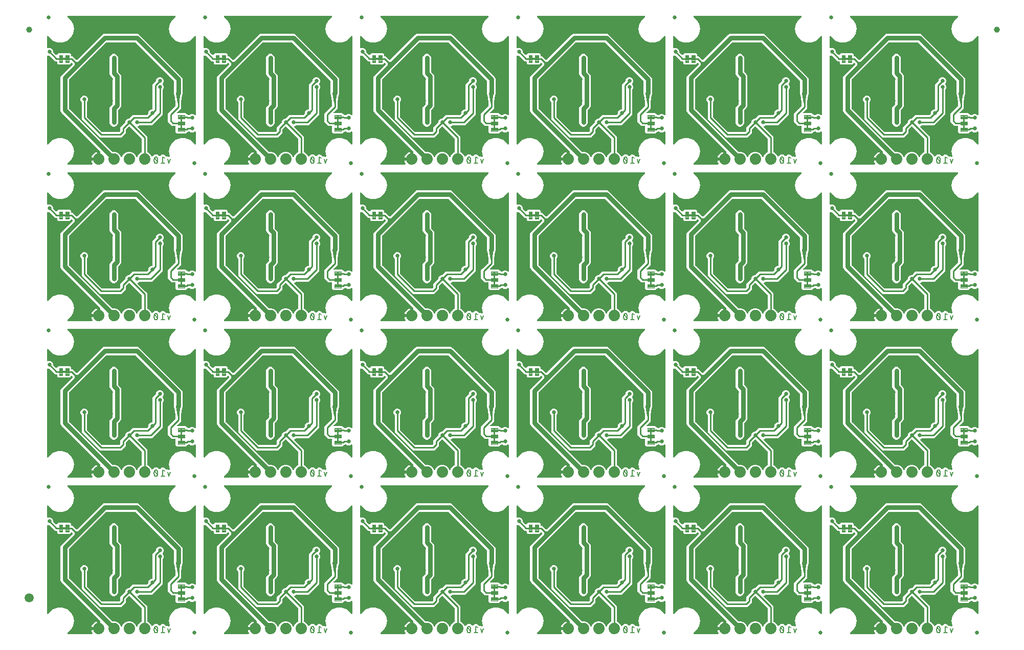
<source format=gbl>
G04 EAGLE Gerber RS-274X export*
G75*
%MOMM*%
%FSLAX34Y34*%
%LPD*%
%INBottom Copper*%
%IPPOS*%
%AMOC8*
5,1,8,0,0,1.08239X$1,22.5*%
G01*
%ADD10C,0.203200*%
%ADD11C,0.635000*%
%ADD12C,1.879600*%
%ADD13C,0.099059*%
%ADD14C,1.000000*%
%ADD15C,1.500000*%
%ADD16C,0.762000*%
%ADD17C,0.254000*%
%ADD18C,0.127000*%

G36*
X1188799Y793857D02*
X1188799Y793857D01*
X1188819Y793856D01*
X1188955Y793884D01*
X1189092Y793908D01*
X1189111Y793916D01*
X1189130Y793920D01*
X1189255Y793981D01*
X1189382Y794038D01*
X1189398Y794051D01*
X1189416Y794060D01*
X1189522Y794150D01*
X1189630Y794237D01*
X1189643Y794253D01*
X1189658Y794266D01*
X1189738Y794380D01*
X1189822Y794491D01*
X1189834Y794516D01*
X1189841Y794526D01*
X1189848Y794545D01*
X1189893Y794635D01*
X1190868Y796990D01*
X1194370Y800492D01*
X1196318Y801299D01*
X1196343Y801313D01*
X1196371Y801323D01*
X1196481Y801392D01*
X1196594Y801456D01*
X1196615Y801477D01*
X1196640Y801493D01*
X1196729Y801587D01*
X1196822Y801678D01*
X1196838Y801703D01*
X1196858Y801724D01*
X1196921Y801838D01*
X1196989Y801949D01*
X1196997Y801977D01*
X1197012Y802003D01*
X1197044Y802129D01*
X1197082Y802253D01*
X1197084Y802282D01*
X1197091Y802311D01*
X1197101Y802471D01*
X1197101Y823185D01*
X1197089Y823284D01*
X1197086Y823383D01*
X1197075Y823421D01*
X1197074Y823427D01*
X1197068Y823445D01*
X1197061Y823501D01*
X1197025Y823593D01*
X1196997Y823688D01*
X1196980Y823717D01*
X1196976Y823729D01*
X1196962Y823752D01*
X1196944Y823797D01*
X1196886Y823877D01*
X1196836Y823962D01*
X1196811Y823990D01*
X1196806Y823998D01*
X1196794Y824009D01*
X1196770Y824037D01*
X1196758Y824054D01*
X1196748Y824062D01*
X1196730Y824083D01*
X1176918Y843895D01*
X1176823Y843968D01*
X1176734Y844047D01*
X1176698Y844065D01*
X1176666Y844090D01*
X1176557Y844137D01*
X1176451Y844191D01*
X1176412Y844200D01*
X1176374Y844216D01*
X1176257Y844235D01*
X1176141Y844261D01*
X1176100Y844260D01*
X1176060Y844266D01*
X1175942Y844255D01*
X1175823Y844251D01*
X1175784Y844240D01*
X1175744Y844236D01*
X1175631Y844196D01*
X1175517Y844163D01*
X1175483Y844142D01*
X1175444Y844129D01*
X1175346Y844062D01*
X1175243Y844001D01*
X1175198Y843961D01*
X1175181Y843950D01*
X1175168Y843935D01*
X1175123Y843895D01*
X1170550Y839323D01*
X1170490Y839245D01*
X1170422Y839172D01*
X1170395Y839124D01*
X1170377Y839102D01*
X1170373Y839094D01*
X1170356Y839072D01*
X1170316Y838981D01*
X1170268Y838894D01*
X1170256Y838845D01*
X1170241Y838814D01*
X1170239Y838802D01*
X1170229Y838780D01*
X1170214Y838682D01*
X1170189Y838586D01*
X1170185Y838519D01*
X1170181Y838501D01*
X1170182Y838485D01*
X1170179Y838466D01*
X1170181Y838453D01*
X1170179Y838425D01*
X1170179Y833871D01*
X1162569Y826261D01*
X1127876Y826261D01*
X1124975Y829163D01*
X1100308Y853830D01*
X1097406Y856731D01*
X1097406Y883991D01*
X1097394Y884089D01*
X1097391Y884189D01*
X1097374Y884247D01*
X1097366Y884307D01*
X1097330Y884399D01*
X1097302Y884494D01*
X1097272Y884546D01*
X1097249Y884603D01*
X1097191Y884683D01*
X1097141Y884768D01*
X1097075Y884843D01*
X1097063Y884860D01*
X1097053Y884868D01*
X1097035Y884889D01*
X1096449Y885475D01*
X1095501Y887762D01*
X1095501Y890238D01*
X1096449Y892525D01*
X1098200Y894276D01*
X1100487Y895224D01*
X1102963Y895224D01*
X1105250Y894276D01*
X1107001Y892525D01*
X1107949Y890238D01*
X1107949Y887762D01*
X1107001Y885475D01*
X1106415Y884889D01*
X1106355Y884811D01*
X1106287Y884738D01*
X1106258Y884685D01*
X1106221Y884638D01*
X1106181Y884547D01*
X1106133Y884460D01*
X1106118Y884401D01*
X1106094Y884346D01*
X1106079Y884248D01*
X1106054Y884152D01*
X1106048Y884052D01*
X1106044Y884032D01*
X1106046Y884019D01*
X1106044Y883991D01*
X1106044Y860835D01*
X1106056Y860736D01*
X1106059Y860637D01*
X1106076Y860579D01*
X1106084Y860519D01*
X1106120Y860427D01*
X1106148Y860332D01*
X1106178Y860280D01*
X1106201Y860223D01*
X1106259Y860143D01*
X1106309Y860058D01*
X1106375Y859983D01*
X1106387Y859966D01*
X1106397Y859958D01*
X1106415Y859937D01*
X1131082Y835270D01*
X1131160Y835210D01*
X1131232Y835142D01*
X1131285Y835113D01*
X1131333Y835076D01*
X1131424Y835036D01*
X1131511Y834988D01*
X1131570Y834973D01*
X1131625Y834949D01*
X1131723Y834934D01*
X1131819Y834909D01*
X1131919Y834903D01*
X1131939Y834899D01*
X1131952Y834901D01*
X1131980Y834899D01*
X1158465Y834899D01*
X1158564Y834911D01*
X1158663Y834914D01*
X1158721Y834931D01*
X1158781Y834939D01*
X1158873Y834975D01*
X1158968Y835003D01*
X1159020Y835033D01*
X1159077Y835056D01*
X1159157Y835114D01*
X1159242Y835164D01*
X1159317Y835230D01*
X1159334Y835242D01*
X1159342Y835252D01*
X1159363Y835270D01*
X1161170Y837077D01*
X1161230Y837155D01*
X1161298Y837228D01*
X1161327Y837281D01*
X1161364Y837328D01*
X1161404Y837419D01*
X1161452Y837506D01*
X1161467Y837565D01*
X1161491Y837620D01*
X1161506Y837718D01*
X1161531Y837814D01*
X1161537Y837914D01*
X1161541Y837934D01*
X1161539Y837947D01*
X1161541Y837975D01*
X1161541Y842529D01*
X1169425Y850412D01*
X1169485Y850490D01*
X1169553Y850563D01*
X1169582Y850616D01*
X1169619Y850663D01*
X1169659Y850754D01*
X1169707Y850841D01*
X1169722Y850900D01*
X1169746Y850955D01*
X1169761Y851053D01*
X1169786Y851149D01*
X1169792Y851249D01*
X1169796Y851269D01*
X1169794Y851282D01*
X1169796Y851310D01*
X1169796Y852138D01*
X1170744Y854425D01*
X1172495Y856176D01*
X1174782Y857124D01*
X1175610Y857124D01*
X1175709Y857136D01*
X1175808Y857139D01*
X1175866Y857156D01*
X1175926Y857164D01*
X1176018Y857200D01*
X1176113Y857228D01*
X1176165Y857258D01*
X1176222Y857281D01*
X1176302Y857339D01*
X1176387Y857389D01*
X1176462Y857455D01*
X1176479Y857467D01*
X1176487Y857477D01*
X1176508Y857495D01*
X1181851Y862839D01*
X1204185Y862839D01*
X1204284Y862851D01*
X1204383Y862854D01*
X1204441Y862871D01*
X1204501Y862879D01*
X1204593Y862915D01*
X1204688Y862943D01*
X1204740Y862973D01*
X1204797Y862996D01*
X1204877Y863054D01*
X1204962Y863104D01*
X1205037Y863170D01*
X1205054Y863182D01*
X1205062Y863192D01*
X1205083Y863210D01*
X1207525Y865652D01*
X1207585Y865730D01*
X1207653Y865803D01*
X1207682Y865856D01*
X1207719Y865903D01*
X1207759Y865994D01*
X1207807Y866081D01*
X1207822Y866140D01*
X1207846Y866195D01*
X1207861Y866293D01*
X1207886Y866389D01*
X1207892Y866489D01*
X1207896Y866509D01*
X1207894Y866522D01*
X1207896Y866550D01*
X1207896Y867378D01*
X1208844Y869665D01*
X1210595Y871416D01*
X1212882Y872364D01*
X1213612Y872364D01*
X1213730Y872379D01*
X1213849Y872386D01*
X1213887Y872399D01*
X1213928Y872404D01*
X1214038Y872447D01*
X1214151Y872484D01*
X1214186Y872506D01*
X1214223Y872521D01*
X1214319Y872590D01*
X1214420Y872654D01*
X1214448Y872684D01*
X1214481Y872707D01*
X1214557Y872799D01*
X1214638Y872886D01*
X1214658Y872921D01*
X1214683Y872952D01*
X1214734Y873060D01*
X1214792Y873164D01*
X1214802Y873204D01*
X1214819Y873240D01*
X1214841Y873357D01*
X1214871Y873472D01*
X1214875Y873532D01*
X1214879Y873552D01*
X1214877Y873573D01*
X1214881Y873633D01*
X1214881Y913649D01*
X1220225Y918992D01*
X1220285Y919070D01*
X1220353Y919143D01*
X1220382Y919196D01*
X1220419Y919243D01*
X1220459Y919334D01*
X1220507Y919421D01*
X1220522Y919480D01*
X1220546Y919535D01*
X1220561Y919633D01*
X1220586Y919729D01*
X1220592Y919829D01*
X1220596Y919849D01*
X1220594Y919862D01*
X1220596Y919890D01*
X1220596Y920718D01*
X1221544Y923005D01*
X1223295Y924756D01*
X1225582Y925704D01*
X1228058Y925704D01*
X1230345Y924756D01*
X1232096Y923005D01*
X1233044Y920718D01*
X1233044Y918242D01*
X1232096Y915955D01*
X1231439Y915297D01*
X1231366Y915203D01*
X1231287Y915114D01*
X1231269Y915078D01*
X1231244Y915046D01*
X1231197Y914937D01*
X1231143Y914831D01*
X1231134Y914792D01*
X1231118Y914754D01*
X1231099Y914637D01*
X1231073Y914521D01*
X1231074Y914480D01*
X1231068Y914440D01*
X1231079Y914322D01*
X1231083Y914203D01*
X1231094Y914164D01*
X1231098Y914124D01*
X1231138Y914012D01*
X1231171Y913897D01*
X1231192Y913862D01*
X1231205Y913824D01*
X1231272Y913726D01*
X1231333Y913623D01*
X1231373Y913578D01*
X1231384Y913561D01*
X1231399Y913548D01*
X1231439Y913502D01*
X1232096Y912845D01*
X1233044Y910558D01*
X1233044Y908082D01*
X1232096Y905795D01*
X1231511Y905209D01*
X1231450Y905131D01*
X1231382Y905058D01*
X1231353Y905005D01*
X1231316Y904958D01*
X1231276Y904867D01*
X1231228Y904780D01*
X1231213Y904721D01*
X1231189Y904666D01*
X1231174Y904568D01*
X1231149Y904472D01*
X1231143Y904372D01*
X1231139Y904352D01*
X1231141Y904339D01*
X1231139Y904311D01*
X1231139Y864351D01*
X1213369Y846581D01*
X1193729Y846581D01*
X1193631Y846569D01*
X1193531Y846566D01*
X1193473Y846549D01*
X1193413Y846541D01*
X1193321Y846505D01*
X1193226Y846477D01*
X1193174Y846447D01*
X1193117Y846424D01*
X1193037Y846366D01*
X1192952Y846316D01*
X1192877Y846250D01*
X1192860Y846238D01*
X1192852Y846228D01*
X1192831Y846209D01*
X1192246Y845624D01*
X1190577Y844933D01*
X1190534Y844908D01*
X1190487Y844891D01*
X1190396Y844830D01*
X1190301Y844775D01*
X1190265Y844741D01*
X1190224Y844713D01*
X1190151Y844630D01*
X1190072Y844554D01*
X1190046Y844511D01*
X1190013Y844474D01*
X1189963Y844376D01*
X1189906Y844283D01*
X1189891Y844235D01*
X1189869Y844191D01*
X1189845Y844084D01*
X1189812Y843979D01*
X1189810Y843929D01*
X1189799Y843881D01*
X1189802Y843771D01*
X1189797Y843661D01*
X1189807Y843612D01*
X1189809Y843563D01*
X1189839Y843457D01*
X1189861Y843350D01*
X1189883Y843305D01*
X1189897Y843257D01*
X1189953Y843163D01*
X1190001Y843064D01*
X1190033Y843026D01*
X1190059Y842983D01*
X1190165Y842863D01*
X1205739Y827289D01*
X1205739Y802471D01*
X1205742Y802442D01*
X1205740Y802413D01*
X1205762Y802285D01*
X1205779Y802156D01*
X1205789Y802129D01*
X1205794Y802099D01*
X1205848Y801981D01*
X1205896Y801860D01*
X1205913Y801836D01*
X1205925Y801809D01*
X1206006Y801708D01*
X1206082Y801603D01*
X1206105Y801584D01*
X1206124Y801561D01*
X1206227Y801483D01*
X1206327Y801400D01*
X1206354Y801387D01*
X1206378Y801370D01*
X1206522Y801299D01*
X1208470Y800492D01*
X1211972Y796990D01*
X1212573Y795538D01*
X1212583Y795521D01*
X1212589Y795503D01*
X1212662Y795384D01*
X1212731Y795262D01*
X1212744Y795248D01*
X1212755Y795231D01*
X1212855Y795134D01*
X1212952Y795034D01*
X1212969Y795024D01*
X1212983Y795010D01*
X1213105Y794940D01*
X1213223Y794868D01*
X1213242Y794862D01*
X1213259Y794852D01*
X1213394Y794815D01*
X1213527Y794774D01*
X1213547Y794773D01*
X1213566Y794768D01*
X1213705Y794765D01*
X1213845Y794759D01*
X1213864Y794763D01*
X1213884Y794762D01*
X1214019Y794795D01*
X1214156Y794823D01*
X1214174Y794832D01*
X1214193Y794836D01*
X1214316Y794901D01*
X1214442Y794963D01*
X1214457Y794976D01*
X1214474Y794985D01*
X1214578Y795079D01*
X1214684Y795169D01*
X1214695Y795185D01*
X1214710Y795198D01*
X1214787Y795315D01*
X1214867Y795429D01*
X1214874Y795448D01*
X1214885Y795464D01*
X1214947Y795613D01*
X1214989Y795738D01*
X1218253Y798069D01*
X1222264Y798069D01*
X1225659Y795644D01*
X1225664Y795637D01*
X1225717Y795590D01*
X1225762Y795536D01*
X1225835Y795485D01*
X1225902Y795426D01*
X1225965Y795394D01*
X1226023Y795353D01*
X1226106Y795322D01*
X1226185Y795281D01*
X1226254Y795266D01*
X1226320Y795241D01*
X1226409Y795231D01*
X1226496Y795212D01*
X1226566Y795214D01*
X1226636Y795206D01*
X1226724Y795219D01*
X1226813Y795221D01*
X1226881Y795241D01*
X1226951Y795251D01*
X1227033Y795285D01*
X1227119Y795310D01*
X1227180Y795346D01*
X1227245Y795373D01*
X1227316Y795426D01*
X1227393Y795471D01*
X1227488Y795555D01*
X1227499Y795563D01*
X1227503Y795569D01*
X1227514Y795578D01*
X1228605Y796669D01*
X1228614Y796681D01*
X1228699Y796774D01*
X1229590Y797888D01*
X1229689Y797912D01*
X1229715Y797925D01*
X1229743Y797933D01*
X1229855Y798000D01*
X1229970Y798061D01*
X1229979Y798069D01*
X1231393Y798069D01*
X1231407Y798071D01*
X1231533Y798076D01*
X1232951Y798234D01*
X1233038Y798181D01*
X1233066Y798172D01*
X1233091Y798158D01*
X1233217Y798126D01*
X1233342Y798088D01*
X1233354Y798087D01*
X1234354Y797087D01*
X1234365Y797078D01*
X1234458Y796993D01*
X1237428Y794618D01*
X1237490Y794580D01*
X1237548Y794533D01*
X1237626Y794497D01*
X1237699Y794452D01*
X1237769Y794430D01*
X1237836Y794399D01*
X1237921Y794384D01*
X1238003Y794359D01*
X1238077Y794355D01*
X1238149Y794342D01*
X1238235Y794348D01*
X1238321Y794344D01*
X1238393Y794359D01*
X1238466Y794364D01*
X1238622Y794405D01*
X1239917Y794837D01*
X1241408Y794091D01*
X1241437Y794081D01*
X1241463Y794065D01*
X1241587Y794028D01*
X1241708Y793986D01*
X1241739Y793983D01*
X1241768Y793974D01*
X1241897Y793969D01*
X1242025Y793958D01*
X1242055Y793963D01*
X1242086Y793962D01*
X1242116Y793968D01*
X1242123Y793968D01*
X1242184Y793983D01*
X1242212Y793989D01*
X1242338Y794010D01*
X1242367Y794022D01*
X1242397Y794029D01*
X1242426Y794041D01*
X1242432Y794043D01*
X1242443Y794049D01*
X1242545Y794092D01*
X1242552Y794096D01*
X1242590Y794121D01*
X1242629Y794138D01*
X1242665Y794166D01*
X1242713Y794192D01*
X1242762Y794236D01*
X1242816Y794273D01*
X1242854Y794315D01*
X1242879Y794335D01*
X1242900Y794362D01*
X1242948Y794406D01*
X1242984Y794461D01*
X1243028Y794510D01*
X1243059Y794570D01*
X1243072Y794588D01*
X1243082Y794610D01*
X1243123Y794672D01*
X1243144Y794734D01*
X1243174Y794792D01*
X1243191Y794868D01*
X1243197Y794880D01*
X1243199Y794896D01*
X1243225Y794973D01*
X1243230Y795039D01*
X1243245Y795102D01*
X1243243Y795187D01*
X1243244Y795195D01*
X1243243Y795203D01*
X1243250Y795290D01*
X1243238Y795402D01*
X1243237Y795420D01*
X1243235Y795429D01*
X1243232Y795450D01*
X1241965Y802640D01*
X1243349Y810491D01*
X1247335Y817395D01*
X1253442Y822520D01*
X1260934Y825247D01*
X1268906Y825247D01*
X1276398Y822520D01*
X1282505Y817396D01*
X1283887Y815002D01*
X1283975Y814886D01*
X1284060Y814768D01*
X1284071Y814759D01*
X1284079Y814749D01*
X1284193Y814658D01*
X1284305Y814565D01*
X1284318Y814559D01*
X1284328Y814551D01*
X1284462Y814491D01*
X1284593Y814430D01*
X1284606Y814427D01*
X1284619Y814422D01*
X1284763Y814397D01*
X1284906Y814370D01*
X1284919Y814371D01*
X1284932Y814368D01*
X1285078Y814381D01*
X1285223Y814390D01*
X1285236Y814394D01*
X1285249Y814395D01*
X1285387Y814443D01*
X1285525Y814488D01*
X1285537Y814495D01*
X1285550Y814499D01*
X1285671Y814580D01*
X1285794Y814658D01*
X1285803Y814668D01*
X1285815Y814675D01*
X1285912Y814783D01*
X1286012Y814889D01*
X1286019Y814901D01*
X1286028Y814911D01*
X1286095Y815041D01*
X1286166Y815168D01*
X1286169Y815181D01*
X1286175Y815193D01*
X1286209Y815335D01*
X1286245Y815476D01*
X1286246Y815494D01*
X1286248Y815503D01*
X1286248Y815520D01*
X1286255Y815637D01*
X1286255Y834969D01*
X1286238Y835107D01*
X1286225Y835246D01*
X1286218Y835265D01*
X1286215Y835285D01*
X1286164Y835414D01*
X1286117Y835545D01*
X1286106Y835562D01*
X1286098Y835581D01*
X1286017Y835693D01*
X1285939Y835808D01*
X1285923Y835822D01*
X1285912Y835838D01*
X1285804Y835927D01*
X1285700Y836019D01*
X1285682Y836028D01*
X1285667Y836041D01*
X1285541Y836100D01*
X1285417Y836163D01*
X1285397Y836168D01*
X1285379Y836176D01*
X1285243Y836202D01*
X1285107Y836233D01*
X1285086Y836232D01*
X1285067Y836236D01*
X1284928Y836227D01*
X1284789Y836223D01*
X1284769Y836218D01*
X1284749Y836216D01*
X1284617Y836173D01*
X1284483Y836135D01*
X1284466Y836124D01*
X1284447Y836118D01*
X1284329Y836044D01*
X1284209Y835973D01*
X1284188Y835955D01*
X1284178Y835948D01*
X1284164Y835933D01*
X1284088Y835867D01*
X1283685Y835464D01*
X1281398Y834516D01*
X1278922Y834516D01*
X1276635Y835464D01*
X1276049Y836050D01*
X1275971Y836110D01*
X1275898Y836178D01*
X1275845Y836207D01*
X1275798Y836244D01*
X1275707Y836284D01*
X1275620Y836332D01*
X1275561Y836347D01*
X1275506Y836371D01*
X1275408Y836386D01*
X1275312Y836411D01*
X1275212Y836417D01*
X1275192Y836421D01*
X1275179Y836419D01*
X1275151Y836421D01*
X1274855Y836421D01*
X1274756Y836409D01*
X1274657Y836406D01*
X1274599Y836389D01*
X1274539Y836381D01*
X1274447Y836345D01*
X1274352Y836317D01*
X1274300Y836287D01*
X1274243Y836264D01*
X1274163Y836206D01*
X1274078Y836156D01*
X1274003Y836090D01*
X1273986Y836078D01*
X1273978Y836068D01*
X1273957Y836050D01*
X1272805Y834897D01*
X1272260Y834897D01*
X1272162Y834885D01*
X1272063Y834882D01*
X1272005Y834865D01*
X1271945Y834857D01*
X1271853Y834821D01*
X1271758Y834793D01*
X1271706Y834763D01*
X1271649Y834740D01*
X1271569Y834682D01*
X1271484Y834632D01*
X1271408Y834566D01*
X1271392Y834554D01*
X1271384Y834544D01*
X1271363Y834526D01*
X1269703Y832865D01*
X1255057Y832865D01*
X1252981Y834941D01*
X1252981Y843841D01*
X1253004Y843962D01*
X1253003Y843981D01*
X1253006Y844001D01*
X1252993Y844140D01*
X1252985Y844279D01*
X1252978Y844298D01*
X1252977Y844318D01*
X1252929Y844449D01*
X1252887Y844581D01*
X1252876Y844598D01*
X1252869Y844617D01*
X1252791Y844732D01*
X1252716Y844850D01*
X1252702Y844864D01*
X1252691Y844880D01*
X1252586Y844973D01*
X1252485Y845068D01*
X1252467Y845078D01*
X1252452Y845091D01*
X1252328Y845154D01*
X1252206Y845222D01*
X1252187Y845227D01*
X1252169Y845236D01*
X1252033Y845266D01*
X1251898Y845301D01*
X1251871Y845303D01*
X1251859Y845305D01*
X1251839Y845305D01*
X1251738Y845311D01*
X1246621Y845311D01*
X1240281Y851651D01*
X1240281Y865389D01*
X1252610Y877717D01*
X1252670Y877795D01*
X1252738Y877868D01*
X1252767Y877921D01*
X1252804Y877968D01*
X1252844Y878059D01*
X1252892Y878146D01*
X1252907Y878205D01*
X1252931Y878260D01*
X1252946Y878358D01*
X1252971Y878454D01*
X1252977Y878554D01*
X1252981Y878574D01*
X1252979Y878587D01*
X1252981Y878615D01*
X1252981Y882129D01*
X1252962Y882282D01*
X1252944Y882434D01*
X1252942Y882439D01*
X1252941Y882445D01*
X1252885Y882587D01*
X1252830Y882730D01*
X1252826Y882737D01*
X1252824Y882740D01*
X1252819Y882748D01*
X1252746Y882865D01*
X1252887Y883711D01*
X1252892Y883840D01*
X1252903Y883969D01*
X1252899Y884012D01*
X1252900Y884029D01*
X1252895Y884051D01*
X1252887Y884129D01*
X1250794Y896684D01*
X1250751Y896829D01*
X1250708Y896978D01*
X1250705Y896983D01*
X1250703Y896988D01*
X1250624Y897120D01*
X1250546Y897252D01*
X1250541Y897257D01*
X1250539Y897261D01*
X1250532Y897267D01*
X1250441Y897371D01*
X1250441Y898698D01*
X1250438Y898722D01*
X1250440Y898746D01*
X1250424Y898906D01*
X1250206Y900215D01*
X1250277Y900347D01*
X1250352Y900482D01*
X1250353Y900488D01*
X1250356Y900493D01*
X1250393Y900641D01*
X1250431Y900790D01*
X1250432Y900798D01*
X1250432Y900802D01*
X1250432Y900811D01*
X1250441Y900951D01*
X1250441Y918653D01*
X1250429Y918751D01*
X1250426Y918850D01*
X1250409Y918909D01*
X1250401Y918969D01*
X1250365Y919061D01*
X1250337Y919156D01*
X1250307Y919208D01*
X1250284Y919264D01*
X1250226Y919345D01*
X1250176Y919430D01*
X1250110Y919505D01*
X1250098Y919522D01*
X1250088Y919530D01*
X1250070Y919551D01*
X1186251Y983370D01*
X1186172Y983430D01*
X1186100Y983498D01*
X1186047Y983527D01*
X1185999Y983564D01*
X1185909Y983604D01*
X1185822Y983652D01*
X1185763Y983667D01*
X1185708Y983691D01*
X1185610Y983706D01*
X1185514Y983731D01*
X1185414Y983737D01*
X1185394Y983741D01*
X1185381Y983739D01*
X1185353Y983741D01*
X1138747Y983741D01*
X1138649Y983729D01*
X1138549Y983726D01*
X1138491Y983709D01*
X1138431Y983701D01*
X1138339Y983665D01*
X1138244Y983637D01*
X1138192Y983607D01*
X1138135Y983584D01*
X1138055Y983526D01*
X1137970Y983476D01*
X1137895Y983410D01*
X1137878Y983398D01*
X1137870Y983388D01*
X1137849Y983370D01*
X1096923Y942443D01*
X1076570Y922091D01*
X1076510Y922012D01*
X1076442Y921940D01*
X1076413Y921887D01*
X1076376Y921839D01*
X1076336Y921749D01*
X1076288Y921662D01*
X1076273Y921603D01*
X1076249Y921548D01*
X1076234Y921450D01*
X1076209Y921354D01*
X1076203Y921254D01*
X1076199Y921234D01*
X1076201Y921221D01*
X1076199Y921193D01*
X1076199Y874587D01*
X1076211Y874489D01*
X1076214Y874390D01*
X1076231Y874331D01*
X1076239Y874271D01*
X1076275Y874179D01*
X1076303Y874084D01*
X1076333Y874032D01*
X1076356Y873976D01*
X1076414Y873895D01*
X1076464Y873810D01*
X1076530Y873735D01*
X1076542Y873718D01*
X1076552Y873710D01*
X1076570Y873689D01*
X1147501Y802758D01*
X1147580Y802698D01*
X1147652Y802630D01*
X1147705Y802601D01*
X1147753Y802564D01*
X1147843Y802524D01*
X1147930Y802476D01*
X1147989Y802461D01*
X1148044Y802437D01*
X1148142Y802422D01*
X1148238Y802397D01*
X1148338Y802391D01*
X1148358Y802387D01*
X1148371Y802389D01*
X1148399Y802387D01*
X1153096Y802387D01*
X1157670Y800492D01*
X1161172Y796991D01*
X1162147Y794635D01*
X1162216Y794514D01*
X1162281Y794392D01*
X1162295Y794377D01*
X1162305Y794359D01*
X1162402Y794259D01*
X1162495Y794156D01*
X1162512Y794145D01*
X1162526Y794131D01*
X1162644Y794058D01*
X1162761Y793982D01*
X1162780Y793975D01*
X1162797Y793964D01*
X1162930Y793924D01*
X1163062Y793878D01*
X1163082Y793877D01*
X1163101Y793871D01*
X1163240Y793864D01*
X1163379Y793853D01*
X1163399Y793857D01*
X1163419Y793856D01*
X1163555Y793884D01*
X1163692Y793908D01*
X1163711Y793916D01*
X1163730Y793920D01*
X1163855Y793981D01*
X1163982Y794038D01*
X1163998Y794051D01*
X1164016Y794060D01*
X1164122Y794150D01*
X1164230Y794237D01*
X1164243Y794253D01*
X1164258Y794266D01*
X1164338Y794380D01*
X1164422Y794491D01*
X1164434Y794516D01*
X1164441Y794526D01*
X1164448Y794545D01*
X1164493Y794635D01*
X1165468Y796990D01*
X1168970Y800492D01*
X1173544Y802387D01*
X1178496Y802387D01*
X1183070Y800492D01*
X1186572Y796991D01*
X1187547Y794635D01*
X1187616Y794514D01*
X1187681Y794392D01*
X1187695Y794377D01*
X1187705Y794359D01*
X1187802Y794259D01*
X1187895Y794156D01*
X1187912Y794145D01*
X1187926Y794131D01*
X1188044Y794058D01*
X1188161Y793982D01*
X1188180Y793975D01*
X1188197Y793964D01*
X1188330Y793924D01*
X1188462Y793878D01*
X1188482Y793877D01*
X1188501Y793871D01*
X1188640Y793864D01*
X1188779Y793853D01*
X1188799Y793857D01*
G37*
G36*
X670639Y793857D02*
X670639Y793857D01*
X670659Y793856D01*
X670795Y793884D01*
X670932Y793908D01*
X670951Y793916D01*
X670970Y793920D01*
X671095Y793981D01*
X671222Y794038D01*
X671238Y794051D01*
X671256Y794060D01*
X671362Y794150D01*
X671470Y794237D01*
X671483Y794253D01*
X671498Y794266D01*
X671578Y794380D01*
X671662Y794491D01*
X671674Y794516D01*
X671681Y794526D01*
X671688Y794545D01*
X671733Y794635D01*
X672708Y796990D01*
X676210Y800492D01*
X678158Y801299D01*
X678183Y801313D01*
X678211Y801323D01*
X678321Y801392D01*
X678434Y801456D01*
X678455Y801477D01*
X678480Y801493D01*
X678569Y801587D01*
X678662Y801678D01*
X678678Y801703D01*
X678698Y801724D01*
X678761Y801838D01*
X678829Y801949D01*
X678837Y801977D01*
X678852Y802003D01*
X678884Y802129D01*
X678922Y802253D01*
X678924Y802282D01*
X678931Y802311D01*
X678941Y802471D01*
X678941Y823185D01*
X678929Y823284D01*
X678926Y823383D01*
X678915Y823421D01*
X678914Y823427D01*
X678908Y823445D01*
X678901Y823501D01*
X678865Y823593D01*
X678837Y823688D01*
X678820Y823717D01*
X678816Y823729D01*
X678802Y823752D01*
X678784Y823797D01*
X678726Y823877D01*
X678676Y823962D01*
X678651Y823990D01*
X678646Y823998D01*
X678634Y824009D01*
X678610Y824037D01*
X678598Y824054D01*
X678588Y824062D01*
X678570Y824083D01*
X658758Y843895D01*
X658663Y843968D01*
X658574Y844047D01*
X658538Y844065D01*
X658506Y844090D01*
X658397Y844137D01*
X658291Y844191D01*
X658252Y844200D01*
X658214Y844216D01*
X658097Y844235D01*
X657981Y844261D01*
X657940Y844260D01*
X657900Y844266D01*
X657782Y844255D01*
X657663Y844251D01*
X657624Y844240D01*
X657584Y844236D01*
X657471Y844196D01*
X657357Y844163D01*
X657323Y844142D01*
X657284Y844129D01*
X657186Y844062D01*
X657083Y844001D01*
X657038Y843961D01*
X657021Y843950D01*
X657008Y843935D01*
X656963Y843895D01*
X652390Y839323D01*
X652330Y839245D01*
X652262Y839172D01*
X652235Y839124D01*
X652217Y839102D01*
X652213Y839094D01*
X652196Y839072D01*
X652156Y838981D01*
X652108Y838894D01*
X652096Y838845D01*
X652081Y838814D01*
X652079Y838802D01*
X652069Y838780D01*
X652054Y838682D01*
X652029Y838586D01*
X652025Y838519D01*
X652021Y838501D01*
X652022Y838485D01*
X652019Y838466D01*
X652021Y838453D01*
X652019Y838425D01*
X652019Y833871D01*
X644409Y826261D01*
X609716Y826261D01*
X606815Y829163D01*
X582148Y853830D01*
X579246Y856731D01*
X579246Y883991D01*
X579234Y884089D01*
X579231Y884189D01*
X579214Y884247D01*
X579206Y884307D01*
X579170Y884399D01*
X579142Y884494D01*
X579112Y884546D01*
X579089Y884603D01*
X579031Y884683D01*
X578981Y884768D01*
X578915Y884843D01*
X578903Y884860D01*
X578893Y884868D01*
X578875Y884889D01*
X578289Y885475D01*
X577341Y887762D01*
X577341Y890238D01*
X578289Y892525D01*
X580040Y894276D01*
X582327Y895224D01*
X584803Y895224D01*
X587090Y894276D01*
X588841Y892525D01*
X589789Y890238D01*
X589789Y887762D01*
X588841Y885475D01*
X588255Y884889D01*
X588195Y884811D01*
X588127Y884738D01*
X588098Y884685D01*
X588061Y884638D01*
X588021Y884547D01*
X587973Y884460D01*
X587958Y884401D01*
X587934Y884346D01*
X587919Y884248D01*
X587894Y884152D01*
X587888Y884052D01*
X587884Y884032D01*
X587886Y884019D01*
X587884Y883991D01*
X587884Y860835D01*
X587896Y860736D01*
X587899Y860637D01*
X587916Y860579D01*
X587924Y860519D01*
X587960Y860427D01*
X587988Y860332D01*
X588018Y860280D01*
X588041Y860223D01*
X588099Y860143D01*
X588149Y860058D01*
X588215Y859983D01*
X588227Y859966D01*
X588237Y859958D01*
X588255Y859937D01*
X612922Y835270D01*
X613000Y835210D01*
X613072Y835142D01*
X613125Y835113D01*
X613173Y835076D01*
X613264Y835036D01*
X613351Y834988D01*
X613410Y834973D01*
X613465Y834949D01*
X613563Y834934D01*
X613659Y834909D01*
X613759Y834903D01*
X613779Y834899D01*
X613792Y834901D01*
X613820Y834899D01*
X640305Y834899D01*
X640404Y834911D01*
X640503Y834914D01*
X640561Y834931D01*
X640621Y834939D01*
X640713Y834975D01*
X640808Y835003D01*
X640860Y835033D01*
X640917Y835056D01*
X640997Y835114D01*
X641082Y835164D01*
X641157Y835230D01*
X641174Y835242D01*
X641182Y835252D01*
X641203Y835270D01*
X643010Y837077D01*
X643070Y837155D01*
X643138Y837228D01*
X643167Y837281D01*
X643204Y837328D01*
X643244Y837419D01*
X643292Y837506D01*
X643307Y837565D01*
X643331Y837620D01*
X643346Y837718D01*
X643371Y837814D01*
X643377Y837914D01*
X643381Y837934D01*
X643379Y837947D01*
X643381Y837975D01*
X643381Y842529D01*
X651265Y850412D01*
X651325Y850490D01*
X651393Y850563D01*
X651422Y850616D01*
X651459Y850663D01*
X651499Y850754D01*
X651547Y850841D01*
X651562Y850900D01*
X651586Y850955D01*
X651601Y851053D01*
X651626Y851149D01*
X651632Y851249D01*
X651636Y851269D01*
X651634Y851282D01*
X651636Y851310D01*
X651636Y852138D01*
X652584Y854425D01*
X654335Y856176D01*
X656622Y857124D01*
X657450Y857124D01*
X657549Y857136D01*
X657648Y857139D01*
X657706Y857156D01*
X657766Y857164D01*
X657858Y857200D01*
X657953Y857228D01*
X658005Y857258D01*
X658062Y857281D01*
X658142Y857339D01*
X658227Y857389D01*
X658302Y857455D01*
X658319Y857467D01*
X658327Y857477D01*
X658348Y857495D01*
X663691Y862839D01*
X686025Y862839D01*
X686124Y862851D01*
X686223Y862854D01*
X686281Y862871D01*
X686341Y862879D01*
X686433Y862915D01*
X686528Y862943D01*
X686580Y862973D01*
X686637Y862996D01*
X686717Y863054D01*
X686802Y863104D01*
X686877Y863170D01*
X686894Y863182D01*
X686902Y863192D01*
X686923Y863210D01*
X689365Y865652D01*
X689425Y865730D01*
X689493Y865803D01*
X689522Y865856D01*
X689559Y865903D01*
X689599Y865994D01*
X689647Y866081D01*
X689662Y866140D01*
X689686Y866195D01*
X689701Y866293D01*
X689726Y866389D01*
X689732Y866489D01*
X689736Y866509D01*
X689734Y866522D01*
X689736Y866550D01*
X689736Y867378D01*
X690684Y869665D01*
X692435Y871416D01*
X694722Y872364D01*
X695452Y872364D01*
X695570Y872379D01*
X695689Y872386D01*
X695727Y872399D01*
X695768Y872404D01*
X695878Y872447D01*
X695991Y872484D01*
X696026Y872506D01*
X696063Y872521D01*
X696159Y872590D01*
X696260Y872654D01*
X696288Y872684D01*
X696321Y872707D01*
X696397Y872799D01*
X696478Y872886D01*
X696498Y872921D01*
X696523Y872952D01*
X696574Y873060D01*
X696632Y873164D01*
X696642Y873204D01*
X696659Y873240D01*
X696681Y873357D01*
X696711Y873472D01*
X696715Y873532D01*
X696719Y873552D01*
X696717Y873573D01*
X696721Y873633D01*
X696721Y913649D01*
X702065Y918992D01*
X702125Y919070D01*
X702193Y919143D01*
X702222Y919196D01*
X702259Y919243D01*
X702299Y919334D01*
X702347Y919421D01*
X702362Y919480D01*
X702386Y919535D01*
X702401Y919633D01*
X702426Y919729D01*
X702432Y919829D01*
X702436Y919849D01*
X702434Y919862D01*
X702436Y919890D01*
X702436Y920718D01*
X703384Y923005D01*
X705135Y924756D01*
X707422Y925704D01*
X709898Y925704D01*
X712185Y924756D01*
X713936Y923005D01*
X714884Y920718D01*
X714884Y918242D01*
X713936Y915955D01*
X713279Y915297D01*
X713206Y915203D01*
X713127Y915114D01*
X713109Y915078D01*
X713084Y915046D01*
X713037Y914937D01*
X712983Y914831D01*
X712974Y914792D01*
X712958Y914754D01*
X712939Y914637D01*
X712913Y914521D01*
X712914Y914480D01*
X712908Y914440D01*
X712919Y914322D01*
X712923Y914203D01*
X712934Y914164D01*
X712938Y914124D01*
X712978Y914012D01*
X713011Y913897D01*
X713032Y913862D01*
X713045Y913824D01*
X713112Y913726D01*
X713173Y913623D01*
X713213Y913578D01*
X713224Y913561D01*
X713239Y913548D01*
X713279Y913502D01*
X713936Y912845D01*
X714884Y910558D01*
X714884Y908082D01*
X713936Y905795D01*
X713350Y905209D01*
X713290Y905131D01*
X713222Y905058D01*
X713193Y905005D01*
X713156Y904958D01*
X713116Y904867D01*
X713068Y904780D01*
X713053Y904721D01*
X713029Y904666D01*
X713014Y904568D01*
X712989Y904472D01*
X712983Y904372D01*
X712979Y904352D01*
X712981Y904339D01*
X712979Y904311D01*
X712979Y864351D01*
X695209Y846581D01*
X675569Y846581D01*
X675471Y846569D01*
X675371Y846566D01*
X675313Y846549D01*
X675253Y846541D01*
X675161Y846505D01*
X675066Y846477D01*
X675014Y846447D01*
X674957Y846424D01*
X674877Y846366D01*
X674792Y846316D01*
X674717Y846250D01*
X674700Y846238D01*
X674692Y846228D01*
X674671Y846209D01*
X674085Y845624D01*
X672417Y844933D01*
X672374Y844908D01*
X672327Y844891D01*
X672236Y844830D01*
X672141Y844775D01*
X672105Y844741D01*
X672064Y844713D01*
X671991Y844630D01*
X671912Y844554D01*
X671886Y844511D01*
X671853Y844474D01*
X671803Y844376D01*
X671746Y844283D01*
X671731Y844235D01*
X671709Y844191D01*
X671685Y844084D01*
X671652Y843979D01*
X671650Y843929D01*
X671639Y843881D01*
X671642Y843771D01*
X671637Y843661D01*
X671647Y843612D01*
X671649Y843563D01*
X671679Y843457D01*
X671702Y843350D01*
X671723Y843305D01*
X671737Y843257D01*
X671793Y843163D01*
X671841Y843064D01*
X671873Y843026D01*
X671899Y842983D01*
X672005Y842863D01*
X687579Y827289D01*
X687579Y802471D01*
X687582Y802442D01*
X687580Y802413D01*
X687602Y802285D01*
X687619Y802156D01*
X687629Y802129D01*
X687634Y802099D01*
X687688Y801981D01*
X687736Y801860D01*
X687753Y801836D01*
X687765Y801809D01*
X687846Y801708D01*
X687922Y801603D01*
X687945Y801584D01*
X687964Y801561D01*
X688067Y801483D01*
X688167Y801400D01*
X688194Y801387D01*
X688218Y801370D01*
X688362Y801299D01*
X690310Y800492D01*
X693812Y796990D01*
X694413Y795538D01*
X694423Y795521D01*
X694429Y795503D01*
X694502Y795384D01*
X694571Y795262D01*
X694584Y795248D01*
X694595Y795231D01*
X694695Y795134D01*
X694792Y795034D01*
X694809Y795024D01*
X694823Y795010D01*
X694945Y794940D01*
X695063Y794868D01*
X695082Y794862D01*
X695099Y794852D01*
X695234Y794815D01*
X695367Y794774D01*
X695387Y794773D01*
X695406Y794768D01*
X695545Y794765D01*
X695685Y794759D01*
X695704Y794763D01*
X695724Y794762D01*
X695859Y794795D01*
X695996Y794823D01*
X696014Y794832D01*
X696033Y794836D01*
X696156Y794901D01*
X696282Y794963D01*
X696297Y794976D01*
X696314Y794985D01*
X696418Y795079D01*
X696524Y795169D01*
X696535Y795185D01*
X696550Y795198D01*
X696627Y795315D01*
X696707Y795429D01*
X696714Y795448D01*
X696725Y795464D01*
X696787Y795613D01*
X696829Y795738D01*
X700093Y798069D01*
X704104Y798069D01*
X707499Y795644D01*
X707504Y795637D01*
X707557Y795590D01*
X707602Y795536D01*
X707675Y795485D01*
X707742Y795426D01*
X707805Y795394D01*
X707863Y795353D01*
X707946Y795322D01*
X708025Y795281D01*
X708094Y795266D01*
X708160Y795241D01*
X708249Y795231D01*
X708336Y795212D01*
X708406Y795214D01*
X708476Y795206D01*
X708564Y795219D01*
X708653Y795221D01*
X708721Y795241D01*
X708791Y795251D01*
X708873Y795285D01*
X708959Y795310D01*
X709020Y795346D01*
X709085Y795373D01*
X709156Y795426D01*
X709233Y795471D01*
X709328Y795555D01*
X709339Y795563D01*
X709343Y795569D01*
X709354Y795578D01*
X710445Y796669D01*
X710454Y796681D01*
X710539Y796774D01*
X711430Y797888D01*
X711529Y797912D01*
X711555Y797925D01*
X711583Y797933D01*
X711695Y798000D01*
X711810Y798061D01*
X711819Y798069D01*
X713233Y798069D01*
X713247Y798071D01*
X713373Y798076D01*
X714791Y798234D01*
X714878Y798181D01*
X714906Y798172D01*
X714931Y798158D01*
X715057Y798126D01*
X715182Y798088D01*
X715194Y798087D01*
X716194Y797087D01*
X716205Y797078D01*
X716298Y796993D01*
X719268Y794618D01*
X719330Y794580D01*
X719388Y794533D01*
X719466Y794497D01*
X719539Y794452D01*
X719609Y794430D01*
X719676Y794399D01*
X719761Y794384D01*
X719843Y794359D01*
X719917Y794355D01*
X719989Y794342D01*
X720075Y794348D01*
X720161Y794344D01*
X720233Y794359D01*
X720306Y794364D01*
X720462Y794405D01*
X721757Y794837D01*
X723248Y794091D01*
X723277Y794081D01*
X723303Y794065D01*
X723427Y794028D01*
X723548Y793986D01*
X723579Y793983D01*
X723608Y793974D01*
X723737Y793969D01*
X723865Y793958D01*
X723895Y793963D01*
X723926Y793962D01*
X723956Y793968D01*
X723963Y793968D01*
X724024Y793983D01*
X724052Y793989D01*
X724178Y794010D01*
X724207Y794022D01*
X724237Y794029D01*
X724266Y794041D01*
X724272Y794043D01*
X724283Y794049D01*
X724385Y794092D01*
X724392Y794096D01*
X724430Y794121D01*
X724469Y794138D01*
X724505Y794166D01*
X724553Y794192D01*
X724602Y794236D01*
X724656Y794273D01*
X724694Y794315D01*
X724719Y794335D01*
X724740Y794362D01*
X724788Y794406D01*
X724824Y794461D01*
X724868Y794510D01*
X724899Y794570D01*
X724912Y794588D01*
X724922Y794610D01*
X724963Y794672D01*
X724984Y794734D01*
X725014Y794792D01*
X725031Y794868D01*
X725037Y794880D01*
X725039Y794896D01*
X725065Y794973D01*
X725070Y795039D01*
X725085Y795102D01*
X725083Y795187D01*
X725084Y795195D01*
X725083Y795203D01*
X725090Y795290D01*
X725078Y795402D01*
X725077Y795420D01*
X725075Y795429D01*
X725072Y795450D01*
X723805Y802640D01*
X725189Y810491D01*
X729175Y817395D01*
X735282Y822520D01*
X742774Y825247D01*
X750746Y825247D01*
X758238Y822520D01*
X764345Y817396D01*
X765727Y815002D01*
X765815Y814886D01*
X765900Y814768D01*
X765911Y814759D01*
X765919Y814749D01*
X766033Y814658D01*
X766145Y814565D01*
X766158Y814559D01*
X766168Y814551D01*
X766302Y814491D01*
X766433Y814430D01*
X766446Y814427D01*
X766459Y814422D01*
X766603Y814397D01*
X766746Y814370D01*
X766759Y814371D01*
X766772Y814368D01*
X766918Y814381D01*
X767063Y814390D01*
X767076Y814394D01*
X767089Y814395D01*
X767227Y814443D01*
X767365Y814488D01*
X767377Y814495D01*
X767390Y814499D01*
X767511Y814580D01*
X767634Y814658D01*
X767643Y814668D01*
X767655Y814675D01*
X767752Y814783D01*
X767852Y814889D01*
X767859Y814901D01*
X767868Y814911D01*
X767935Y815041D01*
X768006Y815168D01*
X768009Y815181D01*
X768015Y815193D01*
X768049Y815335D01*
X768085Y815476D01*
X768086Y815494D01*
X768088Y815503D01*
X768088Y815520D01*
X768095Y815637D01*
X768095Y834969D01*
X768078Y835107D01*
X768065Y835246D01*
X768058Y835265D01*
X768055Y835285D01*
X768004Y835414D01*
X767957Y835545D01*
X767946Y835562D01*
X767938Y835581D01*
X767857Y835693D01*
X767779Y835808D01*
X767763Y835822D01*
X767752Y835838D01*
X767644Y835927D01*
X767540Y836019D01*
X767522Y836028D01*
X767507Y836041D01*
X767381Y836100D01*
X767257Y836163D01*
X767237Y836168D01*
X767219Y836176D01*
X767083Y836202D01*
X766947Y836233D01*
X766926Y836232D01*
X766907Y836236D01*
X766768Y836227D01*
X766629Y836223D01*
X766609Y836218D01*
X766589Y836216D01*
X766457Y836173D01*
X766323Y836135D01*
X766306Y836124D01*
X766287Y836118D01*
X766169Y836044D01*
X766049Y835973D01*
X766028Y835955D01*
X766018Y835948D01*
X766004Y835933D01*
X765928Y835867D01*
X765525Y835464D01*
X763238Y834516D01*
X760762Y834516D01*
X758475Y835464D01*
X757889Y836050D01*
X757811Y836110D01*
X757738Y836178D01*
X757685Y836207D01*
X757638Y836244D01*
X757547Y836284D01*
X757460Y836332D01*
X757401Y836347D01*
X757346Y836371D01*
X757248Y836386D01*
X757152Y836411D01*
X757052Y836417D01*
X757032Y836421D01*
X757019Y836419D01*
X756991Y836421D01*
X756695Y836421D01*
X756596Y836409D01*
X756497Y836406D01*
X756439Y836389D01*
X756379Y836381D01*
X756287Y836345D01*
X756192Y836317D01*
X756140Y836287D01*
X756083Y836264D01*
X756003Y836206D01*
X755918Y836156D01*
X755843Y836090D01*
X755826Y836078D01*
X755818Y836068D01*
X755797Y836050D01*
X754645Y834897D01*
X754100Y834897D01*
X754002Y834885D01*
X753903Y834882D01*
X753845Y834865D01*
X753785Y834857D01*
X753693Y834821D01*
X753598Y834793D01*
X753546Y834763D01*
X753489Y834740D01*
X753409Y834682D01*
X753324Y834632D01*
X753248Y834566D01*
X753232Y834554D01*
X753224Y834544D01*
X753203Y834526D01*
X751543Y832865D01*
X736897Y832865D01*
X734821Y834941D01*
X734821Y843841D01*
X734844Y843962D01*
X734843Y843981D01*
X734846Y844001D01*
X734833Y844140D01*
X734825Y844279D01*
X734818Y844298D01*
X734817Y844318D01*
X734769Y844449D01*
X734727Y844581D01*
X734716Y844598D01*
X734709Y844617D01*
X734631Y844732D01*
X734556Y844850D01*
X734542Y844864D01*
X734531Y844880D01*
X734426Y844973D01*
X734325Y845068D01*
X734307Y845078D01*
X734292Y845091D01*
X734168Y845154D01*
X734046Y845222D01*
X734027Y845227D01*
X734009Y845236D01*
X733873Y845266D01*
X733738Y845301D01*
X733711Y845303D01*
X733699Y845305D01*
X733679Y845305D01*
X733578Y845311D01*
X728461Y845311D01*
X722121Y851651D01*
X722121Y865389D01*
X734450Y877717D01*
X734510Y877795D01*
X734578Y877868D01*
X734607Y877921D01*
X734644Y877968D01*
X734684Y878059D01*
X734732Y878146D01*
X734747Y878205D01*
X734771Y878260D01*
X734786Y878358D01*
X734811Y878454D01*
X734817Y878554D01*
X734821Y878574D01*
X734819Y878587D01*
X734821Y878615D01*
X734821Y882129D01*
X734802Y882282D01*
X734784Y882434D01*
X734782Y882439D01*
X734781Y882445D01*
X734725Y882587D01*
X734670Y882730D01*
X734666Y882737D01*
X734664Y882740D01*
X734659Y882748D01*
X734586Y882865D01*
X734727Y883711D01*
X734732Y883840D01*
X734743Y883969D01*
X734739Y884012D01*
X734740Y884029D01*
X734735Y884051D01*
X734727Y884129D01*
X732634Y896684D01*
X732591Y896829D01*
X732548Y896978D01*
X732545Y896983D01*
X732543Y896988D01*
X732464Y897120D01*
X732386Y897252D01*
X732381Y897257D01*
X732379Y897261D01*
X732372Y897267D01*
X732281Y897371D01*
X732281Y898697D01*
X732278Y898722D01*
X732280Y898746D01*
X732264Y898906D01*
X732046Y900215D01*
X732117Y900347D01*
X732192Y900482D01*
X732193Y900488D01*
X732196Y900493D01*
X732233Y900641D01*
X732271Y900790D01*
X732272Y900798D01*
X732272Y900802D01*
X732272Y900811D01*
X732281Y900951D01*
X732281Y918653D01*
X732269Y918751D01*
X732266Y918851D01*
X732249Y918909D01*
X732241Y918969D01*
X732205Y919061D01*
X732177Y919156D01*
X732147Y919208D01*
X732124Y919265D01*
X732066Y919345D01*
X732016Y919430D01*
X731950Y919505D01*
X731938Y919522D01*
X731928Y919530D01*
X731910Y919551D01*
X668091Y983370D01*
X668012Y983430D01*
X667940Y983498D01*
X667887Y983527D01*
X667839Y983564D01*
X667749Y983604D01*
X667662Y983652D01*
X667603Y983667D01*
X667548Y983691D01*
X667450Y983706D01*
X667354Y983731D01*
X667254Y983737D01*
X667234Y983741D01*
X667221Y983739D01*
X667193Y983741D01*
X620587Y983741D01*
X620489Y983729D01*
X620389Y983726D01*
X620331Y983709D01*
X620271Y983701D01*
X620179Y983665D01*
X620084Y983637D01*
X620032Y983607D01*
X619975Y983584D01*
X619895Y983526D01*
X619810Y983476D01*
X619735Y983410D01*
X619718Y983398D01*
X619710Y983388D01*
X619689Y983370D01*
X576477Y940157D01*
X558410Y922091D01*
X558350Y922012D01*
X558282Y921940D01*
X558253Y921887D01*
X558216Y921839D01*
X558176Y921749D01*
X558128Y921662D01*
X558113Y921603D01*
X558089Y921548D01*
X558074Y921450D01*
X558049Y921354D01*
X558043Y921254D01*
X558039Y921234D01*
X558041Y921221D01*
X558039Y921193D01*
X558039Y874587D01*
X558051Y874489D01*
X558054Y874390D01*
X558071Y874331D01*
X558079Y874271D01*
X558115Y874179D01*
X558143Y874084D01*
X558173Y874032D01*
X558196Y873976D01*
X558254Y873895D01*
X558304Y873810D01*
X558370Y873735D01*
X558382Y873718D01*
X558392Y873710D01*
X558410Y873689D01*
X629341Y802758D01*
X629420Y802698D01*
X629492Y802630D01*
X629545Y802601D01*
X629593Y802564D01*
X629683Y802524D01*
X629770Y802476D01*
X629829Y802461D01*
X629884Y802437D01*
X629982Y802422D01*
X630078Y802397D01*
X630178Y802391D01*
X630198Y802387D01*
X630211Y802389D01*
X630239Y802387D01*
X634936Y802387D01*
X639510Y800492D01*
X643012Y796990D01*
X643987Y794635D01*
X644056Y794515D01*
X644121Y794392D01*
X644135Y794377D01*
X644145Y794359D01*
X644242Y794259D01*
X644335Y794156D01*
X644352Y794145D01*
X644366Y794131D01*
X644484Y794058D01*
X644601Y793982D01*
X644620Y793975D01*
X644637Y793964D01*
X644770Y793924D01*
X644902Y793878D01*
X644922Y793877D01*
X644941Y793871D01*
X645080Y793864D01*
X645219Y793853D01*
X645239Y793857D01*
X645259Y793856D01*
X645395Y793884D01*
X645532Y793908D01*
X645551Y793916D01*
X645570Y793920D01*
X645695Y793981D01*
X645822Y794038D01*
X645838Y794051D01*
X645856Y794060D01*
X645962Y794150D01*
X646070Y794237D01*
X646083Y794253D01*
X646098Y794266D01*
X646178Y794380D01*
X646262Y794491D01*
X646274Y794516D01*
X646281Y794526D01*
X646288Y794545D01*
X646333Y794635D01*
X647308Y796990D01*
X650810Y800492D01*
X655384Y802387D01*
X660336Y802387D01*
X664910Y800492D01*
X668412Y796990D01*
X669387Y794635D01*
X669456Y794515D01*
X669521Y794392D01*
X669535Y794377D01*
X669545Y794359D01*
X669642Y794259D01*
X669735Y794156D01*
X669752Y794145D01*
X669766Y794131D01*
X669884Y794058D01*
X670001Y793982D01*
X670020Y793975D01*
X670037Y793964D01*
X670170Y793924D01*
X670302Y793878D01*
X670322Y793877D01*
X670341Y793871D01*
X670480Y793864D01*
X670619Y793853D01*
X670639Y793857D01*
G37*
G36*
X411559Y793857D02*
X411559Y793857D01*
X411579Y793856D01*
X411715Y793884D01*
X411852Y793908D01*
X411871Y793916D01*
X411890Y793920D01*
X412015Y793981D01*
X412142Y794038D01*
X412158Y794051D01*
X412176Y794060D01*
X412282Y794150D01*
X412390Y794237D01*
X412403Y794253D01*
X412418Y794266D01*
X412498Y794380D01*
X412582Y794491D01*
X412594Y794516D01*
X412601Y794526D01*
X412608Y794545D01*
X412653Y794635D01*
X413628Y796990D01*
X417130Y800492D01*
X419078Y801299D01*
X419103Y801313D01*
X419131Y801323D01*
X419241Y801392D01*
X419354Y801456D01*
X419375Y801477D01*
X419400Y801493D01*
X419489Y801587D01*
X419582Y801678D01*
X419598Y801703D01*
X419618Y801724D01*
X419681Y801838D01*
X419749Y801949D01*
X419757Y801977D01*
X419772Y802003D01*
X419804Y802129D01*
X419842Y802253D01*
X419844Y802282D01*
X419851Y802311D01*
X419861Y802471D01*
X419861Y823185D01*
X419849Y823284D01*
X419846Y823383D01*
X419835Y823421D01*
X419834Y823427D01*
X419828Y823445D01*
X419821Y823501D01*
X419785Y823593D01*
X419757Y823688D01*
X419740Y823717D01*
X419736Y823729D01*
X419722Y823752D01*
X419704Y823797D01*
X419646Y823877D01*
X419596Y823962D01*
X419571Y823990D01*
X419566Y823998D01*
X419554Y824009D01*
X419530Y824037D01*
X419518Y824054D01*
X419508Y824062D01*
X419490Y824083D01*
X399678Y843895D01*
X399583Y843968D01*
X399494Y844047D01*
X399458Y844065D01*
X399426Y844090D01*
X399317Y844137D01*
X399211Y844191D01*
X399172Y844200D01*
X399134Y844216D01*
X399017Y844235D01*
X398901Y844261D01*
X398860Y844260D01*
X398820Y844266D01*
X398702Y844255D01*
X398583Y844251D01*
X398544Y844240D01*
X398504Y844236D01*
X398391Y844196D01*
X398277Y844163D01*
X398243Y844142D01*
X398204Y844129D01*
X398106Y844062D01*
X398003Y844001D01*
X397958Y843961D01*
X397941Y843950D01*
X397928Y843935D01*
X397883Y843895D01*
X393310Y839323D01*
X393250Y839245D01*
X393182Y839172D01*
X393155Y839124D01*
X393137Y839102D01*
X393133Y839094D01*
X393116Y839072D01*
X393076Y838981D01*
X393028Y838894D01*
X393016Y838845D01*
X393001Y838814D01*
X392999Y838802D01*
X392989Y838780D01*
X392974Y838682D01*
X392949Y838586D01*
X392945Y838519D01*
X392941Y838501D01*
X392942Y838485D01*
X392939Y838466D01*
X392941Y838453D01*
X392939Y838425D01*
X392939Y833871D01*
X385329Y826261D01*
X350636Y826261D01*
X320166Y856731D01*
X320166Y883991D01*
X320154Y884089D01*
X320151Y884189D01*
X320134Y884247D01*
X320126Y884307D01*
X320090Y884399D01*
X320062Y884494D01*
X320032Y884546D01*
X320009Y884603D01*
X319951Y884683D01*
X319901Y884768D01*
X319835Y884843D01*
X319823Y884860D01*
X319813Y884868D01*
X319795Y884889D01*
X319209Y885475D01*
X318261Y887762D01*
X318261Y890238D01*
X319209Y892525D01*
X320960Y894276D01*
X323247Y895224D01*
X325723Y895224D01*
X328010Y894276D01*
X329761Y892525D01*
X330709Y890238D01*
X330709Y887762D01*
X329761Y885475D01*
X329175Y884889D01*
X329115Y884811D01*
X329047Y884738D01*
X329018Y884685D01*
X328981Y884638D01*
X328941Y884547D01*
X328893Y884460D01*
X328878Y884401D01*
X328854Y884346D01*
X328839Y884248D01*
X328814Y884152D01*
X328808Y884052D01*
X328804Y884032D01*
X328806Y884019D01*
X328804Y883991D01*
X328804Y860835D01*
X328816Y860736D01*
X328819Y860637D01*
X328836Y860579D01*
X328844Y860519D01*
X328880Y860427D01*
X328908Y860332D01*
X328938Y860280D01*
X328961Y860223D01*
X329019Y860143D01*
X329069Y860058D01*
X329135Y859983D01*
X329147Y859966D01*
X329157Y859958D01*
X329175Y859937D01*
X353842Y835270D01*
X353920Y835210D01*
X353993Y835142D01*
X354046Y835113D01*
X354093Y835076D01*
X354184Y835036D01*
X354271Y834988D01*
X354330Y834973D01*
X354385Y834949D01*
X354483Y834934D01*
X354579Y834909D01*
X354679Y834903D01*
X354699Y834899D01*
X354712Y834901D01*
X354740Y834899D01*
X381225Y834899D01*
X381324Y834911D01*
X381423Y834914D01*
X381481Y834931D01*
X381541Y834939D01*
X381633Y834975D01*
X381728Y835003D01*
X381780Y835033D01*
X381837Y835056D01*
X381917Y835114D01*
X382002Y835164D01*
X382077Y835230D01*
X382094Y835242D01*
X382102Y835252D01*
X382123Y835270D01*
X383930Y837077D01*
X383990Y837155D01*
X384058Y837228D01*
X384087Y837281D01*
X384124Y837328D01*
X384164Y837419D01*
X384212Y837506D01*
X384227Y837565D01*
X384251Y837620D01*
X384266Y837718D01*
X384291Y837814D01*
X384297Y837914D01*
X384301Y837934D01*
X384299Y837947D01*
X384301Y837975D01*
X384301Y842529D01*
X392185Y850412D01*
X392245Y850490D01*
X392313Y850563D01*
X392342Y850616D01*
X392379Y850663D01*
X392419Y850754D01*
X392467Y850841D01*
X392482Y850900D01*
X392506Y850955D01*
X392521Y851053D01*
X392546Y851149D01*
X392552Y851249D01*
X392556Y851269D01*
X392554Y851282D01*
X392556Y851310D01*
X392556Y852138D01*
X393504Y854425D01*
X395255Y856176D01*
X397542Y857124D01*
X398370Y857124D01*
X398469Y857136D01*
X398568Y857139D01*
X398626Y857156D01*
X398686Y857164D01*
X398778Y857200D01*
X398873Y857228D01*
X398925Y857258D01*
X398982Y857281D01*
X399062Y857339D01*
X399147Y857389D01*
X399222Y857455D01*
X399239Y857467D01*
X399247Y857477D01*
X399268Y857495D01*
X404611Y862839D01*
X426945Y862839D01*
X427044Y862851D01*
X427143Y862854D01*
X427201Y862871D01*
X427261Y862879D01*
X427353Y862915D01*
X427448Y862943D01*
X427500Y862973D01*
X427557Y862996D01*
X427637Y863054D01*
X427722Y863104D01*
X427797Y863170D01*
X427814Y863182D01*
X427822Y863192D01*
X427843Y863210D01*
X430285Y865652D01*
X430345Y865730D01*
X430413Y865803D01*
X430442Y865856D01*
X430479Y865903D01*
X430519Y865994D01*
X430567Y866081D01*
X430582Y866140D01*
X430606Y866195D01*
X430621Y866293D01*
X430646Y866389D01*
X430652Y866489D01*
X430656Y866509D01*
X430654Y866522D01*
X430656Y866550D01*
X430656Y867378D01*
X431604Y869665D01*
X433355Y871416D01*
X435642Y872364D01*
X436372Y872364D01*
X436490Y872379D01*
X436609Y872386D01*
X436647Y872399D01*
X436688Y872404D01*
X436798Y872447D01*
X436911Y872484D01*
X436946Y872506D01*
X436983Y872521D01*
X437079Y872590D01*
X437180Y872654D01*
X437208Y872684D01*
X437241Y872707D01*
X437317Y872799D01*
X437398Y872886D01*
X437418Y872921D01*
X437443Y872952D01*
X437494Y873060D01*
X437552Y873164D01*
X437562Y873204D01*
X437579Y873240D01*
X437601Y873357D01*
X437631Y873472D01*
X437635Y873532D01*
X437639Y873552D01*
X437637Y873573D01*
X437641Y873633D01*
X437641Y913649D01*
X442985Y918992D01*
X443045Y919070D01*
X443113Y919143D01*
X443142Y919196D01*
X443179Y919243D01*
X443219Y919334D01*
X443267Y919421D01*
X443282Y919480D01*
X443306Y919535D01*
X443321Y919633D01*
X443346Y919729D01*
X443352Y919829D01*
X443356Y919849D01*
X443354Y919862D01*
X443356Y919890D01*
X443356Y920718D01*
X444304Y923005D01*
X446055Y924756D01*
X448342Y925704D01*
X450818Y925704D01*
X453105Y924756D01*
X454856Y923005D01*
X455804Y920718D01*
X455804Y918242D01*
X454856Y915955D01*
X454199Y915297D01*
X454126Y915203D01*
X454047Y915114D01*
X454029Y915078D01*
X454004Y915046D01*
X453957Y914937D01*
X453903Y914831D01*
X453894Y914792D01*
X453878Y914754D01*
X453859Y914637D01*
X453833Y914521D01*
X453834Y914480D01*
X453828Y914440D01*
X453839Y914322D01*
X453843Y914203D01*
X453854Y914164D01*
X453858Y914124D01*
X453898Y914012D01*
X453931Y913897D01*
X453952Y913862D01*
X453965Y913824D01*
X454032Y913726D01*
X454093Y913623D01*
X454133Y913578D01*
X454144Y913561D01*
X454159Y913548D01*
X454199Y913502D01*
X454856Y912845D01*
X455804Y910558D01*
X455804Y908082D01*
X454856Y905795D01*
X454270Y905209D01*
X454210Y905131D01*
X454142Y905058D01*
X454113Y905005D01*
X454076Y904958D01*
X454036Y904867D01*
X453988Y904780D01*
X453973Y904721D01*
X453949Y904666D01*
X453934Y904568D01*
X453909Y904472D01*
X453903Y904372D01*
X453899Y904352D01*
X453901Y904339D01*
X453899Y904311D01*
X453899Y864351D01*
X436129Y846581D01*
X416489Y846581D01*
X416391Y846569D01*
X416291Y846566D01*
X416233Y846549D01*
X416173Y846541D01*
X416081Y846505D01*
X415986Y846477D01*
X415934Y846447D01*
X415877Y846424D01*
X415797Y846366D01*
X415712Y846316D01*
X415637Y846250D01*
X415620Y846238D01*
X415612Y846228D01*
X415591Y846210D01*
X415005Y845624D01*
X413337Y844933D01*
X413294Y844908D01*
X413247Y844891D01*
X413156Y844830D01*
X413061Y844775D01*
X413025Y844741D01*
X412984Y844713D01*
X412911Y844630D01*
X412832Y844554D01*
X412806Y844511D01*
X412773Y844474D01*
X412723Y844376D01*
X412666Y844283D01*
X412651Y844235D01*
X412629Y844191D01*
X412605Y844084D01*
X412572Y843979D01*
X412570Y843929D01*
X412559Y843881D01*
X412562Y843771D01*
X412557Y843661D01*
X412567Y843612D01*
X412569Y843563D01*
X412599Y843457D01*
X412622Y843350D01*
X412643Y843305D01*
X412657Y843257D01*
X412713Y843163D01*
X412761Y843064D01*
X412793Y843026D01*
X412819Y842983D01*
X412925Y842863D01*
X428499Y827289D01*
X428499Y802471D01*
X428502Y802442D01*
X428500Y802413D01*
X428522Y802285D01*
X428539Y802156D01*
X428549Y802129D01*
X428554Y802099D01*
X428608Y801981D01*
X428656Y801860D01*
X428673Y801836D01*
X428685Y801809D01*
X428766Y801708D01*
X428842Y801603D01*
X428865Y801584D01*
X428884Y801561D01*
X428987Y801483D01*
X429087Y801400D01*
X429114Y801387D01*
X429138Y801370D01*
X429282Y801299D01*
X431230Y800492D01*
X434732Y796990D01*
X435333Y795538D01*
X435343Y795521D01*
X435349Y795503D01*
X435422Y795384D01*
X435491Y795262D01*
X435504Y795248D01*
X435515Y795231D01*
X435615Y795134D01*
X435712Y795034D01*
X435729Y795024D01*
X435743Y795010D01*
X435865Y794940D01*
X435983Y794868D01*
X436002Y794862D01*
X436019Y794852D01*
X436154Y794815D01*
X436287Y794774D01*
X436307Y794773D01*
X436326Y794768D01*
X436465Y794765D01*
X436605Y794759D01*
X436624Y794763D01*
X436644Y794762D01*
X436779Y794795D01*
X436916Y794823D01*
X436934Y794832D01*
X436953Y794836D01*
X437076Y794901D01*
X437202Y794963D01*
X437217Y794976D01*
X437234Y794985D01*
X437338Y795079D01*
X437444Y795169D01*
X437455Y795185D01*
X437470Y795198D01*
X437547Y795315D01*
X437627Y795429D01*
X437634Y795448D01*
X437645Y795464D01*
X437707Y795613D01*
X437749Y795738D01*
X441013Y798069D01*
X445024Y798069D01*
X448419Y795644D01*
X448424Y795637D01*
X448477Y795590D01*
X448522Y795536D01*
X448595Y795485D01*
X448662Y795426D01*
X448725Y795394D01*
X448783Y795353D01*
X448866Y795322D01*
X448945Y795281D01*
X449014Y795266D01*
X449080Y795241D01*
X449169Y795231D01*
X449256Y795212D01*
X449326Y795214D01*
X449396Y795206D01*
X449484Y795219D01*
X449573Y795221D01*
X449641Y795241D01*
X449711Y795251D01*
X449793Y795285D01*
X449879Y795310D01*
X449940Y795346D01*
X450005Y795373D01*
X450076Y795426D01*
X450153Y795471D01*
X450248Y795555D01*
X450259Y795563D01*
X450263Y795569D01*
X450274Y795578D01*
X451365Y796669D01*
X451374Y796681D01*
X451459Y796774D01*
X452350Y797888D01*
X452449Y797912D01*
X452475Y797925D01*
X452503Y797933D01*
X452615Y798000D01*
X452730Y798061D01*
X452739Y798069D01*
X454153Y798069D01*
X454167Y798071D01*
X454293Y798076D01*
X455711Y798234D01*
X455798Y798181D01*
X455826Y798172D01*
X455851Y798158D01*
X455977Y798126D01*
X456102Y798088D01*
X456114Y798087D01*
X457114Y797087D01*
X457125Y797078D01*
X457218Y796993D01*
X460188Y794618D01*
X460250Y794580D01*
X460308Y794533D01*
X460386Y794497D01*
X460459Y794452D01*
X460529Y794430D01*
X460596Y794399D01*
X460681Y794384D01*
X460763Y794359D01*
X460837Y794355D01*
X460909Y794342D01*
X460995Y794348D01*
X461081Y794344D01*
X461153Y794359D01*
X461226Y794364D01*
X461382Y794405D01*
X462677Y794837D01*
X464168Y794091D01*
X464197Y794081D01*
X464223Y794065D01*
X464347Y794028D01*
X464468Y793986D01*
X464499Y793983D01*
X464528Y793974D01*
X464657Y793969D01*
X464785Y793958D01*
X464815Y793963D01*
X464846Y793962D01*
X464876Y793968D01*
X464883Y793968D01*
X464944Y793983D01*
X464972Y793989D01*
X465098Y794010D01*
X465127Y794022D01*
X465157Y794029D01*
X465186Y794041D01*
X465192Y794043D01*
X465203Y794049D01*
X465305Y794092D01*
X465312Y794096D01*
X465350Y794121D01*
X465389Y794138D01*
X465425Y794166D01*
X465473Y794192D01*
X465522Y794236D01*
X465576Y794273D01*
X465614Y794315D01*
X465639Y794335D01*
X465660Y794362D01*
X465708Y794406D01*
X465744Y794461D01*
X465788Y794510D01*
X465819Y794570D01*
X465832Y794588D01*
X465842Y794610D01*
X465883Y794672D01*
X465904Y794734D01*
X465934Y794792D01*
X465951Y794868D01*
X465957Y794880D01*
X465959Y794896D01*
X465985Y794973D01*
X465990Y795039D01*
X466005Y795102D01*
X466003Y795187D01*
X466004Y795195D01*
X466003Y795203D01*
X466010Y795290D01*
X465998Y795402D01*
X465997Y795420D01*
X465995Y795429D01*
X465992Y795450D01*
X464725Y802640D01*
X466109Y810491D01*
X470095Y817395D01*
X476202Y822520D01*
X483694Y825247D01*
X491666Y825247D01*
X499158Y822520D01*
X505265Y817396D01*
X506647Y815002D01*
X506735Y814886D01*
X506820Y814768D01*
X506831Y814759D01*
X506839Y814749D01*
X506953Y814658D01*
X507065Y814565D01*
X507078Y814559D01*
X507088Y814551D01*
X507222Y814491D01*
X507353Y814430D01*
X507366Y814427D01*
X507379Y814422D01*
X507523Y814397D01*
X507666Y814370D01*
X507679Y814371D01*
X507692Y814368D01*
X507838Y814381D01*
X507983Y814390D01*
X507996Y814394D01*
X508009Y814395D01*
X508147Y814443D01*
X508285Y814488D01*
X508297Y814495D01*
X508310Y814499D01*
X508431Y814580D01*
X508554Y814658D01*
X508563Y814668D01*
X508575Y814675D01*
X508672Y814783D01*
X508772Y814889D01*
X508779Y814901D01*
X508788Y814911D01*
X508855Y815041D01*
X508926Y815168D01*
X508929Y815181D01*
X508935Y815193D01*
X508969Y815335D01*
X509005Y815476D01*
X509006Y815494D01*
X509008Y815503D01*
X509008Y815520D01*
X509015Y815637D01*
X509015Y834969D01*
X508998Y835107D01*
X508985Y835246D01*
X508978Y835265D01*
X508975Y835285D01*
X508924Y835414D01*
X508877Y835545D01*
X508866Y835562D01*
X508858Y835581D01*
X508777Y835693D01*
X508699Y835808D01*
X508683Y835822D01*
X508672Y835838D01*
X508564Y835927D01*
X508460Y836019D01*
X508442Y836028D01*
X508427Y836041D01*
X508301Y836100D01*
X508177Y836163D01*
X508157Y836168D01*
X508139Y836176D01*
X508003Y836202D01*
X507867Y836233D01*
X507846Y836232D01*
X507827Y836236D01*
X507688Y836227D01*
X507549Y836223D01*
X507529Y836218D01*
X507509Y836216D01*
X507377Y836173D01*
X507243Y836135D01*
X507226Y836124D01*
X507207Y836118D01*
X507089Y836044D01*
X506969Y835973D01*
X506948Y835955D01*
X506938Y835948D01*
X506924Y835933D01*
X506848Y835867D01*
X506445Y835464D01*
X504158Y834516D01*
X501682Y834516D01*
X499395Y835464D01*
X498809Y836050D01*
X498731Y836110D01*
X498658Y836178D01*
X498605Y836207D01*
X498558Y836244D01*
X498467Y836284D01*
X498380Y836332D01*
X498321Y836347D01*
X498266Y836371D01*
X498168Y836386D01*
X498072Y836411D01*
X497972Y836417D01*
X497952Y836421D01*
X497939Y836419D01*
X497911Y836421D01*
X497615Y836421D01*
X497516Y836409D01*
X497417Y836406D01*
X497359Y836389D01*
X497299Y836381D01*
X497207Y836345D01*
X497112Y836317D01*
X497060Y836287D01*
X497003Y836264D01*
X496923Y836206D01*
X496838Y836156D01*
X496763Y836090D01*
X496746Y836078D01*
X496738Y836068D01*
X496717Y836050D01*
X495565Y834897D01*
X495020Y834897D01*
X494922Y834885D01*
X494823Y834882D01*
X494765Y834865D01*
X494705Y834857D01*
X494613Y834821D01*
X494518Y834793D01*
X494466Y834763D01*
X494409Y834740D01*
X494329Y834682D01*
X494244Y834632D01*
X494168Y834566D01*
X494152Y834554D01*
X494144Y834544D01*
X494123Y834526D01*
X492463Y832865D01*
X477817Y832865D01*
X475741Y834941D01*
X475741Y843841D01*
X475764Y843962D01*
X475763Y843981D01*
X475766Y844001D01*
X475753Y844140D01*
X475745Y844279D01*
X475738Y844298D01*
X475737Y844318D01*
X475689Y844449D01*
X475647Y844581D01*
X475636Y844598D01*
X475629Y844617D01*
X475551Y844732D01*
X475476Y844850D01*
X475462Y844864D01*
X475451Y844880D01*
X475346Y844973D01*
X475245Y845068D01*
X475227Y845078D01*
X475212Y845091D01*
X475088Y845154D01*
X474966Y845222D01*
X474947Y845227D01*
X474929Y845236D01*
X474793Y845266D01*
X474658Y845301D01*
X474631Y845303D01*
X474619Y845305D01*
X474599Y845305D01*
X474498Y845311D01*
X469381Y845311D01*
X463041Y851651D01*
X463041Y865389D01*
X475370Y877717D01*
X475430Y877795D01*
X475498Y877868D01*
X475527Y877921D01*
X475564Y877968D01*
X475604Y878059D01*
X475652Y878146D01*
X475667Y878205D01*
X475691Y878260D01*
X475706Y878358D01*
X475731Y878454D01*
X475737Y878554D01*
X475741Y878574D01*
X475739Y878587D01*
X475741Y878615D01*
X475741Y882129D01*
X475722Y882282D01*
X475704Y882434D01*
X475702Y882439D01*
X475701Y882445D01*
X475645Y882587D01*
X475590Y882730D01*
X475586Y882737D01*
X475584Y882740D01*
X475579Y882748D01*
X475506Y882865D01*
X475647Y883711D01*
X475652Y883840D01*
X475663Y883969D01*
X475659Y884012D01*
X475660Y884029D01*
X475655Y884051D01*
X475647Y884129D01*
X473554Y896684D01*
X473511Y896829D01*
X473468Y896978D01*
X473465Y896983D01*
X473463Y896988D01*
X473384Y897120D01*
X473306Y897252D01*
X473301Y897257D01*
X473299Y897261D01*
X473292Y897267D01*
X473201Y897371D01*
X473201Y898697D01*
X473198Y898722D01*
X473200Y898746D01*
X473184Y898906D01*
X472966Y900215D01*
X473037Y900347D01*
X473112Y900482D01*
X473113Y900488D01*
X473116Y900493D01*
X473153Y900641D01*
X473191Y900790D01*
X473192Y900798D01*
X473192Y900802D01*
X473192Y900811D01*
X473201Y900951D01*
X473201Y918653D01*
X473189Y918751D01*
X473186Y918850D01*
X473169Y918909D01*
X473161Y918969D01*
X473125Y919061D01*
X473097Y919156D01*
X473067Y919208D01*
X473044Y919264D01*
X472986Y919345D01*
X472936Y919430D01*
X472870Y919505D01*
X472858Y919522D01*
X472848Y919530D01*
X472830Y919551D01*
X409011Y983370D01*
X408932Y983430D01*
X408860Y983498D01*
X408807Y983527D01*
X408759Y983564D01*
X408669Y983604D01*
X408582Y983652D01*
X408523Y983667D01*
X408468Y983691D01*
X408370Y983706D01*
X408274Y983731D01*
X408174Y983737D01*
X408154Y983741D01*
X408141Y983739D01*
X408113Y983741D01*
X361507Y983741D01*
X361409Y983729D01*
X361310Y983726D01*
X361251Y983709D01*
X361191Y983701D01*
X361099Y983665D01*
X361004Y983637D01*
X360952Y983607D01*
X360896Y983584D01*
X360815Y983526D01*
X360730Y983476D01*
X360655Y983410D01*
X360638Y983398D01*
X360630Y983388D01*
X360609Y983370D01*
X299330Y922091D01*
X299270Y922012D01*
X299202Y921940D01*
X299173Y921887D01*
X299136Y921839D01*
X299096Y921749D01*
X299048Y921662D01*
X299033Y921603D01*
X299009Y921548D01*
X298994Y921450D01*
X298969Y921354D01*
X298963Y921254D01*
X298959Y921234D01*
X298961Y921221D01*
X298959Y921193D01*
X298959Y874587D01*
X298971Y874489D01*
X298974Y874389D01*
X298991Y874331D01*
X298999Y874271D01*
X299035Y874179D01*
X299063Y874084D01*
X299093Y874032D01*
X299116Y873975D01*
X299174Y873895D01*
X299224Y873810D01*
X299290Y873735D01*
X299302Y873718D01*
X299312Y873710D01*
X299330Y873689D01*
X370261Y802758D01*
X370339Y802698D01*
X370412Y802630D01*
X370465Y802601D01*
X370512Y802564D01*
X370603Y802524D01*
X370690Y802476D01*
X370749Y802461D01*
X370804Y802437D01*
X370902Y802422D01*
X370998Y802397D01*
X371098Y802391D01*
X371118Y802387D01*
X371131Y802389D01*
X371159Y802387D01*
X375856Y802387D01*
X380430Y800492D01*
X383932Y796991D01*
X384907Y794635D01*
X384976Y794514D01*
X385041Y794392D01*
X385055Y794377D01*
X385065Y794359D01*
X385162Y794259D01*
X385255Y794156D01*
X385272Y794145D01*
X385286Y794131D01*
X385404Y794058D01*
X385521Y793982D01*
X385540Y793975D01*
X385557Y793964D01*
X385690Y793924D01*
X385822Y793878D01*
X385842Y793877D01*
X385861Y793871D01*
X386000Y793864D01*
X386139Y793853D01*
X386159Y793857D01*
X386179Y793856D01*
X386315Y793884D01*
X386452Y793908D01*
X386471Y793916D01*
X386490Y793920D01*
X386615Y793981D01*
X386742Y794038D01*
X386758Y794051D01*
X386776Y794060D01*
X386882Y794150D01*
X386990Y794237D01*
X387003Y794253D01*
X387018Y794266D01*
X387098Y794380D01*
X387182Y794491D01*
X387194Y794516D01*
X387201Y794526D01*
X387208Y794545D01*
X387253Y794635D01*
X388228Y796990D01*
X391730Y800492D01*
X396304Y802387D01*
X401256Y802387D01*
X405830Y800492D01*
X409332Y796991D01*
X410307Y794635D01*
X410376Y794514D01*
X410441Y794392D01*
X410455Y794377D01*
X410465Y794359D01*
X410562Y794259D01*
X410655Y794156D01*
X410672Y794145D01*
X410686Y794131D01*
X410804Y794058D01*
X410921Y793982D01*
X410940Y793975D01*
X410957Y793964D01*
X411090Y793924D01*
X411222Y793878D01*
X411242Y793877D01*
X411261Y793871D01*
X411400Y793864D01*
X411539Y793853D01*
X411559Y793857D01*
G37*
G36*
X1188799Y16617D02*
X1188799Y16617D01*
X1188819Y16616D01*
X1188955Y16644D01*
X1189092Y16668D01*
X1189111Y16676D01*
X1189130Y16680D01*
X1189255Y16741D01*
X1189382Y16798D01*
X1189398Y16811D01*
X1189416Y16820D01*
X1189522Y16910D01*
X1189630Y16997D01*
X1189643Y17013D01*
X1189658Y17026D01*
X1189738Y17140D01*
X1189822Y17251D01*
X1189834Y17276D01*
X1189841Y17286D01*
X1189848Y17305D01*
X1189893Y17395D01*
X1190868Y19750D01*
X1194370Y23252D01*
X1196318Y24059D01*
X1196343Y24073D01*
X1196371Y24083D01*
X1196481Y24152D01*
X1196594Y24216D01*
X1196615Y24237D01*
X1196640Y24253D01*
X1196729Y24347D01*
X1196822Y24438D01*
X1196838Y24463D01*
X1196858Y24484D01*
X1196921Y24598D01*
X1196989Y24709D01*
X1196997Y24737D01*
X1197012Y24763D01*
X1197044Y24889D01*
X1197082Y25013D01*
X1197084Y25042D01*
X1197091Y25071D01*
X1197101Y25231D01*
X1197101Y45945D01*
X1197089Y46044D01*
X1197086Y46143D01*
X1197075Y46181D01*
X1197074Y46187D01*
X1197068Y46205D01*
X1197061Y46261D01*
X1197025Y46353D01*
X1196997Y46448D01*
X1196980Y46477D01*
X1196976Y46489D01*
X1196962Y46512D01*
X1196944Y46557D01*
X1196886Y46637D01*
X1196836Y46722D01*
X1196811Y46750D01*
X1196806Y46758D01*
X1196794Y46769D01*
X1196770Y46797D01*
X1196758Y46814D01*
X1196748Y46822D01*
X1196730Y46843D01*
X1176918Y66655D01*
X1176823Y66728D01*
X1176734Y66807D01*
X1176698Y66825D01*
X1176666Y66850D01*
X1176557Y66897D01*
X1176451Y66951D01*
X1176412Y66960D01*
X1176374Y66976D01*
X1176257Y66995D01*
X1176141Y67021D01*
X1176100Y67020D01*
X1176060Y67026D01*
X1175942Y67015D01*
X1175823Y67011D01*
X1175784Y67000D01*
X1175744Y66996D01*
X1175631Y66956D01*
X1175517Y66923D01*
X1175483Y66902D01*
X1175444Y66889D01*
X1175346Y66822D01*
X1175243Y66761D01*
X1175198Y66721D01*
X1175181Y66710D01*
X1175168Y66695D01*
X1175123Y66655D01*
X1170550Y62083D01*
X1170490Y62005D01*
X1170422Y61932D01*
X1170395Y61884D01*
X1170377Y61862D01*
X1170373Y61854D01*
X1170356Y61832D01*
X1170316Y61741D01*
X1170268Y61654D01*
X1170256Y61605D01*
X1170241Y61574D01*
X1170239Y61562D01*
X1170229Y61540D01*
X1170214Y61442D01*
X1170189Y61346D01*
X1170185Y61279D01*
X1170181Y61261D01*
X1170182Y61245D01*
X1170179Y61226D01*
X1170181Y61213D01*
X1170179Y61185D01*
X1170179Y56631D01*
X1162569Y49021D01*
X1127876Y49021D01*
X1097406Y79491D01*
X1097406Y106751D01*
X1097394Y106849D01*
X1097391Y106949D01*
X1097374Y107007D01*
X1097366Y107067D01*
X1097330Y107159D01*
X1097302Y107254D01*
X1097272Y107306D01*
X1097249Y107363D01*
X1097191Y107443D01*
X1097141Y107528D01*
X1097075Y107603D01*
X1097063Y107620D01*
X1097053Y107628D01*
X1097035Y107649D01*
X1096449Y108235D01*
X1095501Y110522D01*
X1095501Y112998D01*
X1096449Y115285D01*
X1098200Y117036D01*
X1100487Y117984D01*
X1102963Y117984D01*
X1105250Y117036D01*
X1107001Y115285D01*
X1107949Y112998D01*
X1107949Y110522D01*
X1107001Y108235D01*
X1106415Y107649D01*
X1106355Y107571D01*
X1106287Y107498D01*
X1106258Y107445D01*
X1106221Y107398D01*
X1106181Y107307D01*
X1106133Y107220D01*
X1106118Y107161D01*
X1106094Y107106D01*
X1106079Y107008D01*
X1106054Y106912D01*
X1106048Y106812D01*
X1106044Y106792D01*
X1106046Y106779D01*
X1106044Y106751D01*
X1106044Y83595D01*
X1106056Y83496D01*
X1106059Y83397D01*
X1106076Y83339D01*
X1106084Y83279D01*
X1106120Y83187D01*
X1106148Y83092D01*
X1106178Y83040D01*
X1106201Y82983D01*
X1106259Y82903D01*
X1106309Y82818D01*
X1106375Y82743D01*
X1106387Y82726D01*
X1106397Y82718D01*
X1106415Y82697D01*
X1131082Y58030D01*
X1131160Y57970D01*
X1131233Y57902D01*
X1131286Y57873D01*
X1131333Y57836D01*
X1131424Y57796D01*
X1131511Y57748D01*
X1131570Y57733D01*
X1131625Y57709D01*
X1131723Y57694D01*
X1131819Y57669D01*
X1131919Y57663D01*
X1131939Y57659D01*
X1131952Y57661D01*
X1131980Y57659D01*
X1158465Y57659D01*
X1158564Y57671D01*
X1158663Y57674D01*
X1158721Y57691D01*
X1158781Y57699D01*
X1158873Y57735D01*
X1158968Y57763D01*
X1159020Y57793D01*
X1159077Y57816D01*
X1159157Y57874D01*
X1159242Y57924D01*
X1159317Y57990D01*
X1159334Y58002D01*
X1159342Y58012D01*
X1159363Y58030D01*
X1161170Y59837D01*
X1161230Y59915D01*
X1161298Y59988D01*
X1161327Y60041D01*
X1161364Y60088D01*
X1161404Y60179D01*
X1161452Y60266D01*
X1161467Y60325D01*
X1161491Y60380D01*
X1161506Y60478D01*
X1161531Y60574D01*
X1161537Y60674D01*
X1161541Y60694D01*
X1161539Y60707D01*
X1161541Y60735D01*
X1161541Y65289D01*
X1169425Y73172D01*
X1169485Y73250D01*
X1169553Y73323D01*
X1169582Y73376D01*
X1169619Y73423D01*
X1169659Y73514D01*
X1169707Y73601D01*
X1169722Y73660D01*
X1169746Y73715D01*
X1169761Y73813D01*
X1169786Y73909D01*
X1169792Y74009D01*
X1169796Y74029D01*
X1169794Y74042D01*
X1169796Y74070D01*
X1169796Y74898D01*
X1170744Y77185D01*
X1172495Y78936D01*
X1174782Y79884D01*
X1175610Y79884D01*
X1175709Y79896D01*
X1175808Y79899D01*
X1175866Y79916D01*
X1175926Y79924D01*
X1176018Y79960D01*
X1176113Y79988D01*
X1176165Y80018D01*
X1176222Y80041D01*
X1176302Y80099D01*
X1176387Y80149D01*
X1176462Y80215D01*
X1176479Y80227D01*
X1176487Y80237D01*
X1176508Y80255D01*
X1181851Y85599D01*
X1204185Y85599D01*
X1204284Y85611D01*
X1204383Y85614D01*
X1204441Y85631D01*
X1204501Y85639D01*
X1204593Y85675D01*
X1204688Y85703D01*
X1204740Y85733D01*
X1204797Y85756D01*
X1204877Y85814D01*
X1204962Y85864D01*
X1205037Y85930D01*
X1205054Y85942D01*
X1205062Y85952D01*
X1205083Y85970D01*
X1207525Y88412D01*
X1207585Y88490D01*
X1207653Y88562D01*
X1207682Y88615D01*
X1207719Y88663D01*
X1207759Y88754D01*
X1207807Y88841D01*
X1207822Y88900D01*
X1207846Y88955D01*
X1207861Y89053D01*
X1207886Y89149D01*
X1207892Y89249D01*
X1207896Y89269D01*
X1207894Y89282D01*
X1207896Y89310D01*
X1207896Y90138D01*
X1208844Y92425D01*
X1210595Y94176D01*
X1212882Y95124D01*
X1213612Y95124D01*
X1213730Y95139D01*
X1213849Y95146D01*
X1213887Y95159D01*
X1213928Y95164D01*
X1214038Y95207D01*
X1214151Y95244D01*
X1214186Y95266D01*
X1214223Y95281D01*
X1214319Y95350D01*
X1214420Y95414D01*
X1214448Y95444D01*
X1214481Y95467D01*
X1214557Y95559D01*
X1214638Y95646D01*
X1214658Y95681D01*
X1214683Y95712D01*
X1214734Y95820D01*
X1214792Y95924D01*
X1214802Y95964D01*
X1214819Y96000D01*
X1214841Y96117D01*
X1214871Y96232D01*
X1214875Y96292D01*
X1214879Y96312D01*
X1214877Y96333D01*
X1214881Y96393D01*
X1214881Y136409D01*
X1220225Y141752D01*
X1220285Y141830D01*
X1220353Y141903D01*
X1220382Y141956D01*
X1220419Y142003D01*
X1220459Y142094D01*
X1220507Y142181D01*
X1220522Y142240D01*
X1220546Y142295D01*
X1220561Y142393D01*
X1220586Y142489D01*
X1220592Y142589D01*
X1220596Y142609D01*
X1220594Y142622D01*
X1220596Y142650D01*
X1220596Y143478D01*
X1221544Y145765D01*
X1223295Y147516D01*
X1225582Y148464D01*
X1228058Y148464D01*
X1230345Y147516D01*
X1232096Y145765D01*
X1233044Y143478D01*
X1233044Y141002D01*
X1232096Y138715D01*
X1231439Y138057D01*
X1231366Y137963D01*
X1231287Y137874D01*
X1231269Y137838D01*
X1231244Y137806D01*
X1231197Y137697D01*
X1231143Y137591D01*
X1231134Y137552D01*
X1231118Y137514D01*
X1231099Y137397D01*
X1231073Y137281D01*
X1231074Y137240D01*
X1231068Y137200D01*
X1231079Y137082D01*
X1231083Y136963D01*
X1231094Y136924D01*
X1231098Y136884D01*
X1231138Y136772D01*
X1231171Y136657D01*
X1231192Y136622D01*
X1231205Y136584D01*
X1231272Y136486D01*
X1231333Y136383D01*
X1231373Y136338D01*
X1231384Y136321D01*
X1231399Y136308D01*
X1231439Y136262D01*
X1232096Y135605D01*
X1233044Y133318D01*
X1233044Y130842D01*
X1232096Y128555D01*
X1231510Y127969D01*
X1231450Y127891D01*
X1231382Y127818D01*
X1231353Y127765D01*
X1231316Y127718D01*
X1231276Y127627D01*
X1231228Y127540D01*
X1231213Y127481D01*
X1231189Y127426D01*
X1231174Y127328D01*
X1231149Y127232D01*
X1231143Y127132D01*
X1231139Y127112D01*
X1231141Y127099D01*
X1231139Y127071D01*
X1231139Y87111D01*
X1213369Y69341D01*
X1193729Y69341D01*
X1193631Y69329D01*
X1193531Y69326D01*
X1193473Y69309D01*
X1193413Y69301D01*
X1193321Y69265D01*
X1193226Y69237D01*
X1193174Y69207D01*
X1193117Y69184D01*
X1193037Y69126D01*
X1192952Y69076D01*
X1192877Y69010D01*
X1192860Y68998D01*
X1192852Y68988D01*
X1192831Y68970D01*
X1192245Y68384D01*
X1190577Y67693D01*
X1190534Y67668D01*
X1190487Y67651D01*
X1190396Y67590D01*
X1190301Y67535D01*
X1190265Y67501D01*
X1190224Y67473D01*
X1190151Y67390D01*
X1190072Y67314D01*
X1190046Y67271D01*
X1190013Y67234D01*
X1189963Y67136D01*
X1189906Y67043D01*
X1189891Y66995D01*
X1189869Y66951D01*
X1189845Y66844D01*
X1189812Y66739D01*
X1189810Y66689D01*
X1189799Y66641D01*
X1189802Y66531D01*
X1189797Y66421D01*
X1189807Y66372D01*
X1189809Y66323D01*
X1189839Y66217D01*
X1189862Y66110D01*
X1189883Y66065D01*
X1189897Y66017D01*
X1189953Y65923D01*
X1190001Y65824D01*
X1190033Y65786D01*
X1190059Y65743D01*
X1190165Y65623D01*
X1205739Y50049D01*
X1205739Y25231D01*
X1205742Y25202D01*
X1205740Y25173D01*
X1205762Y25045D01*
X1205779Y24916D01*
X1205789Y24889D01*
X1205794Y24859D01*
X1205848Y24741D01*
X1205896Y24620D01*
X1205913Y24596D01*
X1205925Y24569D01*
X1206006Y24468D01*
X1206082Y24363D01*
X1206105Y24344D01*
X1206124Y24321D01*
X1206227Y24243D01*
X1206327Y24160D01*
X1206354Y24147D01*
X1206378Y24130D01*
X1206522Y24059D01*
X1208470Y23252D01*
X1211972Y19750D01*
X1212573Y18298D01*
X1212583Y18281D01*
X1212589Y18263D01*
X1212662Y18144D01*
X1212731Y18022D01*
X1212744Y18008D01*
X1212755Y17991D01*
X1212855Y17894D01*
X1212952Y17794D01*
X1212969Y17784D01*
X1212983Y17770D01*
X1213105Y17700D01*
X1213223Y17628D01*
X1213242Y17622D01*
X1213259Y17612D01*
X1213394Y17575D01*
X1213527Y17534D01*
X1213547Y17533D01*
X1213566Y17528D01*
X1213705Y17525D01*
X1213845Y17519D01*
X1213864Y17523D01*
X1213884Y17522D01*
X1214019Y17555D01*
X1214156Y17583D01*
X1214174Y17592D01*
X1214193Y17596D01*
X1214316Y17661D01*
X1214442Y17723D01*
X1214457Y17736D01*
X1214474Y17745D01*
X1214578Y17839D01*
X1214684Y17929D01*
X1214695Y17945D01*
X1214710Y17958D01*
X1214787Y18075D01*
X1214867Y18189D01*
X1214874Y18208D01*
X1214885Y18224D01*
X1214947Y18373D01*
X1214989Y18498D01*
X1218253Y20829D01*
X1222264Y20829D01*
X1225659Y18404D01*
X1225664Y18397D01*
X1225717Y18350D01*
X1225762Y18296D01*
X1225835Y18245D01*
X1225902Y18186D01*
X1225965Y18154D01*
X1226023Y18113D01*
X1226106Y18082D01*
X1226185Y18041D01*
X1226254Y18026D01*
X1226320Y18001D01*
X1226409Y17991D01*
X1226496Y17972D01*
X1226566Y17974D01*
X1226636Y17966D01*
X1226724Y17979D01*
X1226813Y17981D01*
X1226881Y18001D01*
X1226951Y18011D01*
X1227033Y18045D01*
X1227119Y18070D01*
X1227180Y18106D01*
X1227245Y18133D01*
X1227316Y18186D01*
X1227393Y18231D01*
X1227488Y18315D01*
X1227499Y18323D01*
X1227503Y18329D01*
X1227514Y18338D01*
X1228605Y19429D01*
X1228614Y19441D01*
X1228699Y19534D01*
X1229590Y20648D01*
X1229689Y20672D01*
X1229715Y20685D01*
X1229743Y20693D01*
X1229855Y20760D01*
X1229970Y20821D01*
X1229979Y20829D01*
X1231393Y20829D01*
X1231407Y20831D01*
X1231533Y20836D01*
X1232951Y20994D01*
X1233038Y20941D01*
X1233066Y20932D01*
X1233091Y20918D01*
X1233217Y20886D01*
X1233342Y20848D01*
X1233354Y20847D01*
X1234354Y19847D01*
X1234365Y19838D01*
X1234458Y19753D01*
X1237428Y17378D01*
X1237490Y17340D01*
X1237548Y17293D01*
X1237626Y17257D01*
X1237699Y17212D01*
X1237769Y17190D01*
X1237836Y17159D01*
X1237921Y17144D01*
X1238003Y17119D01*
X1238077Y17115D01*
X1238149Y17102D01*
X1238235Y17108D01*
X1238321Y17104D01*
X1238393Y17119D01*
X1238466Y17124D01*
X1238622Y17165D01*
X1239917Y17597D01*
X1241408Y16851D01*
X1241437Y16841D01*
X1241463Y16825D01*
X1241587Y16788D01*
X1241708Y16746D01*
X1241739Y16743D01*
X1241768Y16734D01*
X1241897Y16729D01*
X1242025Y16718D01*
X1242055Y16723D01*
X1242086Y16722D01*
X1242116Y16728D01*
X1242123Y16728D01*
X1242184Y16743D01*
X1242212Y16749D01*
X1242338Y16770D01*
X1242367Y16782D01*
X1242397Y16789D01*
X1242426Y16801D01*
X1242432Y16803D01*
X1242443Y16809D01*
X1242545Y16852D01*
X1242552Y16856D01*
X1242590Y16881D01*
X1242629Y16898D01*
X1242665Y16926D01*
X1242713Y16952D01*
X1242762Y16996D01*
X1242816Y17033D01*
X1242854Y17075D01*
X1242879Y17095D01*
X1242900Y17122D01*
X1242948Y17166D01*
X1242984Y17221D01*
X1243028Y17270D01*
X1243059Y17330D01*
X1243072Y17348D01*
X1243082Y17370D01*
X1243123Y17432D01*
X1243144Y17494D01*
X1243174Y17552D01*
X1243191Y17628D01*
X1243197Y17640D01*
X1243199Y17656D01*
X1243225Y17733D01*
X1243230Y17799D01*
X1243245Y17862D01*
X1243243Y17947D01*
X1243244Y17955D01*
X1243243Y17963D01*
X1243250Y18050D01*
X1243238Y18162D01*
X1243237Y18180D01*
X1243235Y18189D01*
X1243232Y18210D01*
X1241965Y25400D01*
X1243349Y33251D01*
X1247335Y40155D01*
X1253442Y45280D01*
X1260934Y48007D01*
X1268906Y48007D01*
X1276398Y45280D01*
X1282505Y40156D01*
X1283887Y37762D01*
X1283975Y37646D01*
X1284060Y37528D01*
X1284071Y37519D01*
X1284079Y37509D01*
X1284193Y37418D01*
X1284305Y37325D01*
X1284318Y37319D01*
X1284328Y37311D01*
X1284462Y37251D01*
X1284593Y37190D01*
X1284606Y37187D01*
X1284619Y37182D01*
X1284763Y37157D01*
X1284906Y37130D01*
X1284919Y37131D01*
X1284932Y37128D01*
X1285078Y37141D01*
X1285223Y37150D01*
X1285236Y37154D01*
X1285249Y37155D01*
X1285387Y37203D01*
X1285525Y37248D01*
X1285537Y37255D01*
X1285550Y37259D01*
X1285671Y37340D01*
X1285794Y37418D01*
X1285803Y37428D01*
X1285815Y37435D01*
X1285912Y37543D01*
X1286012Y37649D01*
X1286019Y37661D01*
X1286028Y37671D01*
X1286095Y37801D01*
X1286166Y37928D01*
X1286169Y37941D01*
X1286175Y37953D01*
X1286209Y38095D01*
X1286245Y38236D01*
X1286246Y38254D01*
X1286248Y38263D01*
X1286248Y38280D01*
X1286255Y38397D01*
X1286255Y57729D01*
X1286238Y57867D01*
X1286225Y58006D01*
X1286218Y58025D01*
X1286215Y58045D01*
X1286164Y58174D01*
X1286117Y58305D01*
X1286106Y58322D01*
X1286098Y58341D01*
X1286017Y58453D01*
X1285939Y58568D01*
X1285923Y58582D01*
X1285912Y58598D01*
X1285804Y58687D01*
X1285700Y58779D01*
X1285682Y58788D01*
X1285667Y58801D01*
X1285541Y58860D01*
X1285417Y58923D01*
X1285397Y58928D01*
X1285379Y58936D01*
X1285243Y58962D01*
X1285107Y58993D01*
X1285086Y58992D01*
X1285067Y58996D01*
X1284928Y58987D01*
X1284789Y58983D01*
X1284769Y58978D01*
X1284749Y58976D01*
X1284617Y58933D01*
X1284483Y58895D01*
X1284466Y58884D01*
X1284447Y58878D01*
X1284329Y58804D01*
X1284209Y58733D01*
X1284188Y58715D01*
X1284178Y58708D01*
X1284164Y58693D01*
X1284088Y58627D01*
X1283685Y58224D01*
X1281398Y57276D01*
X1278922Y57276D01*
X1276635Y58224D01*
X1276049Y58810D01*
X1275971Y58870D01*
X1275898Y58938D01*
X1275845Y58967D01*
X1275798Y59004D01*
X1275707Y59044D01*
X1275620Y59092D01*
X1275561Y59107D01*
X1275506Y59131D01*
X1275408Y59146D01*
X1275312Y59171D01*
X1275212Y59177D01*
X1275192Y59181D01*
X1275179Y59179D01*
X1275151Y59181D01*
X1274855Y59181D01*
X1274756Y59169D01*
X1274657Y59166D01*
X1274599Y59149D01*
X1274539Y59141D01*
X1274447Y59105D01*
X1274352Y59077D01*
X1274300Y59047D01*
X1274243Y59024D01*
X1274163Y58966D01*
X1274078Y58916D01*
X1274003Y58850D01*
X1273986Y58838D01*
X1273978Y58828D01*
X1273957Y58810D01*
X1272805Y57657D01*
X1272260Y57657D01*
X1272162Y57645D01*
X1272063Y57642D01*
X1272005Y57625D01*
X1271945Y57617D01*
X1271853Y57581D01*
X1271758Y57553D01*
X1271706Y57523D01*
X1271649Y57500D01*
X1271569Y57442D01*
X1271484Y57392D01*
X1271408Y57326D01*
X1271392Y57314D01*
X1271384Y57304D01*
X1271363Y57286D01*
X1269703Y55625D01*
X1255057Y55625D01*
X1252981Y57701D01*
X1252981Y66601D01*
X1253004Y66722D01*
X1253003Y66741D01*
X1253006Y66761D01*
X1252993Y66900D01*
X1252985Y67039D01*
X1252978Y67058D01*
X1252977Y67078D01*
X1252929Y67209D01*
X1252887Y67341D01*
X1252876Y67358D01*
X1252869Y67377D01*
X1252791Y67492D01*
X1252716Y67610D01*
X1252702Y67624D01*
X1252691Y67640D01*
X1252586Y67733D01*
X1252485Y67828D01*
X1252467Y67838D01*
X1252452Y67851D01*
X1252328Y67914D01*
X1252206Y67982D01*
X1252187Y67987D01*
X1252169Y67996D01*
X1252033Y68026D01*
X1251898Y68061D01*
X1251871Y68063D01*
X1251859Y68065D01*
X1251839Y68065D01*
X1251738Y68071D01*
X1246621Y68071D01*
X1240281Y74411D01*
X1240281Y88149D01*
X1252610Y100477D01*
X1252670Y100555D01*
X1252738Y100628D01*
X1252767Y100681D01*
X1252804Y100728D01*
X1252844Y100819D01*
X1252892Y100906D01*
X1252907Y100965D01*
X1252931Y101020D01*
X1252946Y101118D01*
X1252971Y101214D01*
X1252977Y101314D01*
X1252981Y101334D01*
X1252979Y101347D01*
X1252981Y101375D01*
X1252981Y104889D01*
X1252962Y105042D01*
X1252944Y105194D01*
X1252942Y105199D01*
X1252941Y105205D01*
X1252885Y105347D01*
X1252830Y105490D01*
X1252826Y105497D01*
X1252824Y105500D01*
X1252819Y105508D01*
X1252746Y105625D01*
X1252887Y106471D01*
X1252892Y106600D01*
X1252903Y106729D01*
X1252899Y106772D01*
X1252900Y106789D01*
X1252895Y106811D01*
X1252887Y106889D01*
X1250794Y119444D01*
X1250751Y119589D01*
X1250708Y119738D01*
X1250705Y119743D01*
X1250703Y119748D01*
X1250624Y119879D01*
X1250546Y120012D01*
X1250541Y120018D01*
X1250539Y120021D01*
X1250533Y120027D01*
X1250441Y120131D01*
X1250441Y121458D01*
X1250438Y121482D01*
X1250440Y121506D01*
X1250424Y121666D01*
X1250206Y122975D01*
X1250277Y123107D01*
X1250352Y123242D01*
X1250353Y123248D01*
X1250356Y123253D01*
X1250393Y123401D01*
X1250431Y123550D01*
X1250432Y123558D01*
X1250432Y123562D01*
X1250432Y123571D01*
X1250441Y123711D01*
X1250441Y141413D01*
X1250429Y141511D01*
X1250426Y141610D01*
X1250409Y141669D01*
X1250401Y141729D01*
X1250365Y141821D01*
X1250337Y141916D01*
X1250307Y141968D01*
X1250284Y142024D01*
X1250226Y142105D01*
X1250176Y142190D01*
X1250110Y142265D01*
X1250098Y142282D01*
X1250088Y142290D01*
X1250070Y142311D01*
X1186251Y206130D01*
X1186172Y206190D01*
X1186100Y206258D01*
X1186047Y206287D01*
X1185999Y206324D01*
X1185909Y206364D01*
X1185822Y206412D01*
X1185763Y206427D01*
X1185708Y206451D01*
X1185610Y206466D01*
X1185514Y206491D01*
X1185414Y206497D01*
X1185394Y206501D01*
X1185381Y206499D01*
X1185353Y206501D01*
X1138747Y206501D01*
X1138649Y206489D01*
X1138550Y206486D01*
X1138491Y206469D01*
X1138431Y206461D01*
X1138339Y206425D01*
X1138244Y206397D01*
X1138192Y206367D01*
X1138136Y206344D01*
X1138055Y206286D01*
X1137970Y206236D01*
X1137895Y206170D01*
X1137878Y206158D01*
X1137870Y206148D01*
X1137849Y206130D01*
X1076570Y144851D01*
X1076510Y144772D01*
X1076442Y144700D01*
X1076413Y144647D01*
X1076376Y144599D01*
X1076336Y144509D01*
X1076288Y144422D01*
X1076273Y144363D01*
X1076249Y144308D01*
X1076234Y144210D01*
X1076209Y144114D01*
X1076203Y144014D01*
X1076199Y143994D01*
X1076201Y143981D01*
X1076199Y143953D01*
X1076199Y97347D01*
X1076211Y97249D01*
X1076214Y97149D01*
X1076231Y97091D01*
X1076239Y97031D01*
X1076275Y96939D01*
X1076303Y96844D01*
X1076333Y96792D01*
X1076356Y96735D01*
X1076414Y96655D01*
X1076464Y96570D01*
X1076530Y96495D01*
X1076542Y96478D01*
X1076552Y96470D01*
X1076570Y96449D01*
X1147501Y25518D01*
X1147579Y25458D01*
X1147652Y25390D01*
X1147705Y25361D01*
X1147752Y25324D01*
X1147843Y25284D01*
X1147930Y25236D01*
X1147989Y25221D01*
X1148044Y25197D01*
X1148142Y25182D01*
X1148238Y25157D01*
X1148338Y25151D01*
X1148358Y25147D01*
X1148371Y25149D01*
X1148399Y25147D01*
X1153096Y25147D01*
X1157670Y23252D01*
X1161172Y19750D01*
X1162147Y17395D01*
X1162216Y17275D01*
X1162281Y17152D01*
X1162295Y17137D01*
X1162305Y17119D01*
X1162402Y17019D01*
X1162495Y16916D01*
X1162512Y16905D01*
X1162526Y16891D01*
X1162644Y16818D01*
X1162761Y16742D01*
X1162780Y16735D01*
X1162797Y16724D01*
X1162930Y16684D01*
X1163062Y16638D01*
X1163082Y16637D01*
X1163101Y16631D01*
X1163240Y16624D01*
X1163379Y16613D01*
X1163399Y16617D01*
X1163419Y16616D01*
X1163555Y16644D01*
X1163692Y16668D01*
X1163711Y16676D01*
X1163730Y16680D01*
X1163855Y16741D01*
X1163982Y16798D01*
X1163998Y16811D01*
X1164016Y16820D01*
X1164122Y16910D01*
X1164230Y16997D01*
X1164243Y17013D01*
X1164258Y17026D01*
X1164338Y17140D01*
X1164422Y17251D01*
X1164434Y17276D01*
X1164441Y17286D01*
X1164448Y17305D01*
X1164493Y17395D01*
X1165468Y19750D01*
X1168970Y23252D01*
X1173544Y25147D01*
X1178496Y25147D01*
X1183070Y23252D01*
X1186572Y19750D01*
X1187547Y17395D01*
X1187616Y17275D01*
X1187681Y17152D01*
X1187695Y17137D01*
X1187705Y17119D01*
X1187802Y17019D01*
X1187895Y16916D01*
X1187912Y16905D01*
X1187926Y16891D01*
X1188044Y16818D01*
X1188161Y16742D01*
X1188180Y16735D01*
X1188197Y16724D01*
X1188330Y16684D01*
X1188462Y16638D01*
X1188482Y16637D01*
X1188501Y16631D01*
X1188640Y16624D01*
X1188779Y16613D01*
X1188799Y16617D01*
G37*
G36*
X1188799Y275697D02*
X1188799Y275697D01*
X1188819Y275696D01*
X1188955Y275724D01*
X1189092Y275748D01*
X1189111Y275756D01*
X1189130Y275760D01*
X1189255Y275821D01*
X1189382Y275878D01*
X1189398Y275891D01*
X1189416Y275900D01*
X1189522Y275990D01*
X1189630Y276077D01*
X1189643Y276093D01*
X1189658Y276106D01*
X1189738Y276220D01*
X1189822Y276331D01*
X1189834Y276356D01*
X1189841Y276366D01*
X1189848Y276385D01*
X1189893Y276475D01*
X1190868Y278830D01*
X1194370Y282332D01*
X1196318Y283139D01*
X1196343Y283153D01*
X1196371Y283163D01*
X1196481Y283232D01*
X1196594Y283296D01*
X1196615Y283317D01*
X1196640Y283333D01*
X1196729Y283427D01*
X1196822Y283518D01*
X1196838Y283543D01*
X1196858Y283564D01*
X1196921Y283678D01*
X1196989Y283789D01*
X1196997Y283817D01*
X1197012Y283843D01*
X1197044Y283969D01*
X1197082Y284093D01*
X1197084Y284122D01*
X1197091Y284151D01*
X1197101Y284311D01*
X1197101Y305025D01*
X1197089Y305124D01*
X1197086Y305223D01*
X1197075Y305261D01*
X1197074Y305267D01*
X1197068Y305285D01*
X1197061Y305341D01*
X1197025Y305433D01*
X1196997Y305528D01*
X1196980Y305557D01*
X1196976Y305569D01*
X1196962Y305592D01*
X1196944Y305637D01*
X1196886Y305717D01*
X1196836Y305802D01*
X1196811Y305830D01*
X1196806Y305838D01*
X1196794Y305849D01*
X1196770Y305877D01*
X1196758Y305894D01*
X1196748Y305902D01*
X1196730Y305923D01*
X1176918Y325735D01*
X1176823Y325808D01*
X1176734Y325887D01*
X1176698Y325905D01*
X1176666Y325930D01*
X1176557Y325977D01*
X1176451Y326031D01*
X1176412Y326040D01*
X1176374Y326056D01*
X1176257Y326075D01*
X1176141Y326101D01*
X1176100Y326100D01*
X1176060Y326106D01*
X1175942Y326095D01*
X1175823Y326091D01*
X1175784Y326080D01*
X1175744Y326076D01*
X1175631Y326036D01*
X1175517Y326003D01*
X1175483Y325982D01*
X1175444Y325969D01*
X1175346Y325902D01*
X1175243Y325841D01*
X1175198Y325801D01*
X1175181Y325790D01*
X1175168Y325775D01*
X1175123Y325735D01*
X1170550Y321163D01*
X1170490Y321085D01*
X1170422Y321012D01*
X1170395Y320964D01*
X1170377Y320942D01*
X1170373Y320934D01*
X1170356Y320912D01*
X1170316Y320821D01*
X1170268Y320734D01*
X1170256Y320685D01*
X1170241Y320654D01*
X1170239Y320642D01*
X1170229Y320620D01*
X1170214Y320522D01*
X1170189Y320426D01*
X1170185Y320359D01*
X1170181Y320341D01*
X1170182Y320325D01*
X1170179Y320306D01*
X1170181Y320293D01*
X1170179Y320265D01*
X1170179Y315711D01*
X1162569Y308101D01*
X1127876Y308101D01*
X1124975Y311003D01*
X1100308Y335670D01*
X1097406Y338571D01*
X1097406Y365831D01*
X1097394Y365929D01*
X1097391Y366029D01*
X1097374Y366087D01*
X1097366Y366147D01*
X1097330Y366239D01*
X1097302Y366334D01*
X1097272Y366386D01*
X1097249Y366443D01*
X1097191Y366523D01*
X1097141Y366608D01*
X1097075Y366683D01*
X1097063Y366700D01*
X1097053Y366708D01*
X1097035Y366729D01*
X1096449Y367315D01*
X1095501Y369602D01*
X1095501Y372078D01*
X1096449Y374365D01*
X1098200Y376116D01*
X1100487Y377064D01*
X1102963Y377064D01*
X1105250Y376116D01*
X1107001Y374365D01*
X1107949Y372078D01*
X1107949Y369602D01*
X1107001Y367315D01*
X1106415Y366729D01*
X1106355Y366651D01*
X1106287Y366578D01*
X1106258Y366525D01*
X1106221Y366478D01*
X1106181Y366387D01*
X1106133Y366300D01*
X1106118Y366241D01*
X1106094Y366186D01*
X1106079Y366088D01*
X1106054Y365992D01*
X1106048Y365892D01*
X1106044Y365872D01*
X1106046Y365859D01*
X1106044Y365831D01*
X1106044Y342675D01*
X1106056Y342576D01*
X1106059Y342477D01*
X1106076Y342419D01*
X1106084Y342359D01*
X1106120Y342267D01*
X1106148Y342172D01*
X1106178Y342120D01*
X1106201Y342063D01*
X1106259Y341983D01*
X1106309Y341898D01*
X1106375Y341823D01*
X1106387Y341806D01*
X1106397Y341798D01*
X1106415Y341777D01*
X1131082Y317110D01*
X1131160Y317050D01*
X1131232Y316982D01*
X1131285Y316953D01*
X1131333Y316916D01*
X1131424Y316876D01*
X1131511Y316828D01*
X1131570Y316813D01*
X1131625Y316789D01*
X1131723Y316774D01*
X1131819Y316749D01*
X1131919Y316743D01*
X1131939Y316739D01*
X1131952Y316741D01*
X1131980Y316739D01*
X1158465Y316739D01*
X1158564Y316751D01*
X1158663Y316754D01*
X1158721Y316771D01*
X1158781Y316779D01*
X1158873Y316815D01*
X1158968Y316843D01*
X1159020Y316873D01*
X1159077Y316896D01*
X1159157Y316954D01*
X1159242Y317004D01*
X1159317Y317070D01*
X1159334Y317082D01*
X1159342Y317092D01*
X1159363Y317110D01*
X1161170Y318917D01*
X1161230Y318995D01*
X1161298Y319068D01*
X1161327Y319121D01*
X1161364Y319168D01*
X1161404Y319259D01*
X1161452Y319346D01*
X1161467Y319405D01*
X1161491Y319460D01*
X1161506Y319558D01*
X1161531Y319654D01*
X1161537Y319754D01*
X1161541Y319774D01*
X1161539Y319787D01*
X1161541Y319815D01*
X1161541Y324369D01*
X1169425Y332252D01*
X1169485Y332330D01*
X1169553Y332403D01*
X1169582Y332456D01*
X1169619Y332503D01*
X1169659Y332594D01*
X1169707Y332681D01*
X1169722Y332740D01*
X1169746Y332795D01*
X1169761Y332893D01*
X1169786Y332989D01*
X1169792Y333089D01*
X1169796Y333109D01*
X1169794Y333122D01*
X1169796Y333150D01*
X1169796Y333978D01*
X1170744Y336265D01*
X1172495Y338016D01*
X1174782Y338964D01*
X1175610Y338964D01*
X1175709Y338976D01*
X1175808Y338979D01*
X1175866Y338996D01*
X1175926Y339004D01*
X1176018Y339040D01*
X1176113Y339068D01*
X1176165Y339098D01*
X1176222Y339121D01*
X1176302Y339179D01*
X1176387Y339229D01*
X1176462Y339295D01*
X1176479Y339307D01*
X1176487Y339317D01*
X1176508Y339335D01*
X1181851Y344679D01*
X1204185Y344679D01*
X1204284Y344691D01*
X1204383Y344694D01*
X1204441Y344711D01*
X1204501Y344719D01*
X1204593Y344755D01*
X1204688Y344783D01*
X1204740Y344813D01*
X1204797Y344836D01*
X1204877Y344894D01*
X1204962Y344944D01*
X1205037Y345010D01*
X1205054Y345022D01*
X1205062Y345032D01*
X1205083Y345050D01*
X1207525Y347492D01*
X1207585Y347570D01*
X1207653Y347643D01*
X1207682Y347696D01*
X1207719Y347743D01*
X1207759Y347834D01*
X1207807Y347921D01*
X1207822Y347980D01*
X1207846Y348035D01*
X1207861Y348133D01*
X1207886Y348229D01*
X1207892Y348329D01*
X1207896Y348349D01*
X1207894Y348362D01*
X1207896Y348390D01*
X1207896Y349218D01*
X1208844Y351505D01*
X1210595Y353256D01*
X1212882Y354204D01*
X1213612Y354204D01*
X1213730Y354219D01*
X1213849Y354226D01*
X1213887Y354239D01*
X1213928Y354244D01*
X1214038Y354287D01*
X1214151Y354324D01*
X1214186Y354346D01*
X1214223Y354361D01*
X1214319Y354430D01*
X1214420Y354494D01*
X1214448Y354524D01*
X1214481Y354547D01*
X1214557Y354639D01*
X1214638Y354726D01*
X1214658Y354761D01*
X1214683Y354792D01*
X1214734Y354900D01*
X1214792Y355004D01*
X1214802Y355044D01*
X1214819Y355080D01*
X1214841Y355197D01*
X1214871Y355312D01*
X1214875Y355372D01*
X1214879Y355392D01*
X1214877Y355413D01*
X1214881Y355473D01*
X1214881Y395489D01*
X1220225Y400832D01*
X1220285Y400910D01*
X1220353Y400983D01*
X1220382Y401036D01*
X1220419Y401083D01*
X1220459Y401174D01*
X1220507Y401261D01*
X1220522Y401320D01*
X1220546Y401375D01*
X1220561Y401473D01*
X1220586Y401569D01*
X1220592Y401669D01*
X1220596Y401689D01*
X1220594Y401702D01*
X1220596Y401730D01*
X1220596Y402558D01*
X1221544Y404845D01*
X1223295Y406596D01*
X1225582Y407544D01*
X1228058Y407544D01*
X1230345Y406596D01*
X1232096Y404845D01*
X1233044Y402558D01*
X1233044Y400082D01*
X1232096Y397795D01*
X1231439Y397137D01*
X1231366Y397043D01*
X1231287Y396954D01*
X1231269Y396918D01*
X1231244Y396886D01*
X1231197Y396777D01*
X1231143Y396671D01*
X1231134Y396632D01*
X1231118Y396594D01*
X1231099Y396477D01*
X1231073Y396361D01*
X1231074Y396320D01*
X1231068Y396280D01*
X1231079Y396162D01*
X1231083Y396043D01*
X1231094Y396004D01*
X1231098Y395964D01*
X1231138Y395852D01*
X1231171Y395737D01*
X1231192Y395702D01*
X1231205Y395664D01*
X1231272Y395566D01*
X1231333Y395463D01*
X1231373Y395418D01*
X1231384Y395401D01*
X1231399Y395388D01*
X1231439Y395342D01*
X1232096Y394685D01*
X1233044Y392398D01*
X1233044Y389922D01*
X1232096Y387635D01*
X1231511Y387049D01*
X1231450Y386971D01*
X1231382Y386898D01*
X1231353Y386845D01*
X1231316Y386798D01*
X1231276Y386707D01*
X1231228Y386620D01*
X1231213Y386561D01*
X1231189Y386506D01*
X1231174Y386408D01*
X1231149Y386312D01*
X1231143Y386212D01*
X1231139Y386192D01*
X1231141Y386179D01*
X1231139Y386151D01*
X1231139Y346191D01*
X1213369Y328421D01*
X1193729Y328421D01*
X1193631Y328409D01*
X1193531Y328406D01*
X1193473Y328389D01*
X1193413Y328381D01*
X1193321Y328345D01*
X1193226Y328317D01*
X1193174Y328287D01*
X1193117Y328264D01*
X1193037Y328206D01*
X1192952Y328156D01*
X1192877Y328090D01*
X1192860Y328078D01*
X1192852Y328068D01*
X1192831Y328049D01*
X1192246Y327464D01*
X1190577Y326773D01*
X1190534Y326748D01*
X1190487Y326731D01*
X1190396Y326670D01*
X1190301Y326615D01*
X1190265Y326581D01*
X1190224Y326553D01*
X1190151Y326470D01*
X1190072Y326394D01*
X1190046Y326351D01*
X1190013Y326314D01*
X1189963Y326216D01*
X1189906Y326123D01*
X1189891Y326075D01*
X1189869Y326031D01*
X1189845Y325924D01*
X1189812Y325819D01*
X1189810Y325769D01*
X1189799Y325721D01*
X1189802Y325611D01*
X1189797Y325501D01*
X1189807Y325452D01*
X1189809Y325403D01*
X1189839Y325297D01*
X1189861Y325190D01*
X1189883Y325145D01*
X1189897Y325097D01*
X1189953Y325003D01*
X1190001Y324904D01*
X1190033Y324866D01*
X1190059Y324823D01*
X1190165Y324703D01*
X1205739Y309129D01*
X1205739Y284311D01*
X1205742Y284282D01*
X1205740Y284253D01*
X1205762Y284125D01*
X1205779Y283996D01*
X1205789Y283969D01*
X1205794Y283939D01*
X1205848Y283821D01*
X1205896Y283700D01*
X1205913Y283676D01*
X1205925Y283649D01*
X1206006Y283548D01*
X1206082Y283443D01*
X1206105Y283424D01*
X1206124Y283401D01*
X1206227Y283323D01*
X1206327Y283240D01*
X1206354Y283227D01*
X1206378Y283210D01*
X1206522Y283139D01*
X1208470Y282332D01*
X1211972Y278830D01*
X1212573Y277378D01*
X1212583Y277361D01*
X1212589Y277343D01*
X1212662Y277224D01*
X1212731Y277102D01*
X1212744Y277088D01*
X1212755Y277071D01*
X1212855Y276974D01*
X1212952Y276874D01*
X1212969Y276864D01*
X1212983Y276850D01*
X1213105Y276780D01*
X1213223Y276708D01*
X1213242Y276702D01*
X1213259Y276692D01*
X1213394Y276655D01*
X1213527Y276614D01*
X1213547Y276613D01*
X1213566Y276608D01*
X1213705Y276605D01*
X1213845Y276599D01*
X1213864Y276603D01*
X1213884Y276602D01*
X1214019Y276635D01*
X1214156Y276663D01*
X1214174Y276672D01*
X1214193Y276676D01*
X1214316Y276741D01*
X1214442Y276803D01*
X1214457Y276816D01*
X1214474Y276825D01*
X1214578Y276919D01*
X1214684Y277009D01*
X1214695Y277025D01*
X1214710Y277038D01*
X1214787Y277155D01*
X1214867Y277269D01*
X1214874Y277288D01*
X1214885Y277304D01*
X1214947Y277453D01*
X1214989Y277578D01*
X1218253Y279909D01*
X1222264Y279909D01*
X1225659Y277484D01*
X1225664Y277477D01*
X1225717Y277430D01*
X1225762Y277376D01*
X1225835Y277325D01*
X1225902Y277266D01*
X1225965Y277234D01*
X1226023Y277193D01*
X1226106Y277162D01*
X1226185Y277121D01*
X1226254Y277106D01*
X1226320Y277081D01*
X1226409Y277071D01*
X1226496Y277052D01*
X1226566Y277054D01*
X1226636Y277046D01*
X1226724Y277059D01*
X1226813Y277061D01*
X1226881Y277081D01*
X1226951Y277091D01*
X1227033Y277125D01*
X1227119Y277150D01*
X1227180Y277186D01*
X1227245Y277213D01*
X1227316Y277266D01*
X1227393Y277311D01*
X1227488Y277395D01*
X1227499Y277403D01*
X1227503Y277409D01*
X1227514Y277418D01*
X1228605Y278509D01*
X1228614Y278521D01*
X1228699Y278614D01*
X1229590Y279728D01*
X1229689Y279752D01*
X1229715Y279765D01*
X1229743Y279773D01*
X1229855Y279840D01*
X1229970Y279901D01*
X1229979Y279909D01*
X1231393Y279909D01*
X1231407Y279911D01*
X1231533Y279916D01*
X1232951Y280074D01*
X1233038Y280021D01*
X1233066Y280012D01*
X1233091Y279998D01*
X1233217Y279966D01*
X1233342Y279928D01*
X1233354Y279927D01*
X1234354Y278927D01*
X1234365Y278918D01*
X1234458Y278833D01*
X1237428Y276458D01*
X1237490Y276420D01*
X1237548Y276373D01*
X1237626Y276337D01*
X1237699Y276292D01*
X1237769Y276270D01*
X1237836Y276239D01*
X1237921Y276224D01*
X1238003Y276199D01*
X1238077Y276195D01*
X1238149Y276182D01*
X1238235Y276188D01*
X1238321Y276184D01*
X1238393Y276199D01*
X1238466Y276204D01*
X1238622Y276245D01*
X1239917Y276677D01*
X1241408Y275931D01*
X1241437Y275921D01*
X1241463Y275905D01*
X1241587Y275868D01*
X1241708Y275826D01*
X1241739Y275823D01*
X1241768Y275814D01*
X1241897Y275809D01*
X1242025Y275798D01*
X1242055Y275803D01*
X1242086Y275802D01*
X1242116Y275808D01*
X1242123Y275808D01*
X1242184Y275823D01*
X1242212Y275829D01*
X1242338Y275850D01*
X1242367Y275862D01*
X1242397Y275869D01*
X1242426Y275881D01*
X1242432Y275883D01*
X1242443Y275889D01*
X1242545Y275932D01*
X1242552Y275936D01*
X1242590Y275961D01*
X1242629Y275978D01*
X1242665Y276006D01*
X1242713Y276032D01*
X1242762Y276076D01*
X1242816Y276113D01*
X1242854Y276155D01*
X1242879Y276175D01*
X1242900Y276202D01*
X1242948Y276246D01*
X1242984Y276301D01*
X1243028Y276350D01*
X1243059Y276410D01*
X1243072Y276428D01*
X1243082Y276450D01*
X1243123Y276512D01*
X1243144Y276574D01*
X1243174Y276632D01*
X1243191Y276708D01*
X1243197Y276720D01*
X1243199Y276736D01*
X1243225Y276813D01*
X1243230Y276879D01*
X1243245Y276942D01*
X1243243Y277027D01*
X1243244Y277035D01*
X1243243Y277043D01*
X1243250Y277130D01*
X1243238Y277242D01*
X1243237Y277260D01*
X1243235Y277269D01*
X1243232Y277290D01*
X1241965Y284480D01*
X1243349Y292331D01*
X1247335Y299235D01*
X1253442Y304360D01*
X1260934Y307087D01*
X1268906Y307087D01*
X1276398Y304360D01*
X1282505Y299236D01*
X1283887Y296842D01*
X1283975Y296726D01*
X1284060Y296608D01*
X1284071Y296599D01*
X1284079Y296589D01*
X1284193Y296498D01*
X1284305Y296405D01*
X1284318Y296399D01*
X1284328Y296391D01*
X1284462Y296331D01*
X1284593Y296270D01*
X1284606Y296267D01*
X1284619Y296262D01*
X1284763Y296237D01*
X1284906Y296210D01*
X1284919Y296211D01*
X1284932Y296208D01*
X1285078Y296221D01*
X1285223Y296230D01*
X1285236Y296234D01*
X1285249Y296235D01*
X1285387Y296283D01*
X1285525Y296328D01*
X1285537Y296335D01*
X1285550Y296339D01*
X1285671Y296420D01*
X1285794Y296498D01*
X1285803Y296508D01*
X1285815Y296515D01*
X1285912Y296623D01*
X1286012Y296729D01*
X1286019Y296741D01*
X1286028Y296751D01*
X1286095Y296881D01*
X1286166Y297008D01*
X1286169Y297021D01*
X1286175Y297033D01*
X1286209Y297175D01*
X1286245Y297316D01*
X1286246Y297334D01*
X1286248Y297343D01*
X1286248Y297360D01*
X1286255Y297477D01*
X1286255Y316809D01*
X1286238Y316947D01*
X1286225Y317086D01*
X1286218Y317105D01*
X1286215Y317125D01*
X1286164Y317254D01*
X1286117Y317385D01*
X1286106Y317402D01*
X1286098Y317421D01*
X1286017Y317533D01*
X1285939Y317648D01*
X1285923Y317662D01*
X1285912Y317678D01*
X1285804Y317767D01*
X1285700Y317859D01*
X1285682Y317868D01*
X1285667Y317881D01*
X1285541Y317940D01*
X1285417Y318003D01*
X1285397Y318008D01*
X1285379Y318016D01*
X1285243Y318042D01*
X1285107Y318073D01*
X1285086Y318072D01*
X1285067Y318076D01*
X1284928Y318067D01*
X1284789Y318063D01*
X1284769Y318058D01*
X1284749Y318056D01*
X1284617Y318013D01*
X1284483Y317975D01*
X1284466Y317964D01*
X1284447Y317958D01*
X1284329Y317884D01*
X1284209Y317813D01*
X1284188Y317795D01*
X1284178Y317788D01*
X1284164Y317773D01*
X1284088Y317707D01*
X1283685Y317304D01*
X1281398Y316356D01*
X1278922Y316356D01*
X1276635Y317304D01*
X1276049Y317890D01*
X1275971Y317950D01*
X1275898Y318018D01*
X1275845Y318047D01*
X1275798Y318084D01*
X1275707Y318124D01*
X1275620Y318172D01*
X1275561Y318187D01*
X1275506Y318211D01*
X1275408Y318226D01*
X1275312Y318251D01*
X1275212Y318257D01*
X1275192Y318261D01*
X1275179Y318259D01*
X1275151Y318261D01*
X1274855Y318261D01*
X1274756Y318249D01*
X1274657Y318246D01*
X1274599Y318229D01*
X1274539Y318221D01*
X1274447Y318185D01*
X1274352Y318157D01*
X1274300Y318127D01*
X1274243Y318104D01*
X1274163Y318046D01*
X1274078Y317996D01*
X1274003Y317930D01*
X1273986Y317918D01*
X1273978Y317908D01*
X1273957Y317890D01*
X1272805Y316737D01*
X1272260Y316737D01*
X1272162Y316725D01*
X1272063Y316722D01*
X1272005Y316705D01*
X1271945Y316697D01*
X1271853Y316661D01*
X1271758Y316633D01*
X1271706Y316603D01*
X1271649Y316580D01*
X1271569Y316522D01*
X1271484Y316472D01*
X1271408Y316406D01*
X1271392Y316394D01*
X1271384Y316384D01*
X1271363Y316366D01*
X1269703Y314705D01*
X1255057Y314705D01*
X1252981Y316781D01*
X1252981Y325681D01*
X1253004Y325802D01*
X1253003Y325821D01*
X1253006Y325841D01*
X1252993Y325980D01*
X1252985Y326119D01*
X1252978Y326138D01*
X1252977Y326158D01*
X1252929Y326289D01*
X1252887Y326421D01*
X1252876Y326438D01*
X1252869Y326457D01*
X1252791Y326572D01*
X1252716Y326690D01*
X1252702Y326704D01*
X1252691Y326720D01*
X1252586Y326813D01*
X1252485Y326908D01*
X1252467Y326918D01*
X1252452Y326931D01*
X1252328Y326994D01*
X1252206Y327062D01*
X1252187Y327067D01*
X1252169Y327076D01*
X1252033Y327106D01*
X1251898Y327141D01*
X1251871Y327143D01*
X1251859Y327145D01*
X1251839Y327145D01*
X1251738Y327151D01*
X1246621Y327151D01*
X1240281Y333491D01*
X1240281Y347229D01*
X1252610Y359557D01*
X1252670Y359635D01*
X1252738Y359708D01*
X1252767Y359761D01*
X1252804Y359808D01*
X1252844Y359899D01*
X1252892Y359986D01*
X1252907Y360045D01*
X1252931Y360100D01*
X1252946Y360198D01*
X1252971Y360294D01*
X1252977Y360394D01*
X1252981Y360414D01*
X1252979Y360427D01*
X1252981Y360455D01*
X1252981Y363969D01*
X1252962Y364122D01*
X1252944Y364274D01*
X1252942Y364279D01*
X1252941Y364285D01*
X1252885Y364427D01*
X1252830Y364570D01*
X1252826Y364577D01*
X1252824Y364580D01*
X1252819Y364588D01*
X1252746Y364705D01*
X1252887Y365551D01*
X1252892Y365680D01*
X1252903Y365809D01*
X1252899Y365852D01*
X1252900Y365869D01*
X1252895Y365891D01*
X1252887Y365969D01*
X1250794Y378524D01*
X1250751Y378669D01*
X1250708Y378818D01*
X1250705Y378823D01*
X1250703Y378828D01*
X1250624Y378960D01*
X1250546Y379092D01*
X1250541Y379097D01*
X1250539Y379101D01*
X1250532Y379107D01*
X1250441Y379211D01*
X1250441Y380538D01*
X1250438Y380562D01*
X1250440Y380586D01*
X1250424Y380746D01*
X1250206Y382055D01*
X1250277Y382187D01*
X1250352Y382322D01*
X1250353Y382328D01*
X1250356Y382333D01*
X1250393Y382481D01*
X1250431Y382630D01*
X1250432Y382638D01*
X1250432Y382642D01*
X1250432Y382651D01*
X1250441Y382791D01*
X1250441Y400493D01*
X1250429Y400591D01*
X1250426Y400690D01*
X1250409Y400749D01*
X1250401Y400809D01*
X1250365Y400901D01*
X1250337Y400996D01*
X1250307Y401048D01*
X1250284Y401104D01*
X1250226Y401185D01*
X1250176Y401270D01*
X1250110Y401345D01*
X1250098Y401362D01*
X1250088Y401370D01*
X1250070Y401391D01*
X1186251Y465210D01*
X1186172Y465270D01*
X1186100Y465338D01*
X1186047Y465367D01*
X1185999Y465404D01*
X1185909Y465444D01*
X1185822Y465492D01*
X1185763Y465507D01*
X1185708Y465531D01*
X1185610Y465546D01*
X1185514Y465571D01*
X1185414Y465577D01*
X1185394Y465581D01*
X1185381Y465579D01*
X1185353Y465581D01*
X1138747Y465581D01*
X1138649Y465569D01*
X1138549Y465566D01*
X1138491Y465549D01*
X1138431Y465541D01*
X1138339Y465505D01*
X1138244Y465477D01*
X1138192Y465447D01*
X1138135Y465424D01*
X1138055Y465366D01*
X1137970Y465316D01*
X1137895Y465250D01*
X1137878Y465238D01*
X1137870Y465228D01*
X1137849Y465210D01*
X1096923Y424283D01*
X1076570Y403931D01*
X1076510Y403852D01*
X1076442Y403780D01*
X1076413Y403727D01*
X1076376Y403679D01*
X1076336Y403589D01*
X1076288Y403502D01*
X1076273Y403443D01*
X1076249Y403388D01*
X1076234Y403290D01*
X1076209Y403194D01*
X1076203Y403094D01*
X1076199Y403074D01*
X1076201Y403061D01*
X1076199Y403033D01*
X1076199Y356427D01*
X1076211Y356329D01*
X1076214Y356230D01*
X1076231Y356171D01*
X1076239Y356111D01*
X1076275Y356019D01*
X1076303Y355924D01*
X1076333Y355872D01*
X1076356Y355816D01*
X1076414Y355735D01*
X1076464Y355650D01*
X1076530Y355575D01*
X1076542Y355558D01*
X1076552Y355550D01*
X1076570Y355529D01*
X1147501Y284598D01*
X1147580Y284538D01*
X1147652Y284470D01*
X1147705Y284441D01*
X1147753Y284404D01*
X1147843Y284364D01*
X1147930Y284316D01*
X1147989Y284301D01*
X1148044Y284277D01*
X1148142Y284262D01*
X1148238Y284237D01*
X1148338Y284231D01*
X1148358Y284227D01*
X1148371Y284229D01*
X1148399Y284227D01*
X1153096Y284227D01*
X1157670Y282332D01*
X1161172Y278830D01*
X1162147Y276475D01*
X1162216Y276355D01*
X1162281Y276232D01*
X1162295Y276217D01*
X1162305Y276199D01*
X1162402Y276099D01*
X1162495Y275996D01*
X1162512Y275985D01*
X1162526Y275971D01*
X1162644Y275898D01*
X1162761Y275822D01*
X1162780Y275815D01*
X1162797Y275804D01*
X1162930Y275764D01*
X1163062Y275718D01*
X1163082Y275717D01*
X1163101Y275711D01*
X1163240Y275704D01*
X1163379Y275693D01*
X1163399Y275697D01*
X1163419Y275696D01*
X1163555Y275724D01*
X1163692Y275748D01*
X1163711Y275756D01*
X1163730Y275760D01*
X1163855Y275821D01*
X1163982Y275878D01*
X1163998Y275891D01*
X1164016Y275900D01*
X1164122Y275990D01*
X1164230Y276077D01*
X1164243Y276093D01*
X1164258Y276106D01*
X1164338Y276220D01*
X1164422Y276331D01*
X1164434Y276356D01*
X1164441Y276366D01*
X1164448Y276385D01*
X1164493Y276475D01*
X1165468Y278830D01*
X1168970Y282332D01*
X1173544Y284227D01*
X1178496Y284227D01*
X1183070Y282332D01*
X1186572Y278830D01*
X1187547Y276475D01*
X1187616Y276355D01*
X1187681Y276232D01*
X1187695Y276217D01*
X1187705Y276199D01*
X1187802Y276099D01*
X1187895Y275996D01*
X1187912Y275985D01*
X1187926Y275971D01*
X1188044Y275898D01*
X1188161Y275822D01*
X1188180Y275815D01*
X1188197Y275804D01*
X1188330Y275764D01*
X1188462Y275718D01*
X1188482Y275717D01*
X1188501Y275711D01*
X1188640Y275704D01*
X1188779Y275693D01*
X1188799Y275697D01*
G37*
G36*
X411559Y275697D02*
X411559Y275697D01*
X411579Y275696D01*
X411715Y275724D01*
X411852Y275748D01*
X411871Y275756D01*
X411890Y275760D01*
X412015Y275821D01*
X412142Y275878D01*
X412158Y275891D01*
X412176Y275900D01*
X412282Y275990D01*
X412390Y276077D01*
X412403Y276093D01*
X412418Y276106D01*
X412498Y276220D01*
X412582Y276331D01*
X412594Y276356D01*
X412601Y276366D01*
X412608Y276385D01*
X412653Y276475D01*
X413628Y278830D01*
X417130Y282332D01*
X419078Y283139D01*
X419103Y283153D01*
X419131Y283163D01*
X419241Y283232D01*
X419354Y283296D01*
X419375Y283317D01*
X419400Y283333D01*
X419489Y283427D01*
X419582Y283518D01*
X419598Y283543D01*
X419618Y283564D01*
X419681Y283678D01*
X419749Y283789D01*
X419757Y283817D01*
X419772Y283843D01*
X419804Y283969D01*
X419842Y284093D01*
X419844Y284122D01*
X419851Y284151D01*
X419861Y284311D01*
X419861Y305025D01*
X419849Y305124D01*
X419846Y305223D01*
X419835Y305261D01*
X419834Y305267D01*
X419828Y305285D01*
X419821Y305341D01*
X419785Y305433D01*
X419757Y305528D01*
X419740Y305557D01*
X419736Y305569D01*
X419722Y305592D01*
X419704Y305637D01*
X419646Y305717D01*
X419596Y305802D01*
X419571Y305830D01*
X419566Y305838D01*
X419554Y305849D01*
X419530Y305877D01*
X419518Y305894D01*
X419508Y305902D01*
X419490Y305923D01*
X399678Y325735D01*
X399583Y325808D01*
X399494Y325887D01*
X399458Y325905D01*
X399426Y325930D01*
X399317Y325977D01*
X399211Y326031D01*
X399172Y326040D01*
X399134Y326056D01*
X399017Y326075D01*
X398901Y326101D01*
X398860Y326100D01*
X398820Y326106D01*
X398702Y326095D01*
X398583Y326091D01*
X398544Y326080D01*
X398504Y326076D01*
X398391Y326036D01*
X398277Y326003D01*
X398243Y325982D01*
X398204Y325969D01*
X398106Y325902D01*
X398003Y325841D01*
X397958Y325801D01*
X397941Y325790D01*
X397928Y325775D01*
X397883Y325735D01*
X393310Y321163D01*
X393250Y321085D01*
X393182Y321012D01*
X393155Y320964D01*
X393137Y320942D01*
X393133Y320934D01*
X393116Y320912D01*
X393076Y320821D01*
X393028Y320734D01*
X393016Y320685D01*
X393001Y320654D01*
X392999Y320642D01*
X392989Y320620D01*
X392974Y320522D01*
X392949Y320426D01*
X392945Y320359D01*
X392941Y320341D01*
X392942Y320325D01*
X392939Y320306D01*
X392941Y320293D01*
X392939Y320265D01*
X392939Y315711D01*
X385329Y308101D01*
X350636Y308101D01*
X320166Y338571D01*
X320166Y365831D01*
X320154Y365929D01*
X320151Y366029D01*
X320134Y366087D01*
X320126Y366147D01*
X320090Y366239D01*
X320062Y366334D01*
X320032Y366386D01*
X320009Y366443D01*
X319951Y366523D01*
X319901Y366608D01*
X319835Y366683D01*
X319823Y366700D01*
X319813Y366708D01*
X319795Y366729D01*
X319209Y367315D01*
X318261Y369602D01*
X318261Y372078D01*
X319209Y374365D01*
X320960Y376116D01*
X323247Y377064D01*
X325723Y377064D01*
X328010Y376116D01*
X329761Y374365D01*
X330709Y372078D01*
X330709Y369602D01*
X329761Y367315D01*
X329175Y366729D01*
X329115Y366651D01*
X329047Y366578D01*
X329018Y366525D01*
X328981Y366478D01*
X328941Y366387D01*
X328893Y366300D01*
X328878Y366241D01*
X328854Y366186D01*
X328839Y366088D01*
X328814Y365992D01*
X328808Y365892D01*
X328804Y365872D01*
X328806Y365859D01*
X328804Y365831D01*
X328804Y342675D01*
X328816Y342576D01*
X328819Y342477D01*
X328836Y342419D01*
X328844Y342359D01*
X328880Y342267D01*
X328908Y342172D01*
X328938Y342120D01*
X328961Y342063D01*
X329019Y341983D01*
X329069Y341898D01*
X329135Y341823D01*
X329147Y341806D01*
X329157Y341798D01*
X329175Y341777D01*
X353842Y317110D01*
X353920Y317050D01*
X353993Y316982D01*
X354046Y316953D01*
X354093Y316916D01*
X354184Y316876D01*
X354271Y316828D01*
X354330Y316813D01*
X354385Y316789D01*
X354483Y316774D01*
X354579Y316749D01*
X354679Y316743D01*
X354699Y316739D01*
X354712Y316741D01*
X354740Y316739D01*
X381225Y316739D01*
X381324Y316751D01*
X381423Y316754D01*
X381481Y316771D01*
X381541Y316779D01*
X381633Y316815D01*
X381728Y316843D01*
X381780Y316873D01*
X381837Y316896D01*
X381917Y316954D01*
X382002Y317004D01*
X382077Y317070D01*
X382094Y317082D01*
X382102Y317092D01*
X382123Y317110D01*
X383930Y318917D01*
X383990Y318995D01*
X384058Y319068D01*
X384087Y319121D01*
X384124Y319168D01*
X384164Y319259D01*
X384212Y319346D01*
X384227Y319405D01*
X384251Y319460D01*
X384266Y319558D01*
X384291Y319654D01*
X384297Y319754D01*
X384301Y319774D01*
X384299Y319787D01*
X384301Y319815D01*
X384301Y324369D01*
X392185Y332252D01*
X392245Y332330D01*
X392313Y332403D01*
X392342Y332456D01*
X392379Y332503D01*
X392419Y332594D01*
X392467Y332681D01*
X392482Y332740D01*
X392506Y332795D01*
X392521Y332893D01*
X392546Y332989D01*
X392552Y333089D01*
X392556Y333109D01*
X392554Y333122D01*
X392556Y333150D01*
X392556Y333978D01*
X393504Y336265D01*
X395255Y338016D01*
X397542Y338964D01*
X398370Y338964D01*
X398469Y338976D01*
X398568Y338979D01*
X398626Y338996D01*
X398686Y339004D01*
X398778Y339040D01*
X398873Y339068D01*
X398925Y339098D01*
X398982Y339121D01*
X399062Y339179D01*
X399147Y339229D01*
X399222Y339295D01*
X399239Y339307D01*
X399247Y339317D01*
X399268Y339335D01*
X404611Y344679D01*
X426945Y344679D01*
X427044Y344691D01*
X427143Y344694D01*
X427201Y344711D01*
X427261Y344719D01*
X427353Y344755D01*
X427448Y344783D01*
X427500Y344813D01*
X427557Y344836D01*
X427637Y344894D01*
X427722Y344944D01*
X427797Y345010D01*
X427814Y345022D01*
X427822Y345032D01*
X427843Y345050D01*
X430285Y347492D01*
X430345Y347570D01*
X430413Y347643D01*
X430442Y347696D01*
X430479Y347743D01*
X430519Y347834D01*
X430567Y347921D01*
X430582Y347980D01*
X430606Y348035D01*
X430621Y348133D01*
X430646Y348229D01*
X430652Y348329D01*
X430656Y348349D01*
X430654Y348362D01*
X430656Y348390D01*
X430656Y349218D01*
X431604Y351505D01*
X433355Y353256D01*
X435642Y354204D01*
X436372Y354204D01*
X436490Y354219D01*
X436609Y354226D01*
X436647Y354239D01*
X436688Y354244D01*
X436798Y354287D01*
X436911Y354324D01*
X436946Y354346D01*
X436983Y354361D01*
X437079Y354430D01*
X437180Y354494D01*
X437208Y354524D01*
X437241Y354547D01*
X437317Y354639D01*
X437398Y354726D01*
X437418Y354761D01*
X437443Y354792D01*
X437494Y354900D01*
X437552Y355004D01*
X437562Y355044D01*
X437579Y355080D01*
X437601Y355197D01*
X437631Y355312D01*
X437635Y355372D01*
X437639Y355392D01*
X437637Y355413D01*
X437641Y355473D01*
X437641Y395489D01*
X442985Y400832D01*
X443045Y400910D01*
X443113Y400983D01*
X443142Y401036D01*
X443179Y401083D01*
X443219Y401174D01*
X443267Y401261D01*
X443282Y401320D01*
X443306Y401375D01*
X443321Y401473D01*
X443346Y401569D01*
X443352Y401669D01*
X443356Y401689D01*
X443354Y401702D01*
X443356Y401730D01*
X443356Y402558D01*
X444304Y404845D01*
X446055Y406596D01*
X448342Y407544D01*
X450818Y407544D01*
X453105Y406596D01*
X454856Y404845D01*
X455804Y402558D01*
X455804Y400082D01*
X454856Y397795D01*
X454199Y397137D01*
X454126Y397043D01*
X454047Y396954D01*
X454029Y396918D01*
X454004Y396886D01*
X453957Y396777D01*
X453903Y396671D01*
X453894Y396632D01*
X453878Y396594D01*
X453859Y396477D01*
X453833Y396361D01*
X453834Y396320D01*
X453828Y396280D01*
X453839Y396162D01*
X453843Y396043D01*
X453854Y396004D01*
X453858Y395964D01*
X453898Y395852D01*
X453931Y395737D01*
X453952Y395702D01*
X453965Y395664D01*
X454032Y395566D01*
X454093Y395463D01*
X454133Y395418D01*
X454144Y395401D01*
X454159Y395388D01*
X454199Y395342D01*
X454856Y394685D01*
X455804Y392398D01*
X455804Y389922D01*
X454856Y387635D01*
X454270Y387049D01*
X454210Y386971D01*
X454142Y386898D01*
X454113Y386845D01*
X454076Y386798D01*
X454036Y386707D01*
X453988Y386620D01*
X453973Y386561D01*
X453949Y386506D01*
X453934Y386408D01*
X453909Y386312D01*
X453903Y386212D01*
X453899Y386192D01*
X453901Y386179D01*
X453899Y386151D01*
X453899Y346191D01*
X436129Y328421D01*
X416489Y328421D01*
X416391Y328409D01*
X416291Y328406D01*
X416233Y328389D01*
X416173Y328381D01*
X416081Y328345D01*
X415986Y328317D01*
X415934Y328287D01*
X415877Y328264D01*
X415797Y328206D01*
X415712Y328156D01*
X415637Y328090D01*
X415620Y328078D01*
X415612Y328068D01*
X415591Y328050D01*
X415005Y327464D01*
X413337Y326773D01*
X413294Y326748D01*
X413247Y326731D01*
X413156Y326670D01*
X413061Y326615D01*
X413025Y326581D01*
X412984Y326553D01*
X412911Y326470D01*
X412832Y326394D01*
X412806Y326351D01*
X412773Y326314D01*
X412723Y326216D01*
X412666Y326123D01*
X412651Y326075D01*
X412629Y326031D01*
X412605Y325924D01*
X412572Y325819D01*
X412570Y325769D01*
X412559Y325721D01*
X412562Y325611D01*
X412557Y325501D01*
X412567Y325452D01*
X412569Y325403D01*
X412599Y325297D01*
X412622Y325190D01*
X412643Y325145D01*
X412657Y325097D01*
X412713Y325003D01*
X412761Y324904D01*
X412793Y324866D01*
X412819Y324823D01*
X412925Y324703D01*
X428499Y309129D01*
X428499Y284311D01*
X428502Y284282D01*
X428500Y284253D01*
X428522Y284125D01*
X428539Y283996D01*
X428549Y283969D01*
X428554Y283939D01*
X428608Y283821D01*
X428656Y283700D01*
X428673Y283676D01*
X428685Y283649D01*
X428766Y283548D01*
X428842Y283443D01*
X428865Y283424D01*
X428884Y283401D01*
X428987Y283323D01*
X429087Y283240D01*
X429114Y283227D01*
X429138Y283210D01*
X429282Y283139D01*
X431230Y282332D01*
X434732Y278830D01*
X435333Y277378D01*
X435343Y277361D01*
X435349Y277343D01*
X435422Y277224D01*
X435491Y277102D01*
X435504Y277088D01*
X435515Y277071D01*
X435615Y276974D01*
X435712Y276874D01*
X435729Y276864D01*
X435743Y276850D01*
X435865Y276780D01*
X435983Y276708D01*
X436002Y276702D01*
X436019Y276692D01*
X436154Y276655D01*
X436287Y276614D01*
X436307Y276613D01*
X436326Y276608D01*
X436465Y276605D01*
X436605Y276599D01*
X436624Y276603D01*
X436644Y276602D01*
X436779Y276635D01*
X436916Y276663D01*
X436934Y276672D01*
X436953Y276676D01*
X437076Y276741D01*
X437202Y276803D01*
X437217Y276816D01*
X437234Y276825D01*
X437338Y276919D01*
X437444Y277009D01*
X437455Y277025D01*
X437470Y277038D01*
X437547Y277155D01*
X437627Y277269D01*
X437634Y277288D01*
X437645Y277304D01*
X437707Y277453D01*
X437749Y277578D01*
X441013Y279909D01*
X445024Y279909D01*
X448419Y277484D01*
X448424Y277477D01*
X448477Y277430D01*
X448522Y277376D01*
X448595Y277325D01*
X448662Y277266D01*
X448725Y277234D01*
X448783Y277193D01*
X448866Y277162D01*
X448945Y277121D01*
X449014Y277106D01*
X449080Y277081D01*
X449169Y277071D01*
X449256Y277052D01*
X449326Y277054D01*
X449396Y277046D01*
X449484Y277059D01*
X449573Y277061D01*
X449641Y277081D01*
X449711Y277091D01*
X449793Y277125D01*
X449879Y277150D01*
X449940Y277186D01*
X450005Y277213D01*
X450076Y277266D01*
X450153Y277311D01*
X450248Y277395D01*
X450259Y277403D01*
X450263Y277409D01*
X450274Y277418D01*
X451365Y278509D01*
X451374Y278521D01*
X451459Y278614D01*
X452350Y279728D01*
X452449Y279752D01*
X452475Y279765D01*
X452503Y279773D01*
X452615Y279840D01*
X452730Y279901D01*
X452739Y279909D01*
X454153Y279909D01*
X454167Y279911D01*
X454293Y279916D01*
X455711Y280074D01*
X455798Y280021D01*
X455826Y280012D01*
X455851Y279998D01*
X455977Y279966D01*
X456102Y279928D01*
X456114Y279927D01*
X457114Y278927D01*
X457125Y278918D01*
X457218Y278833D01*
X460188Y276458D01*
X460250Y276419D01*
X460308Y276373D01*
X460386Y276337D01*
X460459Y276292D01*
X460529Y276270D01*
X460596Y276239D01*
X460681Y276224D01*
X460763Y276199D01*
X460837Y276195D01*
X460909Y276182D01*
X460995Y276188D01*
X461081Y276184D01*
X461153Y276199D01*
X461226Y276204D01*
X461382Y276245D01*
X462677Y276677D01*
X464168Y275931D01*
X464197Y275921D01*
X464223Y275905D01*
X464347Y275868D01*
X464468Y275826D01*
X464499Y275823D01*
X464528Y275814D01*
X464657Y275809D01*
X464785Y275798D01*
X464815Y275803D01*
X464846Y275802D01*
X464876Y275808D01*
X464883Y275808D01*
X464944Y275823D01*
X464972Y275829D01*
X465098Y275850D01*
X465127Y275862D01*
X465157Y275869D01*
X465186Y275881D01*
X465192Y275883D01*
X465203Y275889D01*
X465305Y275932D01*
X465312Y275936D01*
X465350Y275961D01*
X465389Y275978D01*
X465425Y276006D01*
X465473Y276032D01*
X465522Y276076D01*
X465576Y276113D01*
X465614Y276155D01*
X465639Y276175D01*
X465660Y276202D01*
X465708Y276246D01*
X465744Y276301D01*
X465788Y276350D01*
X465819Y276410D01*
X465832Y276428D01*
X465842Y276450D01*
X465883Y276512D01*
X465904Y276574D01*
X465934Y276632D01*
X465951Y276708D01*
X465957Y276720D01*
X465959Y276736D01*
X465985Y276813D01*
X465990Y276879D01*
X466005Y276942D01*
X466003Y277027D01*
X466004Y277035D01*
X466003Y277043D01*
X466010Y277130D01*
X465998Y277242D01*
X465997Y277260D01*
X465995Y277269D01*
X465992Y277290D01*
X464725Y284480D01*
X466109Y292331D01*
X470095Y299235D01*
X476202Y304360D01*
X483694Y307087D01*
X491666Y307087D01*
X499158Y304360D01*
X505265Y299236D01*
X506647Y296842D01*
X506735Y296726D01*
X506820Y296608D01*
X506831Y296599D01*
X506839Y296589D01*
X506953Y296498D01*
X507065Y296405D01*
X507078Y296399D01*
X507088Y296391D01*
X507222Y296331D01*
X507353Y296270D01*
X507366Y296267D01*
X507379Y296262D01*
X507523Y296237D01*
X507666Y296210D01*
X507679Y296211D01*
X507692Y296208D01*
X507838Y296221D01*
X507983Y296230D01*
X507996Y296234D01*
X508009Y296235D01*
X508147Y296283D01*
X508285Y296328D01*
X508297Y296335D01*
X508310Y296339D01*
X508431Y296420D01*
X508554Y296498D01*
X508563Y296508D01*
X508575Y296515D01*
X508672Y296623D01*
X508772Y296729D01*
X508779Y296741D01*
X508788Y296751D01*
X508855Y296881D01*
X508926Y297008D01*
X508929Y297021D01*
X508935Y297033D01*
X508969Y297175D01*
X509005Y297316D01*
X509006Y297334D01*
X509008Y297343D01*
X509008Y297360D01*
X509015Y297477D01*
X509015Y316809D01*
X508998Y316947D01*
X508985Y317086D01*
X508978Y317105D01*
X508975Y317125D01*
X508924Y317254D01*
X508877Y317385D01*
X508866Y317402D01*
X508858Y317421D01*
X508777Y317533D01*
X508699Y317648D01*
X508683Y317662D01*
X508672Y317678D01*
X508564Y317767D01*
X508460Y317859D01*
X508442Y317868D01*
X508427Y317881D01*
X508301Y317940D01*
X508177Y318003D01*
X508157Y318008D01*
X508139Y318016D01*
X508003Y318042D01*
X507867Y318073D01*
X507846Y318072D01*
X507827Y318076D01*
X507688Y318067D01*
X507549Y318063D01*
X507529Y318058D01*
X507509Y318056D01*
X507377Y318013D01*
X507243Y317975D01*
X507226Y317964D01*
X507207Y317958D01*
X507089Y317884D01*
X506969Y317813D01*
X506948Y317795D01*
X506938Y317788D01*
X506924Y317773D01*
X506848Y317707D01*
X506445Y317304D01*
X504158Y316356D01*
X501682Y316356D01*
X499395Y317304D01*
X498809Y317890D01*
X498731Y317950D01*
X498658Y318018D01*
X498605Y318047D01*
X498558Y318084D01*
X498467Y318124D01*
X498380Y318172D01*
X498321Y318187D01*
X498266Y318211D01*
X498168Y318226D01*
X498072Y318251D01*
X497972Y318257D01*
X497952Y318261D01*
X497939Y318259D01*
X497911Y318261D01*
X497615Y318261D01*
X497516Y318249D01*
X497417Y318246D01*
X497359Y318229D01*
X497299Y318221D01*
X497207Y318185D01*
X497112Y318157D01*
X497060Y318127D01*
X497003Y318104D01*
X496923Y318046D01*
X496838Y317996D01*
X496763Y317930D01*
X496746Y317918D01*
X496738Y317908D01*
X496717Y317890D01*
X495565Y316737D01*
X495020Y316737D01*
X494922Y316725D01*
X494823Y316722D01*
X494765Y316705D01*
X494705Y316697D01*
X494613Y316661D01*
X494518Y316633D01*
X494466Y316603D01*
X494409Y316580D01*
X494329Y316522D01*
X494244Y316472D01*
X494168Y316406D01*
X494152Y316394D01*
X494144Y316384D01*
X494123Y316366D01*
X492463Y314705D01*
X477817Y314705D01*
X475741Y316781D01*
X475741Y325681D01*
X475764Y325802D01*
X475763Y325821D01*
X475766Y325841D01*
X475753Y325980D01*
X475745Y326119D01*
X475738Y326138D01*
X475737Y326158D01*
X475689Y326289D01*
X475647Y326421D01*
X475636Y326438D01*
X475629Y326457D01*
X475551Y326572D01*
X475476Y326690D01*
X475462Y326704D01*
X475451Y326720D01*
X475346Y326813D01*
X475245Y326908D01*
X475227Y326918D01*
X475212Y326931D01*
X475088Y326994D01*
X474966Y327062D01*
X474947Y327067D01*
X474929Y327076D01*
X474793Y327106D01*
X474658Y327141D01*
X474631Y327143D01*
X474619Y327145D01*
X474599Y327145D01*
X474498Y327151D01*
X469381Y327151D01*
X463041Y333491D01*
X463041Y347229D01*
X475370Y359557D01*
X475430Y359635D01*
X475498Y359708D01*
X475527Y359761D01*
X475564Y359808D01*
X475604Y359899D01*
X475652Y359986D01*
X475667Y360045D01*
X475691Y360100D01*
X475706Y360198D01*
X475731Y360294D01*
X475737Y360394D01*
X475741Y360414D01*
X475739Y360427D01*
X475741Y360455D01*
X475741Y363969D01*
X475722Y364122D01*
X475704Y364274D01*
X475702Y364279D01*
X475701Y364285D01*
X475645Y364427D01*
X475590Y364570D01*
X475586Y364577D01*
X475584Y364580D01*
X475579Y364588D01*
X475506Y364705D01*
X475647Y365551D01*
X475652Y365680D01*
X475663Y365809D01*
X475659Y365852D01*
X475660Y365869D01*
X475655Y365891D01*
X475647Y365969D01*
X473554Y378524D01*
X473511Y378669D01*
X473468Y378818D01*
X473465Y378823D01*
X473463Y378828D01*
X473384Y378960D01*
X473306Y379092D01*
X473301Y379097D01*
X473299Y379101D01*
X473292Y379107D01*
X473201Y379211D01*
X473201Y380537D01*
X473198Y380562D01*
X473200Y380586D01*
X473184Y380746D01*
X472966Y382055D01*
X473037Y382187D01*
X473112Y382322D01*
X473113Y382328D01*
X473116Y382333D01*
X473153Y382481D01*
X473191Y382630D01*
X473192Y382638D01*
X473192Y382642D01*
X473192Y382651D01*
X473201Y382791D01*
X473201Y400493D01*
X473189Y400591D01*
X473186Y400690D01*
X473169Y400749D01*
X473161Y400809D01*
X473125Y400901D01*
X473097Y400996D01*
X473067Y401048D01*
X473044Y401104D01*
X472986Y401185D01*
X472936Y401270D01*
X472870Y401345D01*
X472858Y401362D01*
X472848Y401370D01*
X472830Y401391D01*
X409011Y465210D01*
X408932Y465270D01*
X408860Y465338D01*
X408807Y465367D01*
X408759Y465404D01*
X408669Y465444D01*
X408582Y465492D01*
X408523Y465507D01*
X408468Y465531D01*
X408370Y465546D01*
X408274Y465571D01*
X408174Y465577D01*
X408154Y465581D01*
X408141Y465579D01*
X408113Y465581D01*
X361507Y465581D01*
X361409Y465569D01*
X361310Y465566D01*
X361251Y465549D01*
X361191Y465541D01*
X361099Y465505D01*
X361004Y465477D01*
X360952Y465447D01*
X360896Y465424D01*
X360815Y465366D01*
X360730Y465316D01*
X360655Y465250D01*
X360638Y465238D01*
X360630Y465228D01*
X360609Y465210D01*
X299330Y403931D01*
X299270Y403852D01*
X299202Y403780D01*
X299173Y403727D01*
X299136Y403679D01*
X299096Y403589D01*
X299048Y403502D01*
X299033Y403443D01*
X299009Y403388D01*
X298994Y403290D01*
X298969Y403194D01*
X298963Y403094D01*
X298959Y403074D01*
X298961Y403061D01*
X298959Y403033D01*
X298959Y356427D01*
X298971Y356329D01*
X298974Y356229D01*
X298991Y356171D01*
X298999Y356111D01*
X299035Y356019D01*
X299063Y355924D01*
X299093Y355872D01*
X299116Y355815D01*
X299174Y355735D01*
X299224Y355650D01*
X299290Y355575D01*
X299302Y355558D01*
X299312Y355550D01*
X299330Y355529D01*
X370261Y284598D01*
X370339Y284538D01*
X370412Y284470D01*
X370465Y284441D01*
X370512Y284404D01*
X370603Y284364D01*
X370690Y284316D01*
X370749Y284301D01*
X370804Y284277D01*
X370902Y284262D01*
X370998Y284237D01*
X371098Y284231D01*
X371118Y284227D01*
X371131Y284229D01*
X371159Y284227D01*
X375856Y284227D01*
X380430Y282332D01*
X383932Y278830D01*
X384907Y276475D01*
X384976Y276355D01*
X385041Y276232D01*
X385055Y276217D01*
X385065Y276199D01*
X385162Y276099D01*
X385255Y275996D01*
X385272Y275985D01*
X385286Y275971D01*
X385404Y275898D01*
X385521Y275822D01*
X385540Y275815D01*
X385557Y275804D01*
X385690Y275764D01*
X385822Y275718D01*
X385842Y275717D01*
X385861Y275711D01*
X386000Y275704D01*
X386139Y275693D01*
X386159Y275697D01*
X386179Y275696D01*
X386315Y275724D01*
X386452Y275748D01*
X386471Y275756D01*
X386490Y275760D01*
X386615Y275821D01*
X386742Y275878D01*
X386758Y275891D01*
X386776Y275900D01*
X386882Y275990D01*
X386990Y276077D01*
X387003Y276093D01*
X387018Y276106D01*
X387098Y276220D01*
X387182Y276331D01*
X387194Y276356D01*
X387201Y276366D01*
X387208Y276385D01*
X387253Y276475D01*
X388228Y278830D01*
X391730Y282332D01*
X396304Y284227D01*
X401256Y284227D01*
X405830Y282332D01*
X409332Y278830D01*
X410307Y276475D01*
X410376Y276355D01*
X410441Y276232D01*
X410455Y276217D01*
X410465Y276199D01*
X410562Y276099D01*
X410655Y275996D01*
X410672Y275985D01*
X410686Y275971D01*
X410804Y275898D01*
X410921Y275822D01*
X410940Y275815D01*
X410957Y275804D01*
X411090Y275764D01*
X411222Y275718D01*
X411242Y275717D01*
X411261Y275711D01*
X411400Y275704D01*
X411539Y275693D01*
X411559Y275697D01*
G37*
G36*
X152479Y793857D02*
X152479Y793857D01*
X152499Y793856D01*
X152635Y793884D01*
X152772Y793908D01*
X152791Y793916D01*
X152810Y793920D01*
X152935Y793981D01*
X153062Y794038D01*
X153078Y794051D01*
X153096Y794060D01*
X153202Y794150D01*
X153310Y794237D01*
X153323Y794253D01*
X153338Y794266D01*
X153418Y794380D01*
X153502Y794491D01*
X153514Y794516D01*
X153521Y794526D01*
X153528Y794545D01*
X153573Y794635D01*
X154548Y796990D01*
X158050Y800492D01*
X159998Y801299D01*
X160023Y801313D01*
X160051Y801323D01*
X160161Y801392D01*
X160274Y801456D01*
X160295Y801477D01*
X160320Y801493D01*
X160409Y801587D01*
X160502Y801678D01*
X160518Y801703D01*
X160538Y801724D01*
X160601Y801838D01*
X160669Y801949D01*
X160677Y801977D01*
X160692Y802003D01*
X160724Y802129D01*
X160762Y802253D01*
X160764Y802282D01*
X160771Y802311D01*
X160781Y802471D01*
X160781Y823185D01*
X160769Y823284D01*
X160766Y823383D01*
X160755Y823421D01*
X160754Y823427D01*
X160748Y823445D01*
X160741Y823501D01*
X160705Y823593D01*
X160677Y823688D01*
X160660Y823717D01*
X160656Y823729D01*
X160642Y823752D01*
X160624Y823797D01*
X160566Y823877D01*
X160516Y823962D01*
X160491Y823990D01*
X160486Y823998D01*
X160474Y824009D01*
X160450Y824037D01*
X160438Y824054D01*
X160428Y824062D01*
X160410Y824083D01*
X140598Y843895D01*
X140503Y843968D01*
X140414Y844047D01*
X140378Y844065D01*
X140346Y844090D01*
X140237Y844137D01*
X140131Y844191D01*
X140092Y844200D01*
X140054Y844216D01*
X139937Y844235D01*
X139821Y844261D01*
X139780Y844260D01*
X139740Y844266D01*
X139622Y844255D01*
X139503Y844251D01*
X139464Y844240D01*
X139424Y844236D01*
X139311Y844196D01*
X139197Y844163D01*
X139163Y844142D01*
X139124Y844129D01*
X139026Y844062D01*
X138923Y844001D01*
X138878Y843961D01*
X138861Y843950D01*
X138848Y843935D01*
X138803Y843895D01*
X134230Y839323D01*
X134170Y839245D01*
X134102Y839172D01*
X134075Y839124D01*
X134057Y839102D01*
X134053Y839094D01*
X134036Y839072D01*
X133996Y838981D01*
X133948Y838894D01*
X133936Y838845D01*
X133921Y838814D01*
X133919Y838802D01*
X133909Y838780D01*
X133894Y838682D01*
X133869Y838586D01*
X133865Y838519D01*
X133861Y838501D01*
X133862Y838485D01*
X133859Y838466D01*
X133861Y838453D01*
X133859Y838425D01*
X133859Y833871D01*
X126249Y826261D01*
X91556Y826261D01*
X61086Y856731D01*
X61086Y883991D01*
X61074Y884089D01*
X61071Y884189D01*
X61054Y884247D01*
X61046Y884307D01*
X61010Y884399D01*
X60982Y884494D01*
X60952Y884546D01*
X60929Y884603D01*
X60871Y884683D01*
X60821Y884768D01*
X60755Y884843D01*
X60743Y884860D01*
X60733Y884868D01*
X60715Y884889D01*
X60129Y885475D01*
X59181Y887762D01*
X59181Y890238D01*
X60129Y892525D01*
X61880Y894276D01*
X64167Y895224D01*
X66643Y895224D01*
X68930Y894276D01*
X70681Y892525D01*
X71629Y890238D01*
X71629Y887762D01*
X70681Y885475D01*
X70095Y884889D01*
X70035Y884811D01*
X69967Y884738D01*
X69938Y884685D01*
X69901Y884638D01*
X69861Y884547D01*
X69813Y884460D01*
X69798Y884401D01*
X69774Y884346D01*
X69759Y884248D01*
X69734Y884152D01*
X69728Y884052D01*
X69724Y884032D01*
X69726Y884019D01*
X69724Y883991D01*
X69724Y860835D01*
X69736Y860736D01*
X69739Y860637D01*
X69756Y860579D01*
X69764Y860519D01*
X69800Y860427D01*
X69828Y860332D01*
X69858Y860280D01*
X69881Y860223D01*
X69939Y860143D01*
X69989Y860058D01*
X70055Y859983D01*
X70067Y859966D01*
X70077Y859958D01*
X70095Y859937D01*
X94762Y835270D01*
X94840Y835210D01*
X94913Y835142D01*
X94966Y835113D01*
X95013Y835076D01*
X95104Y835036D01*
X95191Y834988D01*
X95250Y834973D01*
X95305Y834949D01*
X95403Y834934D01*
X95499Y834909D01*
X95599Y834903D01*
X95619Y834899D01*
X95632Y834901D01*
X95660Y834899D01*
X122145Y834899D01*
X122244Y834911D01*
X122343Y834914D01*
X122401Y834931D01*
X122461Y834939D01*
X122553Y834975D01*
X122648Y835003D01*
X122700Y835033D01*
X122757Y835056D01*
X122837Y835114D01*
X122922Y835164D01*
X122997Y835230D01*
X123014Y835242D01*
X123022Y835252D01*
X123043Y835270D01*
X124850Y837077D01*
X124910Y837155D01*
X124978Y837228D01*
X125007Y837281D01*
X125044Y837328D01*
X125084Y837419D01*
X125132Y837506D01*
X125147Y837565D01*
X125171Y837620D01*
X125186Y837718D01*
X125211Y837814D01*
X125217Y837914D01*
X125221Y837934D01*
X125219Y837947D01*
X125221Y837975D01*
X125221Y842529D01*
X133105Y850412D01*
X133165Y850490D01*
X133233Y850563D01*
X133262Y850616D01*
X133299Y850663D01*
X133339Y850754D01*
X133387Y850841D01*
X133402Y850900D01*
X133426Y850955D01*
X133441Y851053D01*
X133466Y851149D01*
X133472Y851249D01*
X133476Y851269D01*
X133474Y851282D01*
X133476Y851310D01*
X133476Y852138D01*
X134424Y854425D01*
X136175Y856176D01*
X138462Y857124D01*
X139290Y857124D01*
X139389Y857136D01*
X139488Y857139D01*
X139546Y857156D01*
X139606Y857164D01*
X139698Y857200D01*
X139793Y857228D01*
X139845Y857258D01*
X139902Y857281D01*
X139982Y857339D01*
X140067Y857389D01*
X140142Y857455D01*
X140159Y857467D01*
X140167Y857477D01*
X140188Y857495D01*
X145531Y862839D01*
X167865Y862839D01*
X167964Y862851D01*
X168063Y862854D01*
X168121Y862871D01*
X168181Y862879D01*
X168273Y862915D01*
X168368Y862943D01*
X168420Y862973D01*
X168477Y862996D01*
X168557Y863054D01*
X168642Y863104D01*
X168717Y863170D01*
X168734Y863182D01*
X168742Y863192D01*
X168763Y863210D01*
X171205Y865652D01*
X171265Y865730D01*
X171333Y865803D01*
X171362Y865856D01*
X171399Y865903D01*
X171439Y865994D01*
X171487Y866081D01*
X171502Y866140D01*
X171526Y866195D01*
X171541Y866293D01*
X171566Y866389D01*
X171572Y866489D01*
X171576Y866509D01*
X171574Y866522D01*
X171576Y866550D01*
X171576Y867378D01*
X172524Y869665D01*
X174275Y871416D01*
X176562Y872364D01*
X177292Y872364D01*
X177410Y872379D01*
X177529Y872386D01*
X177567Y872399D01*
X177608Y872404D01*
X177718Y872447D01*
X177831Y872484D01*
X177866Y872506D01*
X177903Y872521D01*
X177999Y872590D01*
X178100Y872654D01*
X178128Y872684D01*
X178161Y872707D01*
X178237Y872799D01*
X178318Y872886D01*
X178338Y872921D01*
X178363Y872952D01*
X178414Y873060D01*
X178472Y873164D01*
X178482Y873204D01*
X178499Y873240D01*
X178521Y873357D01*
X178551Y873472D01*
X178555Y873532D01*
X178559Y873552D01*
X178557Y873573D01*
X178561Y873633D01*
X178561Y913649D01*
X183905Y918992D01*
X183965Y919070D01*
X184033Y919143D01*
X184062Y919196D01*
X184099Y919243D01*
X184139Y919334D01*
X184187Y919421D01*
X184202Y919480D01*
X184226Y919535D01*
X184241Y919633D01*
X184266Y919729D01*
X184272Y919829D01*
X184276Y919849D01*
X184274Y919862D01*
X184276Y919890D01*
X184276Y920718D01*
X185224Y923005D01*
X186975Y924756D01*
X189262Y925704D01*
X191738Y925704D01*
X194025Y924756D01*
X195776Y923005D01*
X196724Y920718D01*
X196724Y918242D01*
X195776Y915955D01*
X195119Y915297D01*
X195046Y915203D01*
X194967Y915114D01*
X194949Y915078D01*
X194924Y915046D01*
X194877Y914937D01*
X194823Y914831D01*
X194814Y914792D01*
X194798Y914754D01*
X194779Y914637D01*
X194753Y914521D01*
X194754Y914480D01*
X194748Y914440D01*
X194759Y914322D01*
X194763Y914203D01*
X194774Y914164D01*
X194778Y914124D01*
X194818Y914012D01*
X194851Y913897D01*
X194872Y913862D01*
X194885Y913824D01*
X194952Y913726D01*
X195013Y913623D01*
X195053Y913578D01*
X195064Y913561D01*
X195079Y913548D01*
X195119Y913502D01*
X195776Y912845D01*
X196724Y910558D01*
X196724Y908082D01*
X195776Y905795D01*
X195190Y905209D01*
X195130Y905131D01*
X195062Y905058D01*
X195033Y905005D01*
X194996Y904958D01*
X194956Y904867D01*
X194908Y904780D01*
X194893Y904721D01*
X194869Y904666D01*
X194854Y904568D01*
X194829Y904472D01*
X194823Y904372D01*
X194819Y904352D01*
X194821Y904339D01*
X194819Y904311D01*
X194819Y864351D01*
X177049Y846581D01*
X157409Y846581D01*
X157311Y846569D01*
X157211Y846566D01*
X157153Y846549D01*
X157093Y846541D01*
X157001Y846505D01*
X156906Y846477D01*
X156854Y846447D01*
X156797Y846424D01*
X156717Y846366D01*
X156632Y846316D01*
X156557Y846250D01*
X156540Y846238D01*
X156532Y846228D01*
X156511Y846210D01*
X155925Y845624D01*
X154257Y844933D01*
X154214Y844908D01*
X154167Y844891D01*
X154076Y844830D01*
X153981Y844775D01*
X153945Y844741D01*
X153904Y844713D01*
X153831Y844630D01*
X153752Y844554D01*
X153726Y844511D01*
X153693Y844474D01*
X153643Y844376D01*
X153586Y844283D01*
X153571Y844235D01*
X153549Y844191D01*
X153525Y844084D01*
X153492Y843979D01*
X153490Y843929D01*
X153479Y843881D01*
X153482Y843771D01*
X153477Y843661D01*
X153487Y843612D01*
X153489Y843563D01*
X153519Y843457D01*
X153542Y843350D01*
X153563Y843305D01*
X153577Y843257D01*
X153633Y843163D01*
X153681Y843064D01*
X153713Y843026D01*
X153739Y842983D01*
X153845Y842863D01*
X169419Y827289D01*
X169419Y802471D01*
X169422Y802442D01*
X169420Y802413D01*
X169442Y802285D01*
X169459Y802156D01*
X169469Y802129D01*
X169474Y802099D01*
X169528Y801981D01*
X169576Y801860D01*
X169593Y801836D01*
X169605Y801809D01*
X169686Y801708D01*
X169762Y801603D01*
X169785Y801584D01*
X169804Y801561D01*
X169907Y801483D01*
X170007Y801400D01*
X170034Y801387D01*
X170058Y801370D01*
X170202Y801299D01*
X172150Y800492D01*
X175652Y796990D01*
X176253Y795538D01*
X176263Y795521D01*
X176269Y795503D01*
X176342Y795384D01*
X176411Y795262D01*
X176424Y795248D01*
X176435Y795231D01*
X176535Y795134D01*
X176632Y795034D01*
X176649Y795024D01*
X176663Y795010D01*
X176785Y794940D01*
X176903Y794868D01*
X176922Y794862D01*
X176939Y794852D01*
X177074Y794815D01*
X177207Y794774D01*
X177227Y794773D01*
X177246Y794768D01*
X177385Y794765D01*
X177525Y794759D01*
X177544Y794763D01*
X177564Y794762D01*
X177699Y794795D01*
X177836Y794823D01*
X177854Y794832D01*
X177873Y794836D01*
X177996Y794901D01*
X178122Y794963D01*
X178137Y794976D01*
X178154Y794985D01*
X178258Y795079D01*
X178364Y795169D01*
X178375Y795185D01*
X178390Y795198D01*
X178467Y795315D01*
X178547Y795429D01*
X178554Y795448D01*
X178565Y795464D01*
X178627Y795613D01*
X178669Y795738D01*
X181933Y798069D01*
X185944Y798069D01*
X189339Y795644D01*
X189344Y795637D01*
X189397Y795590D01*
X189442Y795536D01*
X189515Y795485D01*
X189582Y795426D01*
X189645Y795394D01*
X189703Y795353D01*
X189786Y795322D01*
X189865Y795281D01*
X189934Y795266D01*
X190000Y795241D01*
X190089Y795231D01*
X190176Y795212D01*
X190246Y795214D01*
X190316Y795206D01*
X190404Y795219D01*
X190493Y795221D01*
X190561Y795241D01*
X190631Y795251D01*
X190713Y795285D01*
X190799Y795310D01*
X190860Y795346D01*
X190925Y795373D01*
X190996Y795426D01*
X191073Y795471D01*
X191168Y795555D01*
X191179Y795563D01*
X191183Y795569D01*
X191194Y795578D01*
X192285Y796669D01*
X192294Y796681D01*
X192379Y796774D01*
X193270Y797888D01*
X193369Y797912D01*
X193395Y797925D01*
X193423Y797933D01*
X193535Y798000D01*
X193650Y798061D01*
X193659Y798069D01*
X195073Y798069D01*
X195087Y798071D01*
X195213Y798076D01*
X196631Y798234D01*
X196718Y798181D01*
X196746Y798172D01*
X196771Y798158D01*
X196897Y798126D01*
X197022Y798088D01*
X197034Y798087D01*
X198034Y797087D01*
X198045Y797078D01*
X198138Y796993D01*
X201108Y794618D01*
X201170Y794579D01*
X201228Y794533D01*
X201306Y794497D01*
X201379Y794452D01*
X201449Y794430D01*
X201516Y794399D01*
X201601Y794384D01*
X201683Y794359D01*
X201757Y794355D01*
X201829Y794342D01*
X201915Y794348D01*
X202001Y794344D01*
X202073Y794359D01*
X202146Y794364D01*
X202302Y794405D01*
X203597Y794837D01*
X205088Y794091D01*
X205117Y794081D01*
X205143Y794065D01*
X205267Y794028D01*
X205388Y793986D01*
X205419Y793983D01*
X205448Y793974D01*
X205577Y793969D01*
X205705Y793958D01*
X205735Y793963D01*
X205766Y793962D01*
X205796Y793968D01*
X205803Y793968D01*
X205864Y793983D01*
X205892Y793989D01*
X206018Y794010D01*
X206047Y794022D01*
X206077Y794029D01*
X206106Y794041D01*
X206112Y794043D01*
X206123Y794049D01*
X206225Y794092D01*
X206232Y794096D01*
X206270Y794121D01*
X206309Y794138D01*
X206345Y794166D01*
X206393Y794192D01*
X206442Y794236D01*
X206496Y794273D01*
X206534Y794315D01*
X206559Y794335D01*
X206580Y794362D01*
X206628Y794406D01*
X206664Y794461D01*
X206708Y794510D01*
X206739Y794570D01*
X206752Y794588D01*
X206762Y794610D01*
X206803Y794672D01*
X206824Y794734D01*
X206854Y794792D01*
X206871Y794868D01*
X206877Y794880D01*
X206879Y794896D01*
X206905Y794973D01*
X206910Y795039D01*
X206925Y795102D01*
X206923Y795187D01*
X206924Y795195D01*
X206923Y795203D01*
X206930Y795290D01*
X206918Y795402D01*
X206917Y795420D01*
X206915Y795429D01*
X206912Y795450D01*
X205645Y802640D01*
X207029Y810491D01*
X211015Y817395D01*
X217122Y822520D01*
X224614Y825247D01*
X232586Y825247D01*
X240078Y822520D01*
X246185Y817396D01*
X247567Y815002D01*
X247655Y814886D01*
X247740Y814768D01*
X247751Y814759D01*
X247759Y814749D01*
X247873Y814658D01*
X247985Y814565D01*
X247998Y814559D01*
X248008Y814551D01*
X248142Y814491D01*
X248273Y814430D01*
X248286Y814427D01*
X248299Y814422D01*
X248443Y814397D01*
X248586Y814370D01*
X248599Y814371D01*
X248612Y814368D01*
X248758Y814381D01*
X248903Y814390D01*
X248916Y814394D01*
X248929Y814395D01*
X249067Y814443D01*
X249205Y814488D01*
X249217Y814495D01*
X249230Y814499D01*
X249351Y814580D01*
X249474Y814658D01*
X249483Y814668D01*
X249495Y814675D01*
X249592Y814783D01*
X249692Y814889D01*
X249699Y814901D01*
X249708Y814911D01*
X249775Y815041D01*
X249846Y815168D01*
X249849Y815181D01*
X249855Y815193D01*
X249889Y815335D01*
X249925Y815476D01*
X249926Y815494D01*
X249928Y815503D01*
X249928Y815520D01*
X249935Y815637D01*
X249935Y834969D01*
X249918Y835107D01*
X249905Y835246D01*
X249898Y835265D01*
X249895Y835285D01*
X249844Y835414D01*
X249797Y835545D01*
X249786Y835562D01*
X249778Y835581D01*
X249697Y835693D01*
X249619Y835808D01*
X249603Y835822D01*
X249592Y835838D01*
X249484Y835927D01*
X249380Y836019D01*
X249362Y836028D01*
X249347Y836041D01*
X249221Y836100D01*
X249097Y836163D01*
X249077Y836168D01*
X249059Y836176D01*
X248923Y836202D01*
X248787Y836233D01*
X248766Y836232D01*
X248747Y836236D01*
X248608Y836227D01*
X248469Y836223D01*
X248449Y836218D01*
X248429Y836216D01*
X248297Y836173D01*
X248163Y836135D01*
X248146Y836124D01*
X248127Y836118D01*
X248009Y836044D01*
X247889Y835973D01*
X247868Y835955D01*
X247858Y835948D01*
X247844Y835933D01*
X247768Y835867D01*
X247365Y835464D01*
X245078Y834516D01*
X242602Y834516D01*
X240315Y835464D01*
X239729Y836049D01*
X239651Y836110D01*
X239578Y836178D01*
X239525Y836207D01*
X239478Y836244D01*
X239387Y836284D01*
X239300Y836332D01*
X239241Y836347D01*
X239186Y836371D01*
X239088Y836386D01*
X238992Y836411D01*
X238892Y836417D01*
X238872Y836421D01*
X238859Y836419D01*
X238831Y836421D01*
X238535Y836421D01*
X238436Y836409D01*
X238337Y836406D01*
X238279Y836389D01*
X238219Y836381D01*
X238127Y836345D01*
X238032Y836317D01*
X237980Y836287D01*
X237923Y836264D01*
X237843Y836206D01*
X237758Y836156D01*
X237683Y836090D01*
X237666Y836078D01*
X237658Y836068D01*
X237637Y836050D01*
X236485Y834897D01*
X235940Y834897D01*
X235842Y834885D01*
X235743Y834882D01*
X235685Y834865D01*
X235625Y834857D01*
X235533Y834821D01*
X235438Y834793D01*
X235386Y834763D01*
X235329Y834740D01*
X235249Y834682D01*
X235164Y834632D01*
X235088Y834566D01*
X235072Y834554D01*
X235064Y834544D01*
X235043Y834526D01*
X233383Y832865D01*
X218737Y832865D01*
X216661Y834941D01*
X216661Y843841D01*
X216684Y843962D01*
X216683Y843981D01*
X216686Y844001D01*
X216673Y844140D01*
X216665Y844279D01*
X216658Y844298D01*
X216657Y844318D01*
X216609Y844449D01*
X216567Y844581D01*
X216556Y844598D01*
X216549Y844617D01*
X216471Y844732D01*
X216396Y844850D01*
X216382Y844864D01*
X216371Y844880D01*
X216266Y844973D01*
X216165Y845068D01*
X216147Y845078D01*
X216132Y845091D01*
X216008Y845154D01*
X215886Y845222D01*
X215867Y845227D01*
X215849Y845236D01*
X215713Y845266D01*
X215578Y845301D01*
X215551Y845303D01*
X215539Y845305D01*
X215519Y845305D01*
X215418Y845311D01*
X210301Y845311D01*
X203961Y851651D01*
X203961Y865389D01*
X216290Y877717D01*
X216350Y877795D01*
X216418Y877868D01*
X216447Y877921D01*
X216484Y877968D01*
X216524Y878059D01*
X216572Y878146D01*
X216587Y878205D01*
X216611Y878260D01*
X216626Y878358D01*
X216651Y878454D01*
X216657Y878554D01*
X216661Y878574D01*
X216659Y878587D01*
X216661Y878615D01*
X216661Y882129D01*
X216642Y882282D01*
X216624Y882434D01*
X216622Y882439D01*
X216621Y882445D01*
X216565Y882587D01*
X216510Y882730D01*
X216506Y882737D01*
X216504Y882740D01*
X216499Y882748D01*
X216426Y882865D01*
X216567Y883711D01*
X216572Y883840D01*
X216583Y883969D01*
X216579Y884012D01*
X216580Y884029D01*
X216575Y884051D01*
X216567Y884129D01*
X214474Y896684D01*
X214431Y896829D01*
X214388Y896978D01*
X214385Y896983D01*
X214383Y896988D01*
X214304Y897120D01*
X214226Y897252D01*
X214221Y897257D01*
X214219Y897261D01*
X214212Y897267D01*
X214121Y897371D01*
X214121Y898697D01*
X214118Y898722D01*
X214120Y898746D01*
X214104Y898906D01*
X213886Y900215D01*
X213957Y900347D01*
X214032Y900482D01*
X214033Y900488D01*
X214036Y900493D01*
X214073Y900641D01*
X214111Y900790D01*
X214112Y900798D01*
X214112Y900802D01*
X214112Y900811D01*
X214121Y900951D01*
X214121Y918653D01*
X214109Y918751D01*
X214106Y918850D01*
X214089Y918909D01*
X214081Y918969D01*
X214045Y919061D01*
X214017Y919156D01*
X213987Y919208D01*
X213964Y919264D01*
X213906Y919345D01*
X213856Y919430D01*
X213790Y919505D01*
X213778Y919522D01*
X213768Y919530D01*
X213750Y919551D01*
X149931Y983370D01*
X149852Y983430D01*
X149780Y983498D01*
X149727Y983527D01*
X149679Y983564D01*
X149589Y983604D01*
X149502Y983652D01*
X149443Y983667D01*
X149388Y983691D01*
X149290Y983706D01*
X149194Y983731D01*
X149094Y983737D01*
X149074Y983741D01*
X149061Y983739D01*
X149033Y983741D01*
X102427Y983741D01*
X102329Y983729D01*
X102230Y983726D01*
X102171Y983709D01*
X102111Y983701D01*
X102019Y983665D01*
X101924Y983637D01*
X101872Y983607D01*
X101816Y983584D01*
X101735Y983526D01*
X101650Y983476D01*
X101575Y983410D01*
X101558Y983398D01*
X101550Y983388D01*
X101529Y983370D01*
X40250Y922091D01*
X40190Y922012D01*
X40122Y921940D01*
X40093Y921887D01*
X40056Y921839D01*
X40016Y921749D01*
X39968Y921662D01*
X39953Y921603D01*
X39929Y921548D01*
X39914Y921450D01*
X39889Y921354D01*
X39883Y921254D01*
X39879Y921234D01*
X39881Y921221D01*
X39879Y921193D01*
X39879Y874587D01*
X39891Y874489D01*
X39894Y874389D01*
X39911Y874331D01*
X39919Y874271D01*
X39955Y874179D01*
X39983Y874084D01*
X40013Y874032D01*
X40036Y873975D01*
X40094Y873895D01*
X40144Y873810D01*
X40210Y873735D01*
X40222Y873718D01*
X40232Y873710D01*
X40250Y873689D01*
X111181Y802758D01*
X111259Y802698D01*
X111332Y802630D01*
X111385Y802601D01*
X111432Y802564D01*
X111523Y802524D01*
X111610Y802476D01*
X111669Y802461D01*
X111724Y802437D01*
X111822Y802422D01*
X111918Y802397D01*
X112018Y802391D01*
X112038Y802387D01*
X112051Y802389D01*
X112079Y802387D01*
X116776Y802387D01*
X121350Y800492D01*
X124852Y796990D01*
X125827Y794635D01*
X125896Y794515D01*
X125961Y794392D01*
X125975Y794377D01*
X125985Y794359D01*
X126082Y794259D01*
X126175Y794156D01*
X126192Y794145D01*
X126206Y794131D01*
X126324Y794058D01*
X126441Y793982D01*
X126460Y793975D01*
X126477Y793964D01*
X126610Y793924D01*
X126742Y793878D01*
X126762Y793877D01*
X126781Y793871D01*
X126920Y793864D01*
X127059Y793853D01*
X127079Y793857D01*
X127099Y793856D01*
X127235Y793884D01*
X127372Y793908D01*
X127391Y793916D01*
X127410Y793920D01*
X127535Y793981D01*
X127662Y794038D01*
X127678Y794051D01*
X127696Y794060D01*
X127802Y794150D01*
X127910Y794237D01*
X127923Y794253D01*
X127938Y794266D01*
X128018Y794380D01*
X128102Y794491D01*
X128114Y794516D01*
X128121Y794526D01*
X128128Y794545D01*
X128173Y794635D01*
X129148Y796990D01*
X132650Y800492D01*
X137224Y802387D01*
X142176Y802387D01*
X146750Y800492D01*
X150252Y796990D01*
X151227Y794635D01*
X151296Y794515D01*
X151361Y794392D01*
X151375Y794377D01*
X151385Y794359D01*
X151482Y794259D01*
X151575Y794156D01*
X151592Y794145D01*
X151606Y794131D01*
X151724Y794058D01*
X151841Y793982D01*
X151860Y793975D01*
X151877Y793964D01*
X152010Y793924D01*
X152142Y793878D01*
X152162Y793877D01*
X152181Y793871D01*
X152320Y793864D01*
X152459Y793853D01*
X152479Y793857D01*
G37*
G36*
X670639Y275697D02*
X670639Y275697D01*
X670659Y275696D01*
X670795Y275724D01*
X670932Y275748D01*
X670951Y275756D01*
X670970Y275760D01*
X671095Y275821D01*
X671222Y275878D01*
X671238Y275891D01*
X671256Y275900D01*
X671362Y275990D01*
X671470Y276077D01*
X671483Y276093D01*
X671498Y276106D01*
X671578Y276220D01*
X671662Y276331D01*
X671674Y276356D01*
X671681Y276366D01*
X671688Y276385D01*
X671733Y276475D01*
X672708Y278830D01*
X676210Y282332D01*
X678158Y283139D01*
X678183Y283153D01*
X678211Y283163D01*
X678321Y283232D01*
X678434Y283296D01*
X678455Y283317D01*
X678480Y283333D01*
X678569Y283427D01*
X678662Y283518D01*
X678678Y283543D01*
X678698Y283564D01*
X678761Y283678D01*
X678829Y283789D01*
X678837Y283817D01*
X678852Y283843D01*
X678884Y283969D01*
X678922Y284093D01*
X678924Y284122D01*
X678931Y284151D01*
X678941Y284311D01*
X678941Y305025D01*
X678929Y305124D01*
X678926Y305223D01*
X678915Y305261D01*
X678914Y305267D01*
X678908Y305285D01*
X678901Y305341D01*
X678865Y305433D01*
X678837Y305528D01*
X678820Y305557D01*
X678816Y305569D01*
X678802Y305592D01*
X678784Y305637D01*
X678726Y305717D01*
X678676Y305802D01*
X678651Y305830D01*
X678646Y305838D01*
X678634Y305849D01*
X678610Y305877D01*
X678598Y305894D01*
X678588Y305902D01*
X678570Y305923D01*
X658758Y325735D01*
X658663Y325808D01*
X658574Y325887D01*
X658538Y325905D01*
X658506Y325930D01*
X658397Y325977D01*
X658291Y326031D01*
X658252Y326040D01*
X658214Y326056D01*
X658097Y326075D01*
X657981Y326101D01*
X657940Y326100D01*
X657900Y326106D01*
X657782Y326095D01*
X657663Y326091D01*
X657624Y326080D01*
X657584Y326076D01*
X657471Y326036D01*
X657357Y326003D01*
X657323Y325982D01*
X657284Y325969D01*
X657186Y325902D01*
X657083Y325841D01*
X657038Y325801D01*
X657021Y325790D01*
X657008Y325775D01*
X656963Y325735D01*
X652390Y321163D01*
X652330Y321085D01*
X652262Y321012D01*
X652235Y320964D01*
X652217Y320942D01*
X652213Y320934D01*
X652196Y320912D01*
X652156Y320821D01*
X652108Y320734D01*
X652096Y320685D01*
X652081Y320654D01*
X652079Y320642D01*
X652069Y320620D01*
X652054Y320522D01*
X652029Y320426D01*
X652025Y320359D01*
X652021Y320341D01*
X652022Y320325D01*
X652019Y320306D01*
X652021Y320293D01*
X652019Y320265D01*
X652019Y315711D01*
X644409Y308101D01*
X609716Y308101D01*
X579246Y338571D01*
X579246Y365831D01*
X579234Y365929D01*
X579231Y366029D01*
X579214Y366087D01*
X579206Y366147D01*
X579170Y366239D01*
X579142Y366334D01*
X579112Y366386D01*
X579089Y366443D01*
X579031Y366523D01*
X578981Y366608D01*
X578915Y366683D01*
X578903Y366700D01*
X578893Y366708D01*
X578875Y366729D01*
X578289Y367315D01*
X577341Y369602D01*
X577341Y372078D01*
X578289Y374365D01*
X580040Y376116D01*
X582327Y377064D01*
X584803Y377064D01*
X587090Y376116D01*
X588841Y374365D01*
X589789Y372078D01*
X589789Y369602D01*
X588841Y367315D01*
X588255Y366729D01*
X588195Y366651D01*
X588127Y366578D01*
X588098Y366525D01*
X588061Y366478D01*
X588021Y366387D01*
X587973Y366300D01*
X587958Y366241D01*
X587934Y366186D01*
X587919Y366088D01*
X587894Y365992D01*
X587888Y365892D01*
X587884Y365872D01*
X587886Y365859D01*
X587884Y365831D01*
X587884Y342675D01*
X587896Y342576D01*
X587899Y342477D01*
X587916Y342419D01*
X587924Y342359D01*
X587960Y342267D01*
X587988Y342172D01*
X588018Y342120D01*
X588041Y342063D01*
X588099Y341983D01*
X588149Y341898D01*
X588215Y341823D01*
X588227Y341806D01*
X588237Y341798D01*
X588255Y341777D01*
X612922Y317110D01*
X613000Y317050D01*
X613073Y316982D01*
X613126Y316953D01*
X613173Y316916D01*
X613264Y316876D01*
X613351Y316828D01*
X613410Y316813D01*
X613465Y316789D01*
X613563Y316774D01*
X613659Y316749D01*
X613759Y316743D01*
X613779Y316739D01*
X613792Y316741D01*
X613820Y316739D01*
X640305Y316739D01*
X640404Y316751D01*
X640503Y316754D01*
X640561Y316771D01*
X640621Y316779D01*
X640713Y316815D01*
X640808Y316843D01*
X640860Y316873D01*
X640917Y316896D01*
X640997Y316954D01*
X641082Y317004D01*
X641157Y317070D01*
X641174Y317082D01*
X641182Y317092D01*
X641203Y317110D01*
X643010Y318917D01*
X643070Y318995D01*
X643138Y319068D01*
X643167Y319121D01*
X643204Y319168D01*
X643244Y319259D01*
X643292Y319346D01*
X643307Y319405D01*
X643331Y319460D01*
X643346Y319558D01*
X643371Y319654D01*
X643377Y319754D01*
X643381Y319774D01*
X643379Y319787D01*
X643381Y319815D01*
X643381Y324369D01*
X651265Y332252D01*
X651325Y332330D01*
X651393Y332403D01*
X651422Y332456D01*
X651459Y332503D01*
X651499Y332594D01*
X651547Y332681D01*
X651562Y332740D01*
X651586Y332795D01*
X651601Y332893D01*
X651626Y332989D01*
X651632Y333089D01*
X651636Y333109D01*
X651634Y333122D01*
X651636Y333150D01*
X651636Y333978D01*
X652584Y336265D01*
X654335Y338016D01*
X656622Y338964D01*
X657450Y338964D01*
X657549Y338976D01*
X657648Y338979D01*
X657706Y338996D01*
X657766Y339004D01*
X657858Y339040D01*
X657953Y339068D01*
X658005Y339098D01*
X658062Y339121D01*
X658142Y339179D01*
X658227Y339229D01*
X658302Y339295D01*
X658319Y339307D01*
X658327Y339317D01*
X658348Y339335D01*
X663691Y344679D01*
X686025Y344679D01*
X686124Y344691D01*
X686223Y344694D01*
X686281Y344711D01*
X686341Y344719D01*
X686433Y344755D01*
X686528Y344783D01*
X686580Y344813D01*
X686637Y344836D01*
X686717Y344894D01*
X686802Y344944D01*
X686877Y345010D01*
X686894Y345022D01*
X686902Y345032D01*
X686923Y345050D01*
X689365Y347492D01*
X689425Y347570D01*
X689493Y347643D01*
X689522Y347696D01*
X689559Y347743D01*
X689599Y347834D01*
X689647Y347921D01*
X689662Y347980D01*
X689686Y348035D01*
X689701Y348133D01*
X689726Y348229D01*
X689732Y348329D01*
X689736Y348349D01*
X689734Y348362D01*
X689736Y348390D01*
X689736Y349218D01*
X690684Y351505D01*
X692435Y353256D01*
X694722Y354204D01*
X695452Y354204D01*
X695570Y354219D01*
X695689Y354226D01*
X695727Y354239D01*
X695768Y354244D01*
X695878Y354287D01*
X695991Y354324D01*
X696026Y354346D01*
X696063Y354361D01*
X696159Y354430D01*
X696260Y354494D01*
X696288Y354524D01*
X696321Y354547D01*
X696397Y354639D01*
X696478Y354726D01*
X696498Y354761D01*
X696523Y354792D01*
X696574Y354900D01*
X696632Y355004D01*
X696642Y355044D01*
X696659Y355080D01*
X696681Y355197D01*
X696711Y355312D01*
X696715Y355372D01*
X696719Y355392D01*
X696717Y355413D01*
X696721Y355473D01*
X696721Y395489D01*
X702065Y400832D01*
X702125Y400910D01*
X702193Y400983D01*
X702222Y401036D01*
X702259Y401083D01*
X702299Y401174D01*
X702347Y401261D01*
X702362Y401320D01*
X702386Y401375D01*
X702401Y401473D01*
X702426Y401569D01*
X702432Y401669D01*
X702436Y401689D01*
X702434Y401702D01*
X702436Y401730D01*
X702436Y402558D01*
X703384Y404845D01*
X705135Y406596D01*
X707422Y407544D01*
X709898Y407544D01*
X712185Y406596D01*
X713936Y404845D01*
X714884Y402558D01*
X714884Y400082D01*
X713936Y397795D01*
X713279Y397137D01*
X713206Y397043D01*
X713127Y396954D01*
X713109Y396918D01*
X713084Y396886D01*
X713037Y396777D01*
X712983Y396671D01*
X712974Y396632D01*
X712958Y396594D01*
X712939Y396477D01*
X712913Y396361D01*
X712914Y396320D01*
X712908Y396280D01*
X712919Y396162D01*
X712923Y396043D01*
X712934Y396004D01*
X712938Y395964D01*
X712978Y395852D01*
X713011Y395737D01*
X713032Y395702D01*
X713045Y395664D01*
X713112Y395566D01*
X713173Y395463D01*
X713213Y395418D01*
X713224Y395401D01*
X713239Y395388D01*
X713279Y395342D01*
X713936Y394685D01*
X714884Y392398D01*
X714884Y389922D01*
X713936Y387635D01*
X713350Y387049D01*
X713290Y386971D01*
X713222Y386898D01*
X713193Y386845D01*
X713156Y386798D01*
X713116Y386707D01*
X713068Y386620D01*
X713053Y386561D01*
X713029Y386506D01*
X713014Y386408D01*
X712989Y386312D01*
X712983Y386212D01*
X712979Y386192D01*
X712981Y386179D01*
X712979Y386151D01*
X712979Y346191D01*
X695209Y328421D01*
X675569Y328421D01*
X675471Y328409D01*
X675371Y328406D01*
X675313Y328389D01*
X675253Y328381D01*
X675161Y328345D01*
X675066Y328317D01*
X675014Y328287D01*
X674957Y328264D01*
X674877Y328206D01*
X674792Y328156D01*
X674717Y328090D01*
X674700Y328078D01*
X674692Y328068D01*
X674671Y328049D01*
X674085Y327464D01*
X672417Y326773D01*
X672374Y326748D01*
X672327Y326731D01*
X672236Y326670D01*
X672141Y326615D01*
X672105Y326581D01*
X672064Y326553D01*
X671991Y326470D01*
X671912Y326394D01*
X671886Y326351D01*
X671853Y326314D01*
X671803Y326216D01*
X671746Y326123D01*
X671731Y326075D01*
X671709Y326031D01*
X671685Y325924D01*
X671652Y325819D01*
X671650Y325769D01*
X671639Y325721D01*
X671642Y325611D01*
X671637Y325501D01*
X671647Y325452D01*
X671649Y325403D01*
X671679Y325297D01*
X671702Y325190D01*
X671723Y325145D01*
X671737Y325097D01*
X671793Y325003D01*
X671841Y324904D01*
X671873Y324866D01*
X671899Y324823D01*
X672005Y324703D01*
X687579Y309129D01*
X687579Y284311D01*
X687582Y284282D01*
X687580Y284253D01*
X687602Y284125D01*
X687619Y283996D01*
X687629Y283969D01*
X687634Y283939D01*
X687688Y283821D01*
X687736Y283700D01*
X687753Y283676D01*
X687765Y283649D01*
X687846Y283548D01*
X687922Y283443D01*
X687945Y283424D01*
X687964Y283401D01*
X688067Y283323D01*
X688167Y283240D01*
X688194Y283227D01*
X688218Y283210D01*
X688362Y283139D01*
X690310Y282332D01*
X693812Y278830D01*
X694413Y277378D01*
X694423Y277361D01*
X694429Y277343D01*
X694502Y277224D01*
X694571Y277102D01*
X694584Y277088D01*
X694595Y277071D01*
X694695Y276974D01*
X694792Y276874D01*
X694809Y276864D01*
X694823Y276850D01*
X694945Y276780D01*
X695063Y276708D01*
X695082Y276702D01*
X695099Y276692D01*
X695234Y276655D01*
X695367Y276614D01*
X695387Y276613D01*
X695406Y276608D01*
X695545Y276605D01*
X695685Y276599D01*
X695704Y276603D01*
X695724Y276602D01*
X695859Y276635D01*
X695996Y276663D01*
X696014Y276672D01*
X696033Y276676D01*
X696156Y276741D01*
X696282Y276803D01*
X696297Y276816D01*
X696314Y276825D01*
X696418Y276919D01*
X696524Y277009D01*
X696535Y277025D01*
X696550Y277038D01*
X696627Y277155D01*
X696707Y277269D01*
X696714Y277288D01*
X696725Y277304D01*
X696787Y277453D01*
X696829Y277578D01*
X700093Y279909D01*
X704104Y279909D01*
X707499Y277484D01*
X707504Y277477D01*
X707557Y277430D01*
X707602Y277376D01*
X707675Y277325D01*
X707742Y277266D01*
X707805Y277234D01*
X707863Y277193D01*
X707946Y277162D01*
X708025Y277121D01*
X708094Y277106D01*
X708160Y277081D01*
X708249Y277071D01*
X708336Y277052D01*
X708406Y277054D01*
X708476Y277046D01*
X708564Y277059D01*
X708653Y277061D01*
X708721Y277081D01*
X708791Y277091D01*
X708873Y277125D01*
X708959Y277150D01*
X709020Y277186D01*
X709085Y277213D01*
X709156Y277266D01*
X709233Y277311D01*
X709328Y277395D01*
X709339Y277403D01*
X709343Y277409D01*
X709354Y277418D01*
X710445Y278509D01*
X710454Y278521D01*
X710539Y278614D01*
X711430Y279728D01*
X711529Y279752D01*
X711555Y279765D01*
X711583Y279773D01*
X711695Y279840D01*
X711810Y279901D01*
X711819Y279909D01*
X713233Y279909D01*
X713247Y279911D01*
X713373Y279916D01*
X714791Y280074D01*
X714878Y280021D01*
X714906Y280012D01*
X714931Y279998D01*
X715057Y279966D01*
X715182Y279928D01*
X715194Y279927D01*
X716194Y278927D01*
X716205Y278918D01*
X716298Y278833D01*
X719268Y276458D01*
X719330Y276420D01*
X719388Y276373D01*
X719466Y276337D01*
X719539Y276292D01*
X719609Y276270D01*
X719676Y276239D01*
X719761Y276224D01*
X719843Y276199D01*
X719917Y276195D01*
X719989Y276182D01*
X720075Y276188D01*
X720161Y276184D01*
X720233Y276199D01*
X720306Y276204D01*
X720462Y276245D01*
X721757Y276677D01*
X723248Y275931D01*
X723277Y275921D01*
X723303Y275905D01*
X723427Y275868D01*
X723548Y275826D01*
X723579Y275823D01*
X723608Y275814D01*
X723737Y275809D01*
X723865Y275798D01*
X723895Y275803D01*
X723926Y275802D01*
X723956Y275808D01*
X723963Y275808D01*
X724024Y275823D01*
X724052Y275829D01*
X724178Y275850D01*
X724207Y275862D01*
X724237Y275869D01*
X724266Y275881D01*
X724272Y275883D01*
X724283Y275889D01*
X724385Y275932D01*
X724392Y275936D01*
X724430Y275961D01*
X724469Y275978D01*
X724505Y276006D01*
X724553Y276032D01*
X724602Y276076D01*
X724656Y276113D01*
X724694Y276155D01*
X724719Y276175D01*
X724740Y276202D01*
X724788Y276246D01*
X724824Y276301D01*
X724868Y276350D01*
X724899Y276410D01*
X724912Y276428D01*
X724922Y276450D01*
X724963Y276512D01*
X724984Y276574D01*
X725014Y276632D01*
X725031Y276708D01*
X725037Y276720D01*
X725039Y276736D01*
X725065Y276813D01*
X725070Y276879D01*
X725085Y276942D01*
X725083Y277027D01*
X725084Y277035D01*
X725083Y277043D01*
X725090Y277130D01*
X725078Y277242D01*
X725077Y277260D01*
X725075Y277269D01*
X725072Y277290D01*
X723805Y284480D01*
X725189Y292331D01*
X729175Y299235D01*
X735282Y304360D01*
X742774Y307087D01*
X750746Y307087D01*
X758238Y304360D01*
X764345Y299236D01*
X765727Y296842D01*
X765815Y296726D01*
X765900Y296608D01*
X765911Y296599D01*
X765919Y296589D01*
X766033Y296498D01*
X766145Y296405D01*
X766158Y296399D01*
X766168Y296391D01*
X766302Y296331D01*
X766433Y296270D01*
X766446Y296267D01*
X766459Y296262D01*
X766603Y296237D01*
X766746Y296210D01*
X766759Y296211D01*
X766772Y296208D01*
X766918Y296221D01*
X767063Y296230D01*
X767076Y296234D01*
X767089Y296235D01*
X767227Y296283D01*
X767365Y296328D01*
X767377Y296335D01*
X767390Y296339D01*
X767511Y296420D01*
X767634Y296498D01*
X767643Y296508D01*
X767655Y296515D01*
X767752Y296623D01*
X767852Y296729D01*
X767859Y296741D01*
X767868Y296751D01*
X767935Y296881D01*
X768006Y297008D01*
X768009Y297021D01*
X768015Y297033D01*
X768049Y297175D01*
X768085Y297316D01*
X768086Y297334D01*
X768088Y297343D01*
X768088Y297360D01*
X768095Y297477D01*
X768095Y316809D01*
X768078Y316947D01*
X768065Y317086D01*
X768058Y317105D01*
X768055Y317125D01*
X768004Y317254D01*
X767957Y317385D01*
X767946Y317402D01*
X767938Y317421D01*
X767857Y317533D01*
X767779Y317648D01*
X767763Y317662D01*
X767752Y317678D01*
X767644Y317767D01*
X767540Y317859D01*
X767522Y317868D01*
X767507Y317881D01*
X767381Y317940D01*
X767257Y318003D01*
X767237Y318008D01*
X767219Y318016D01*
X767083Y318042D01*
X766947Y318073D01*
X766926Y318072D01*
X766907Y318076D01*
X766768Y318067D01*
X766629Y318063D01*
X766609Y318058D01*
X766589Y318056D01*
X766457Y318013D01*
X766323Y317975D01*
X766306Y317964D01*
X766287Y317958D01*
X766169Y317884D01*
X766049Y317813D01*
X766028Y317795D01*
X766018Y317788D01*
X766004Y317773D01*
X765928Y317707D01*
X765525Y317304D01*
X763238Y316356D01*
X760762Y316356D01*
X758475Y317304D01*
X757889Y317890D01*
X757811Y317950D01*
X757738Y318018D01*
X757685Y318047D01*
X757638Y318084D01*
X757547Y318124D01*
X757460Y318172D01*
X757401Y318187D01*
X757346Y318211D01*
X757248Y318226D01*
X757152Y318251D01*
X757052Y318257D01*
X757032Y318261D01*
X757019Y318259D01*
X756991Y318261D01*
X756695Y318261D01*
X756596Y318249D01*
X756497Y318246D01*
X756439Y318229D01*
X756379Y318221D01*
X756287Y318185D01*
X756192Y318157D01*
X756140Y318127D01*
X756083Y318104D01*
X756003Y318046D01*
X755918Y317996D01*
X755843Y317930D01*
X755826Y317918D01*
X755818Y317908D01*
X755797Y317890D01*
X754645Y316737D01*
X754100Y316737D01*
X754002Y316725D01*
X753903Y316722D01*
X753845Y316705D01*
X753785Y316697D01*
X753693Y316661D01*
X753598Y316633D01*
X753546Y316603D01*
X753489Y316580D01*
X753409Y316522D01*
X753324Y316472D01*
X753248Y316406D01*
X753232Y316394D01*
X753224Y316384D01*
X753203Y316366D01*
X751543Y314705D01*
X736897Y314705D01*
X734821Y316781D01*
X734821Y325681D01*
X734844Y325802D01*
X734843Y325821D01*
X734846Y325841D01*
X734833Y325980D01*
X734825Y326119D01*
X734818Y326138D01*
X734817Y326158D01*
X734769Y326289D01*
X734727Y326421D01*
X734716Y326438D01*
X734709Y326457D01*
X734631Y326572D01*
X734556Y326690D01*
X734542Y326704D01*
X734531Y326720D01*
X734426Y326813D01*
X734325Y326908D01*
X734307Y326918D01*
X734292Y326931D01*
X734168Y326994D01*
X734046Y327062D01*
X734027Y327067D01*
X734009Y327076D01*
X733873Y327106D01*
X733738Y327141D01*
X733711Y327143D01*
X733699Y327145D01*
X733679Y327145D01*
X733578Y327151D01*
X728461Y327151D01*
X722121Y333491D01*
X722121Y347229D01*
X734450Y359557D01*
X734510Y359635D01*
X734578Y359708D01*
X734607Y359761D01*
X734644Y359808D01*
X734684Y359899D01*
X734732Y359986D01*
X734747Y360045D01*
X734771Y360100D01*
X734786Y360198D01*
X734811Y360294D01*
X734817Y360394D01*
X734821Y360414D01*
X734819Y360427D01*
X734821Y360455D01*
X734821Y363969D01*
X734802Y364122D01*
X734784Y364274D01*
X734782Y364279D01*
X734781Y364285D01*
X734725Y364427D01*
X734670Y364570D01*
X734666Y364577D01*
X734664Y364580D01*
X734659Y364588D01*
X734586Y364705D01*
X734727Y365551D01*
X734732Y365680D01*
X734743Y365809D01*
X734739Y365852D01*
X734740Y365869D01*
X734735Y365891D01*
X734727Y365969D01*
X732634Y378524D01*
X732591Y378669D01*
X732548Y378818D01*
X732545Y378823D01*
X732543Y378828D01*
X732464Y378960D01*
X732386Y379092D01*
X732381Y379097D01*
X732379Y379101D01*
X732372Y379107D01*
X732281Y379211D01*
X732281Y380537D01*
X732278Y380562D01*
X732280Y380586D01*
X732264Y380746D01*
X732046Y382055D01*
X732117Y382187D01*
X732192Y382322D01*
X732193Y382328D01*
X732196Y382333D01*
X732233Y382481D01*
X732271Y382630D01*
X732272Y382638D01*
X732272Y382642D01*
X732272Y382651D01*
X732281Y382791D01*
X732281Y400493D01*
X732269Y400591D01*
X732266Y400691D01*
X732249Y400749D01*
X732241Y400809D01*
X732205Y400901D01*
X732177Y400996D01*
X732147Y401048D01*
X732124Y401105D01*
X732066Y401185D01*
X732016Y401270D01*
X731950Y401345D01*
X731938Y401362D01*
X731928Y401370D01*
X731910Y401391D01*
X668091Y465210D01*
X668012Y465270D01*
X667940Y465338D01*
X667887Y465367D01*
X667839Y465404D01*
X667749Y465444D01*
X667662Y465492D01*
X667603Y465507D01*
X667548Y465531D01*
X667450Y465546D01*
X667354Y465571D01*
X667254Y465577D01*
X667234Y465581D01*
X667221Y465579D01*
X667193Y465581D01*
X620587Y465581D01*
X620489Y465569D01*
X620389Y465566D01*
X620331Y465549D01*
X620271Y465541D01*
X620179Y465505D01*
X620084Y465477D01*
X620032Y465447D01*
X619975Y465424D01*
X619895Y465366D01*
X619810Y465316D01*
X619735Y465250D01*
X619718Y465238D01*
X619710Y465228D01*
X619689Y465210D01*
X576477Y421997D01*
X558410Y403931D01*
X558350Y403852D01*
X558282Y403780D01*
X558253Y403727D01*
X558216Y403679D01*
X558176Y403589D01*
X558128Y403502D01*
X558113Y403443D01*
X558089Y403388D01*
X558074Y403290D01*
X558049Y403194D01*
X558043Y403094D01*
X558039Y403074D01*
X558041Y403061D01*
X558039Y403033D01*
X558039Y356427D01*
X558051Y356329D01*
X558054Y356230D01*
X558071Y356171D01*
X558079Y356111D01*
X558115Y356019D01*
X558143Y355924D01*
X558173Y355872D01*
X558196Y355816D01*
X558254Y355735D01*
X558304Y355650D01*
X558370Y355575D01*
X558382Y355558D01*
X558392Y355550D01*
X558410Y355529D01*
X629341Y284598D01*
X629420Y284538D01*
X629492Y284470D01*
X629545Y284441D01*
X629593Y284404D01*
X629683Y284364D01*
X629770Y284316D01*
X629829Y284301D01*
X629884Y284277D01*
X629982Y284262D01*
X630078Y284237D01*
X630178Y284231D01*
X630198Y284227D01*
X630211Y284229D01*
X630239Y284227D01*
X634936Y284227D01*
X639510Y282332D01*
X643012Y278831D01*
X643987Y276475D01*
X644056Y276354D01*
X644121Y276232D01*
X644135Y276217D01*
X644145Y276199D01*
X644242Y276099D01*
X644335Y275996D01*
X644352Y275985D01*
X644366Y275971D01*
X644484Y275898D01*
X644601Y275822D01*
X644620Y275815D01*
X644637Y275804D01*
X644770Y275764D01*
X644902Y275718D01*
X644922Y275717D01*
X644941Y275711D01*
X645080Y275704D01*
X645219Y275693D01*
X645239Y275697D01*
X645259Y275696D01*
X645395Y275724D01*
X645532Y275748D01*
X645551Y275756D01*
X645570Y275760D01*
X645695Y275821D01*
X645822Y275878D01*
X645838Y275891D01*
X645856Y275900D01*
X645962Y275990D01*
X646070Y276077D01*
X646083Y276093D01*
X646098Y276106D01*
X646178Y276220D01*
X646262Y276331D01*
X646274Y276356D01*
X646281Y276366D01*
X646288Y276385D01*
X646333Y276475D01*
X647308Y278830D01*
X650810Y282332D01*
X655384Y284227D01*
X660336Y284227D01*
X664910Y282332D01*
X668412Y278831D01*
X669387Y276475D01*
X669456Y276354D01*
X669521Y276232D01*
X669535Y276217D01*
X669545Y276199D01*
X669642Y276099D01*
X669735Y275996D01*
X669752Y275985D01*
X669766Y275971D01*
X669884Y275898D01*
X670001Y275822D01*
X670020Y275815D01*
X670037Y275804D01*
X670170Y275764D01*
X670302Y275718D01*
X670322Y275717D01*
X670341Y275711D01*
X670480Y275704D01*
X670619Y275693D01*
X670639Y275697D01*
G37*
G36*
X1447879Y534777D02*
X1447879Y534777D01*
X1447899Y534776D01*
X1448035Y534804D01*
X1448172Y534828D01*
X1448191Y534836D01*
X1448210Y534840D01*
X1448335Y534901D01*
X1448462Y534958D01*
X1448478Y534971D01*
X1448496Y534980D01*
X1448602Y535070D01*
X1448710Y535157D01*
X1448723Y535173D01*
X1448738Y535186D01*
X1448818Y535300D01*
X1448902Y535411D01*
X1448914Y535436D01*
X1448921Y535446D01*
X1448928Y535465D01*
X1448973Y535555D01*
X1449948Y537910D01*
X1453450Y541412D01*
X1455398Y542219D01*
X1455423Y542233D01*
X1455451Y542243D01*
X1455561Y542312D01*
X1455674Y542376D01*
X1455695Y542397D01*
X1455720Y542413D01*
X1455809Y542507D01*
X1455902Y542598D01*
X1455918Y542623D01*
X1455938Y542644D01*
X1456001Y542758D01*
X1456069Y542869D01*
X1456077Y542897D01*
X1456092Y542923D01*
X1456124Y543049D01*
X1456162Y543173D01*
X1456164Y543202D01*
X1456171Y543231D01*
X1456181Y543391D01*
X1456181Y564105D01*
X1456169Y564204D01*
X1456166Y564303D01*
X1456155Y564341D01*
X1456154Y564347D01*
X1456148Y564365D01*
X1456141Y564421D01*
X1456105Y564513D01*
X1456077Y564608D01*
X1456060Y564637D01*
X1456056Y564649D01*
X1456042Y564672D01*
X1456024Y564717D01*
X1455966Y564797D01*
X1455916Y564882D01*
X1455891Y564910D01*
X1455886Y564918D01*
X1455874Y564929D01*
X1455850Y564957D01*
X1455838Y564974D01*
X1455828Y564982D01*
X1455810Y565003D01*
X1435998Y584815D01*
X1435903Y584888D01*
X1435814Y584967D01*
X1435778Y584985D01*
X1435746Y585010D01*
X1435637Y585057D01*
X1435531Y585111D01*
X1435492Y585120D01*
X1435454Y585136D01*
X1435337Y585155D01*
X1435221Y585181D01*
X1435180Y585180D01*
X1435140Y585186D01*
X1435022Y585175D01*
X1434903Y585171D01*
X1434864Y585160D01*
X1434824Y585156D01*
X1434711Y585116D01*
X1434597Y585083D01*
X1434563Y585062D01*
X1434524Y585049D01*
X1434426Y584982D01*
X1434323Y584921D01*
X1434278Y584881D01*
X1434261Y584870D01*
X1434248Y584855D01*
X1434203Y584815D01*
X1429630Y580243D01*
X1429570Y580165D01*
X1429502Y580092D01*
X1429475Y580044D01*
X1429457Y580022D01*
X1429453Y580014D01*
X1429436Y579992D01*
X1429396Y579901D01*
X1429348Y579814D01*
X1429336Y579765D01*
X1429321Y579734D01*
X1429319Y579722D01*
X1429309Y579700D01*
X1429294Y579602D01*
X1429269Y579506D01*
X1429265Y579439D01*
X1429261Y579421D01*
X1429262Y579405D01*
X1429259Y579386D01*
X1429261Y579373D01*
X1429259Y579345D01*
X1429259Y574791D01*
X1421649Y567181D01*
X1386956Y567181D01*
X1356486Y597651D01*
X1356486Y624911D01*
X1356474Y625009D01*
X1356471Y625109D01*
X1356454Y625167D01*
X1356446Y625227D01*
X1356410Y625319D01*
X1356382Y625414D01*
X1356352Y625466D01*
X1356329Y625523D01*
X1356271Y625603D01*
X1356221Y625688D01*
X1356155Y625763D01*
X1356143Y625780D01*
X1356133Y625788D01*
X1356115Y625809D01*
X1355529Y626395D01*
X1354581Y628682D01*
X1354581Y631158D01*
X1355529Y633445D01*
X1357280Y635196D01*
X1359567Y636144D01*
X1362043Y636144D01*
X1364330Y635196D01*
X1366081Y633445D01*
X1367029Y631158D01*
X1367029Y628682D01*
X1366081Y626395D01*
X1365495Y625809D01*
X1365435Y625731D01*
X1365367Y625658D01*
X1365338Y625605D01*
X1365301Y625558D01*
X1365261Y625467D01*
X1365213Y625380D01*
X1365198Y625321D01*
X1365174Y625266D01*
X1365159Y625168D01*
X1365134Y625072D01*
X1365128Y624972D01*
X1365124Y624952D01*
X1365126Y624939D01*
X1365124Y624911D01*
X1365124Y601755D01*
X1365136Y601656D01*
X1365139Y601557D01*
X1365156Y601499D01*
X1365164Y601439D01*
X1365200Y601347D01*
X1365228Y601252D01*
X1365258Y601200D01*
X1365281Y601143D01*
X1365339Y601063D01*
X1365389Y600978D01*
X1365455Y600903D01*
X1365467Y600886D01*
X1365477Y600878D01*
X1365495Y600857D01*
X1390162Y576190D01*
X1390240Y576130D01*
X1390313Y576062D01*
X1390366Y576033D01*
X1390413Y575996D01*
X1390504Y575956D01*
X1390591Y575908D01*
X1390650Y575893D01*
X1390705Y575869D01*
X1390803Y575854D01*
X1390899Y575829D01*
X1390999Y575823D01*
X1391019Y575819D01*
X1391032Y575821D01*
X1391060Y575819D01*
X1417545Y575819D01*
X1417644Y575831D01*
X1417743Y575834D01*
X1417801Y575851D01*
X1417861Y575859D01*
X1417953Y575895D01*
X1418048Y575923D01*
X1418100Y575953D01*
X1418157Y575976D01*
X1418237Y576034D01*
X1418322Y576084D01*
X1418397Y576150D01*
X1418414Y576162D01*
X1418422Y576172D01*
X1418443Y576190D01*
X1420250Y577997D01*
X1420310Y578075D01*
X1420378Y578148D01*
X1420407Y578201D01*
X1420444Y578248D01*
X1420484Y578339D01*
X1420532Y578426D01*
X1420547Y578485D01*
X1420571Y578540D01*
X1420586Y578638D01*
X1420611Y578734D01*
X1420617Y578834D01*
X1420621Y578854D01*
X1420619Y578867D01*
X1420621Y578895D01*
X1420621Y583449D01*
X1428505Y591332D01*
X1428565Y591410D01*
X1428633Y591483D01*
X1428662Y591536D01*
X1428699Y591583D01*
X1428739Y591674D01*
X1428787Y591761D01*
X1428802Y591820D01*
X1428826Y591875D01*
X1428841Y591973D01*
X1428866Y592069D01*
X1428872Y592169D01*
X1428876Y592189D01*
X1428874Y592202D01*
X1428876Y592230D01*
X1428876Y593058D01*
X1429824Y595345D01*
X1431575Y597096D01*
X1433862Y598044D01*
X1434690Y598044D01*
X1434789Y598056D01*
X1434888Y598059D01*
X1434946Y598076D01*
X1435006Y598084D01*
X1435098Y598120D01*
X1435193Y598148D01*
X1435245Y598178D01*
X1435302Y598201D01*
X1435382Y598259D01*
X1435467Y598309D01*
X1435542Y598375D01*
X1435559Y598387D01*
X1435567Y598397D01*
X1435588Y598415D01*
X1438030Y600857D01*
X1440931Y603759D01*
X1463265Y603759D01*
X1463364Y603771D01*
X1463463Y603774D01*
X1463521Y603791D01*
X1463581Y603799D01*
X1463673Y603835D01*
X1463768Y603863D01*
X1463820Y603893D01*
X1463877Y603916D01*
X1463957Y603974D01*
X1464042Y604024D01*
X1464117Y604090D01*
X1464134Y604102D01*
X1464142Y604112D01*
X1464163Y604130D01*
X1466605Y606572D01*
X1466665Y606650D01*
X1466733Y606723D01*
X1466762Y606776D01*
X1466799Y606823D01*
X1466839Y606914D01*
X1466887Y607001D01*
X1466902Y607060D01*
X1466926Y607115D01*
X1466941Y607213D01*
X1466966Y607309D01*
X1466972Y607409D01*
X1466976Y607429D01*
X1466974Y607442D01*
X1466976Y607470D01*
X1466976Y608298D01*
X1467924Y610585D01*
X1469675Y612336D01*
X1471962Y613284D01*
X1472692Y613284D01*
X1472810Y613299D01*
X1472929Y613306D01*
X1472967Y613319D01*
X1473008Y613324D01*
X1473118Y613367D01*
X1473231Y613404D01*
X1473266Y613426D01*
X1473303Y613441D01*
X1473399Y613510D01*
X1473500Y613574D01*
X1473528Y613604D01*
X1473561Y613627D01*
X1473637Y613719D01*
X1473718Y613806D01*
X1473738Y613841D01*
X1473763Y613872D01*
X1473814Y613980D01*
X1473872Y614084D01*
X1473882Y614124D01*
X1473899Y614160D01*
X1473921Y614277D01*
X1473951Y614392D01*
X1473955Y614452D01*
X1473959Y614472D01*
X1473957Y614493D01*
X1473961Y614553D01*
X1473961Y654569D01*
X1479305Y659912D01*
X1479365Y659990D01*
X1479433Y660063D01*
X1479462Y660116D01*
X1479499Y660163D01*
X1479539Y660254D01*
X1479587Y660341D01*
X1479602Y660400D01*
X1479626Y660455D01*
X1479641Y660553D01*
X1479666Y660649D01*
X1479672Y660749D01*
X1479676Y660769D01*
X1479674Y660782D01*
X1479676Y660810D01*
X1479676Y661638D01*
X1480624Y663925D01*
X1482375Y665676D01*
X1484662Y666624D01*
X1487138Y666624D01*
X1489425Y665676D01*
X1491176Y663925D01*
X1492124Y661638D01*
X1492124Y659162D01*
X1491176Y656875D01*
X1490519Y656217D01*
X1490446Y656123D01*
X1490367Y656034D01*
X1490349Y655998D01*
X1490324Y655966D01*
X1490277Y655857D01*
X1490223Y655751D01*
X1490214Y655712D01*
X1490198Y655674D01*
X1490179Y655557D01*
X1490153Y655441D01*
X1490154Y655400D01*
X1490148Y655360D01*
X1490159Y655242D01*
X1490163Y655123D01*
X1490174Y655084D01*
X1490178Y655044D01*
X1490218Y654932D01*
X1490251Y654817D01*
X1490272Y654782D01*
X1490285Y654744D01*
X1490352Y654646D01*
X1490413Y654543D01*
X1490453Y654498D01*
X1490464Y654481D01*
X1490479Y654468D01*
X1490519Y654422D01*
X1491176Y653765D01*
X1492124Y651478D01*
X1492124Y649002D01*
X1491176Y646715D01*
X1490590Y646129D01*
X1490530Y646051D01*
X1490462Y645978D01*
X1490433Y645925D01*
X1490396Y645878D01*
X1490356Y645787D01*
X1490308Y645700D01*
X1490293Y645641D01*
X1490269Y645586D01*
X1490254Y645488D01*
X1490229Y645392D01*
X1490223Y645292D01*
X1490219Y645272D01*
X1490221Y645259D01*
X1490219Y645231D01*
X1490219Y605271D01*
X1472449Y587501D01*
X1452809Y587501D01*
X1452711Y587489D01*
X1452611Y587486D01*
X1452553Y587469D01*
X1452493Y587461D01*
X1452401Y587425D01*
X1452306Y587397D01*
X1452254Y587367D01*
X1452197Y587344D01*
X1452117Y587286D01*
X1452032Y587236D01*
X1451957Y587170D01*
X1451940Y587158D01*
X1451932Y587148D01*
X1451911Y587130D01*
X1451325Y586544D01*
X1449657Y585853D01*
X1449614Y585828D01*
X1449567Y585811D01*
X1449476Y585750D01*
X1449381Y585695D01*
X1449345Y585661D01*
X1449304Y585633D01*
X1449231Y585550D01*
X1449152Y585474D01*
X1449126Y585431D01*
X1449093Y585394D01*
X1449043Y585296D01*
X1448986Y585203D01*
X1448971Y585155D01*
X1448949Y585111D01*
X1448925Y585004D01*
X1448892Y584899D01*
X1448890Y584849D01*
X1448879Y584801D01*
X1448882Y584691D01*
X1448877Y584581D01*
X1448887Y584532D01*
X1448889Y584483D01*
X1448919Y584377D01*
X1448942Y584270D01*
X1448963Y584225D01*
X1448977Y584177D01*
X1449033Y584083D01*
X1449081Y583984D01*
X1449113Y583946D01*
X1449139Y583903D01*
X1449245Y583783D01*
X1464819Y568209D01*
X1464819Y543391D01*
X1464822Y543362D01*
X1464820Y543333D01*
X1464842Y543205D01*
X1464859Y543076D01*
X1464869Y543049D01*
X1464874Y543019D01*
X1464928Y542901D01*
X1464976Y542780D01*
X1464993Y542756D01*
X1465005Y542729D01*
X1465086Y542628D01*
X1465162Y542523D01*
X1465185Y542504D01*
X1465204Y542481D01*
X1465307Y542403D01*
X1465407Y542320D01*
X1465434Y542307D01*
X1465458Y542290D01*
X1465602Y542219D01*
X1467550Y541412D01*
X1471052Y537910D01*
X1471653Y536458D01*
X1471663Y536441D01*
X1471669Y536423D01*
X1471742Y536304D01*
X1471811Y536182D01*
X1471824Y536168D01*
X1471835Y536151D01*
X1471935Y536054D01*
X1472032Y535954D01*
X1472049Y535944D01*
X1472063Y535930D01*
X1472185Y535860D01*
X1472303Y535788D01*
X1472322Y535782D01*
X1472339Y535772D01*
X1472474Y535735D01*
X1472607Y535694D01*
X1472627Y535693D01*
X1472646Y535688D01*
X1472785Y535685D01*
X1472925Y535679D01*
X1472944Y535683D01*
X1472964Y535682D01*
X1473099Y535715D01*
X1473236Y535743D01*
X1473254Y535752D01*
X1473273Y535756D01*
X1473396Y535821D01*
X1473522Y535883D01*
X1473537Y535896D01*
X1473554Y535905D01*
X1473658Y535999D01*
X1473764Y536089D01*
X1473775Y536105D01*
X1473790Y536118D01*
X1473867Y536235D01*
X1473947Y536349D01*
X1473954Y536368D01*
X1473965Y536384D01*
X1474027Y536533D01*
X1474069Y536658D01*
X1477333Y538989D01*
X1481344Y538989D01*
X1484739Y536564D01*
X1484744Y536557D01*
X1484797Y536510D01*
X1484842Y536456D01*
X1484915Y536405D01*
X1484982Y536346D01*
X1485045Y536314D01*
X1485103Y536273D01*
X1485186Y536242D01*
X1485265Y536201D01*
X1485334Y536186D01*
X1485400Y536161D01*
X1485489Y536151D01*
X1485576Y536132D01*
X1485646Y536134D01*
X1485716Y536126D01*
X1485804Y536139D01*
X1485893Y536141D01*
X1485961Y536161D01*
X1486031Y536171D01*
X1486113Y536205D01*
X1486199Y536230D01*
X1486260Y536266D01*
X1486325Y536293D01*
X1486396Y536346D01*
X1486473Y536391D01*
X1486568Y536475D01*
X1486579Y536483D01*
X1486583Y536489D01*
X1486594Y536498D01*
X1487685Y537589D01*
X1487694Y537601D01*
X1487779Y537694D01*
X1488670Y538808D01*
X1488769Y538832D01*
X1488795Y538845D01*
X1488823Y538853D01*
X1488935Y538920D01*
X1489050Y538981D01*
X1489059Y538989D01*
X1490473Y538989D01*
X1490487Y538991D01*
X1490613Y538996D01*
X1492031Y539154D01*
X1492118Y539101D01*
X1492146Y539092D01*
X1492171Y539078D01*
X1492297Y539046D01*
X1492422Y539008D01*
X1492434Y539007D01*
X1493434Y538007D01*
X1493445Y537998D01*
X1493538Y537913D01*
X1496508Y535538D01*
X1496570Y535500D01*
X1496628Y535453D01*
X1496706Y535417D01*
X1496779Y535372D01*
X1496849Y535350D01*
X1496916Y535319D01*
X1497001Y535304D01*
X1497083Y535279D01*
X1497157Y535275D01*
X1497229Y535262D01*
X1497315Y535268D01*
X1497401Y535264D01*
X1497473Y535279D01*
X1497546Y535284D01*
X1497702Y535325D01*
X1498997Y535757D01*
X1500488Y535011D01*
X1500517Y535001D01*
X1500543Y534985D01*
X1500667Y534948D01*
X1500788Y534906D01*
X1500819Y534903D01*
X1500848Y534894D01*
X1500977Y534889D01*
X1501105Y534878D01*
X1501135Y534883D01*
X1501166Y534882D01*
X1501196Y534888D01*
X1501203Y534888D01*
X1501264Y534903D01*
X1501292Y534909D01*
X1501418Y534930D01*
X1501447Y534942D01*
X1501477Y534949D01*
X1501506Y534961D01*
X1501512Y534963D01*
X1501523Y534969D01*
X1501625Y535012D01*
X1501632Y535016D01*
X1501670Y535041D01*
X1501709Y535058D01*
X1501745Y535086D01*
X1501793Y535112D01*
X1501842Y535156D01*
X1501896Y535193D01*
X1501934Y535235D01*
X1501959Y535255D01*
X1501980Y535282D01*
X1502028Y535326D01*
X1502064Y535381D01*
X1502108Y535430D01*
X1502139Y535490D01*
X1502152Y535508D01*
X1502162Y535530D01*
X1502203Y535592D01*
X1502224Y535654D01*
X1502254Y535712D01*
X1502271Y535788D01*
X1502277Y535800D01*
X1502279Y535816D01*
X1502305Y535893D01*
X1502310Y535959D01*
X1502325Y536022D01*
X1502323Y536107D01*
X1502324Y536115D01*
X1502323Y536123D01*
X1502330Y536210D01*
X1502318Y536322D01*
X1502317Y536340D01*
X1502315Y536349D01*
X1502312Y536370D01*
X1501045Y543560D01*
X1502429Y551411D01*
X1506415Y558315D01*
X1512522Y563440D01*
X1520014Y566167D01*
X1527986Y566167D01*
X1535478Y563440D01*
X1541585Y558316D01*
X1542967Y555922D01*
X1543055Y555806D01*
X1543140Y555688D01*
X1543151Y555679D01*
X1543159Y555669D01*
X1543273Y555578D01*
X1543385Y555485D01*
X1543398Y555479D01*
X1543408Y555471D01*
X1543542Y555411D01*
X1543673Y555350D01*
X1543686Y555347D01*
X1543699Y555342D01*
X1543843Y555317D01*
X1543986Y555290D01*
X1543999Y555291D01*
X1544012Y555288D01*
X1544158Y555301D01*
X1544303Y555310D01*
X1544316Y555314D01*
X1544329Y555315D01*
X1544467Y555363D01*
X1544605Y555408D01*
X1544617Y555415D01*
X1544630Y555419D01*
X1544751Y555500D01*
X1544874Y555578D01*
X1544883Y555588D01*
X1544895Y555595D01*
X1544992Y555703D01*
X1545092Y555809D01*
X1545099Y555821D01*
X1545108Y555831D01*
X1545175Y555961D01*
X1545246Y556088D01*
X1545249Y556101D01*
X1545255Y556113D01*
X1545289Y556255D01*
X1545325Y556396D01*
X1545326Y556414D01*
X1545328Y556423D01*
X1545328Y556440D01*
X1545335Y556557D01*
X1545335Y575889D01*
X1545318Y576027D01*
X1545305Y576166D01*
X1545298Y576185D01*
X1545295Y576205D01*
X1545244Y576334D01*
X1545197Y576465D01*
X1545186Y576482D01*
X1545178Y576501D01*
X1545097Y576613D01*
X1545019Y576728D01*
X1545003Y576742D01*
X1544992Y576758D01*
X1544884Y576847D01*
X1544780Y576939D01*
X1544762Y576948D01*
X1544747Y576961D01*
X1544621Y577020D01*
X1544497Y577083D01*
X1544477Y577088D01*
X1544459Y577096D01*
X1544323Y577122D01*
X1544187Y577153D01*
X1544166Y577152D01*
X1544147Y577156D01*
X1544008Y577147D01*
X1543869Y577143D01*
X1543849Y577138D01*
X1543829Y577136D01*
X1543697Y577093D01*
X1543563Y577055D01*
X1543546Y577044D01*
X1543527Y577038D01*
X1543409Y576964D01*
X1543289Y576893D01*
X1543268Y576875D01*
X1543258Y576868D01*
X1543244Y576853D01*
X1543168Y576787D01*
X1542765Y576384D01*
X1540478Y575436D01*
X1538002Y575436D01*
X1535715Y576384D01*
X1535129Y576970D01*
X1535051Y577030D01*
X1534978Y577098D01*
X1534925Y577127D01*
X1534878Y577164D01*
X1534787Y577204D01*
X1534700Y577252D01*
X1534641Y577267D01*
X1534586Y577291D01*
X1534488Y577306D01*
X1534392Y577331D01*
X1534292Y577337D01*
X1534272Y577341D01*
X1534259Y577339D01*
X1534231Y577341D01*
X1533935Y577341D01*
X1533836Y577329D01*
X1533737Y577326D01*
X1533679Y577309D01*
X1533619Y577301D01*
X1533527Y577265D01*
X1533432Y577237D01*
X1533380Y577207D01*
X1533323Y577184D01*
X1533243Y577126D01*
X1533158Y577076D01*
X1533083Y577010D01*
X1533066Y576998D01*
X1533058Y576988D01*
X1533037Y576970D01*
X1531885Y575817D01*
X1531340Y575817D01*
X1531242Y575805D01*
X1531143Y575802D01*
X1531085Y575785D01*
X1531025Y575777D01*
X1530933Y575741D01*
X1530838Y575713D01*
X1530786Y575683D01*
X1530729Y575660D01*
X1530649Y575602D01*
X1530564Y575552D01*
X1530488Y575486D01*
X1530472Y575474D01*
X1530464Y575464D01*
X1530443Y575446D01*
X1528783Y573785D01*
X1514137Y573785D01*
X1512061Y575861D01*
X1512061Y584761D01*
X1512084Y584882D01*
X1512083Y584901D01*
X1512086Y584921D01*
X1512073Y585060D01*
X1512065Y585199D01*
X1512058Y585218D01*
X1512057Y585238D01*
X1512009Y585369D01*
X1511967Y585501D01*
X1511956Y585518D01*
X1511949Y585537D01*
X1511871Y585652D01*
X1511796Y585770D01*
X1511782Y585784D01*
X1511771Y585800D01*
X1511666Y585893D01*
X1511565Y585988D01*
X1511547Y585998D01*
X1511532Y586011D01*
X1511408Y586074D01*
X1511286Y586142D01*
X1511267Y586147D01*
X1511249Y586156D01*
X1511113Y586186D01*
X1510978Y586221D01*
X1510951Y586223D01*
X1510939Y586225D01*
X1510919Y586225D01*
X1510818Y586231D01*
X1505701Y586231D01*
X1499361Y592571D01*
X1499361Y606309D01*
X1511690Y618637D01*
X1511750Y618715D01*
X1511818Y618788D01*
X1511847Y618841D01*
X1511884Y618888D01*
X1511924Y618979D01*
X1511972Y619066D01*
X1511987Y619125D01*
X1512011Y619180D01*
X1512026Y619278D01*
X1512051Y619374D01*
X1512057Y619474D01*
X1512061Y619494D01*
X1512059Y619507D01*
X1512061Y619535D01*
X1512061Y623049D01*
X1512042Y623202D01*
X1512024Y623354D01*
X1512022Y623359D01*
X1512021Y623365D01*
X1511965Y623507D01*
X1511910Y623650D01*
X1511906Y623657D01*
X1511904Y623660D01*
X1511899Y623668D01*
X1511826Y623785D01*
X1511967Y624631D01*
X1511972Y624760D01*
X1511983Y624889D01*
X1511979Y624932D01*
X1511980Y624949D01*
X1511975Y624971D01*
X1511967Y625049D01*
X1509874Y637604D01*
X1509831Y637749D01*
X1509788Y637898D01*
X1509785Y637903D01*
X1509783Y637908D01*
X1509704Y638040D01*
X1509626Y638172D01*
X1509621Y638177D01*
X1509619Y638181D01*
X1509612Y638187D01*
X1509521Y638291D01*
X1509521Y639617D01*
X1509518Y639642D01*
X1509520Y639666D01*
X1509504Y639826D01*
X1509286Y641135D01*
X1509357Y641267D01*
X1509432Y641402D01*
X1509433Y641408D01*
X1509436Y641413D01*
X1509473Y641561D01*
X1509511Y641710D01*
X1509512Y641718D01*
X1509512Y641722D01*
X1509512Y641731D01*
X1509521Y641871D01*
X1509521Y659573D01*
X1509509Y659671D01*
X1509506Y659770D01*
X1509489Y659829D01*
X1509481Y659889D01*
X1509445Y659981D01*
X1509417Y660076D01*
X1509387Y660128D01*
X1509364Y660184D01*
X1509306Y660265D01*
X1509256Y660350D01*
X1509190Y660425D01*
X1509178Y660442D01*
X1509168Y660450D01*
X1509150Y660471D01*
X1445331Y724290D01*
X1445252Y724350D01*
X1445180Y724418D01*
X1445127Y724447D01*
X1445079Y724484D01*
X1444989Y724524D01*
X1444902Y724572D01*
X1444843Y724587D01*
X1444788Y724611D01*
X1444690Y724626D01*
X1444594Y724651D01*
X1444494Y724657D01*
X1444474Y724661D01*
X1444461Y724659D01*
X1444433Y724661D01*
X1397827Y724661D01*
X1397729Y724649D01*
X1397630Y724646D01*
X1397571Y724629D01*
X1397511Y724621D01*
X1397419Y724585D01*
X1397324Y724557D01*
X1397272Y724527D01*
X1397216Y724504D01*
X1397135Y724446D01*
X1397050Y724396D01*
X1396975Y724330D01*
X1396958Y724318D01*
X1396950Y724308D01*
X1396929Y724290D01*
X1335650Y663011D01*
X1335590Y662932D01*
X1335522Y662860D01*
X1335493Y662807D01*
X1335456Y662759D01*
X1335416Y662669D01*
X1335368Y662582D01*
X1335353Y662523D01*
X1335329Y662468D01*
X1335314Y662370D01*
X1335289Y662274D01*
X1335283Y662174D01*
X1335279Y662154D01*
X1335281Y662141D01*
X1335279Y662113D01*
X1335279Y615507D01*
X1335291Y615409D01*
X1335294Y615309D01*
X1335311Y615251D01*
X1335319Y615191D01*
X1335355Y615099D01*
X1335383Y615004D01*
X1335413Y614952D01*
X1335436Y614895D01*
X1335494Y614815D01*
X1335544Y614730D01*
X1335610Y614655D01*
X1335622Y614638D01*
X1335632Y614630D01*
X1335650Y614609D01*
X1406581Y543678D01*
X1406659Y543618D01*
X1406732Y543550D01*
X1406785Y543521D01*
X1406832Y543484D01*
X1406923Y543444D01*
X1407010Y543396D01*
X1407069Y543381D01*
X1407124Y543357D01*
X1407222Y543342D01*
X1407318Y543317D01*
X1407418Y543311D01*
X1407438Y543307D01*
X1407451Y543309D01*
X1407479Y543307D01*
X1412176Y543307D01*
X1416750Y541412D01*
X1420252Y537910D01*
X1421227Y535555D01*
X1421296Y535435D01*
X1421361Y535312D01*
X1421375Y535297D01*
X1421385Y535279D01*
X1421482Y535179D01*
X1421575Y535076D01*
X1421592Y535065D01*
X1421606Y535051D01*
X1421724Y534978D01*
X1421841Y534902D01*
X1421860Y534895D01*
X1421877Y534884D01*
X1422010Y534844D01*
X1422142Y534798D01*
X1422162Y534797D01*
X1422181Y534791D01*
X1422320Y534784D01*
X1422459Y534773D01*
X1422479Y534777D01*
X1422499Y534776D01*
X1422635Y534804D01*
X1422772Y534828D01*
X1422791Y534836D01*
X1422810Y534840D01*
X1422935Y534901D01*
X1423062Y534958D01*
X1423078Y534971D01*
X1423096Y534980D01*
X1423202Y535070D01*
X1423310Y535157D01*
X1423323Y535173D01*
X1423338Y535186D01*
X1423418Y535300D01*
X1423502Y535411D01*
X1423514Y535436D01*
X1423521Y535446D01*
X1423528Y535465D01*
X1423573Y535555D01*
X1424548Y537910D01*
X1428050Y541412D01*
X1432624Y543307D01*
X1437576Y543307D01*
X1442150Y541412D01*
X1445652Y537910D01*
X1446627Y535555D01*
X1446696Y535435D01*
X1446761Y535312D01*
X1446775Y535297D01*
X1446785Y535279D01*
X1446882Y535179D01*
X1446975Y535076D01*
X1446992Y535065D01*
X1447006Y535051D01*
X1447124Y534978D01*
X1447241Y534902D01*
X1447260Y534895D01*
X1447277Y534884D01*
X1447410Y534844D01*
X1447542Y534798D01*
X1447562Y534797D01*
X1447581Y534791D01*
X1447720Y534784D01*
X1447859Y534773D01*
X1447879Y534777D01*
G37*
G36*
X152479Y16617D02*
X152479Y16617D01*
X152499Y16616D01*
X152635Y16644D01*
X152772Y16668D01*
X152791Y16676D01*
X152810Y16680D01*
X152935Y16741D01*
X153062Y16798D01*
X153078Y16811D01*
X153096Y16820D01*
X153202Y16910D01*
X153310Y16997D01*
X153323Y17013D01*
X153338Y17026D01*
X153418Y17140D01*
X153502Y17251D01*
X153514Y17276D01*
X153521Y17286D01*
X153528Y17305D01*
X153573Y17395D01*
X154548Y19750D01*
X158050Y23252D01*
X159998Y24059D01*
X160023Y24073D01*
X160051Y24083D01*
X160161Y24152D01*
X160274Y24216D01*
X160295Y24237D01*
X160320Y24253D01*
X160409Y24347D01*
X160502Y24438D01*
X160518Y24463D01*
X160538Y24484D01*
X160601Y24598D01*
X160669Y24709D01*
X160677Y24737D01*
X160692Y24763D01*
X160724Y24889D01*
X160762Y25013D01*
X160764Y25042D01*
X160771Y25071D01*
X160781Y25231D01*
X160781Y45945D01*
X160769Y46044D01*
X160766Y46143D01*
X160755Y46181D01*
X160754Y46187D01*
X160748Y46205D01*
X160741Y46261D01*
X160705Y46353D01*
X160677Y46448D01*
X160660Y46477D01*
X160656Y46489D01*
X160642Y46512D01*
X160624Y46557D01*
X160566Y46637D01*
X160516Y46722D01*
X160491Y46750D01*
X160486Y46758D01*
X160474Y46769D01*
X160450Y46797D01*
X160438Y46814D01*
X160428Y46822D01*
X160410Y46843D01*
X140598Y66655D01*
X140503Y66728D01*
X140414Y66807D01*
X140378Y66825D01*
X140346Y66850D01*
X140237Y66897D01*
X140131Y66951D01*
X140092Y66960D01*
X140054Y66976D01*
X139937Y66995D01*
X139821Y67021D01*
X139780Y67020D01*
X139740Y67026D01*
X139622Y67015D01*
X139503Y67011D01*
X139464Y67000D01*
X139424Y66996D01*
X139311Y66956D01*
X139197Y66923D01*
X139163Y66902D01*
X139124Y66889D01*
X139026Y66822D01*
X138923Y66761D01*
X138878Y66721D01*
X138861Y66710D01*
X138848Y66695D01*
X138803Y66655D01*
X134230Y62083D01*
X134170Y62005D01*
X134102Y61932D01*
X134075Y61884D01*
X134057Y61862D01*
X134053Y61854D01*
X134036Y61832D01*
X133996Y61741D01*
X133948Y61654D01*
X133936Y61605D01*
X133921Y61574D01*
X133919Y61562D01*
X133909Y61540D01*
X133894Y61442D01*
X133869Y61346D01*
X133865Y61279D01*
X133861Y61261D01*
X133862Y61245D01*
X133859Y61226D01*
X133861Y61213D01*
X133859Y61185D01*
X133859Y56631D01*
X126249Y49021D01*
X91556Y49021D01*
X88655Y51923D01*
X63988Y76590D01*
X61086Y79491D01*
X61086Y106751D01*
X61074Y106849D01*
X61071Y106949D01*
X61054Y107007D01*
X61046Y107067D01*
X61010Y107159D01*
X60982Y107254D01*
X60952Y107306D01*
X60929Y107363D01*
X60871Y107443D01*
X60821Y107528D01*
X60755Y107603D01*
X60743Y107620D01*
X60733Y107628D01*
X60715Y107649D01*
X60129Y108235D01*
X59181Y110522D01*
X59181Y112998D01*
X60129Y115285D01*
X61880Y117036D01*
X64167Y117984D01*
X66643Y117984D01*
X68930Y117036D01*
X70681Y115285D01*
X71629Y112998D01*
X71629Y110522D01*
X70681Y108235D01*
X70095Y107649D01*
X70035Y107571D01*
X69967Y107498D01*
X69938Y107445D01*
X69901Y107398D01*
X69861Y107307D01*
X69813Y107220D01*
X69798Y107161D01*
X69774Y107106D01*
X69759Y107008D01*
X69734Y106912D01*
X69728Y106812D01*
X69724Y106792D01*
X69726Y106779D01*
X69724Y106751D01*
X69724Y83595D01*
X69736Y83496D01*
X69739Y83397D01*
X69756Y83339D01*
X69764Y83279D01*
X69800Y83187D01*
X69828Y83092D01*
X69858Y83040D01*
X69881Y82983D01*
X69939Y82903D01*
X69989Y82818D01*
X70055Y82743D01*
X70067Y82726D01*
X70077Y82718D01*
X70095Y82697D01*
X94762Y58030D01*
X94840Y57970D01*
X94912Y57902D01*
X94965Y57873D01*
X95013Y57836D01*
X95104Y57796D01*
X95191Y57748D01*
X95250Y57733D01*
X95305Y57709D01*
X95403Y57694D01*
X95499Y57669D01*
X95599Y57663D01*
X95619Y57659D01*
X95632Y57661D01*
X95660Y57659D01*
X122145Y57659D01*
X122244Y57671D01*
X122343Y57674D01*
X122401Y57691D01*
X122461Y57699D01*
X122553Y57735D01*
X122648Y57763D01*
X122700Y57793D01*
X122757Y57816D01*
X122837Y57874D01*
X122922Y57924D01*
X122997Y57990D01*
X123014Y58002D01*
X123022Y58012D01*
X123043Y58030D01*
X124850Y59837D01*
X124910Y59915D01*
X124978Y59988D01*
X125007Y60041D01*
X125044Y60088D01*
X125084Y60179D01*
X125132Y60266D01*
X125147Y60325D01*
X125171Y60380D01*
X125186Y60478D01*
X125211Y60574D01*
X125217Y60674D01*
X125221Y60694D01*
X125219Y60707D01*
X125221Y60735D01*
X125221Y65289D01*
X133105Y73172D01*
X133165Y73250D01*
X133233Y73323D01*
X133262Y73376D01*
X133299Y73423D01*
X133339Y73514D01*
X133387Y73601D01*
X133402Y73660D01*
X133426Y73715D01*
X133441Y73813D01*
X133466Y73909D01*
X133472Y74009D01*
X133476Y74029D01*
X133474Y74042D01*
X133476Y74070D01*
X133476Y74898D01*
X134424Y77185D01*
X136175Y78936D01*
X138462Y79884D01*
X139290Y79884D01*
X139389Y79896D01*
X139488Y79899D01*
X139546Y79916D01*
X139606Y79924D01*
X139698Y79960D01*
X139793Y79988D01*
X139845Y80018D01*
X139902Y80041D01*
X139982Y80099D01*
X140067Y80149D01*
X140142Y80215D01*
X140159Y80227D01*
X140167Y80237D01*
X140188Y80255D01*
X145531Y85599D01*
X167865Y85599D01*
X167964Y85611D01*
X168063Y85614D01*
X168121Y85631D01*
X168181Y85639D01*
X168273Y85675D01*
X168368Y85703D01*
X168420Y85733D01*
X168477Y85756D01*
X168557Y85814D01*
X168642Y85864D01*
X168717Y85930D01*
X168734Y85942D01*
X168742Y85952D01*
X168763Y85970D01*
X171205Y88412D01*
X171265Y88490D01*
X171333Y88563D01*
X171362Y88616D01*
X171399Y88663D01*
X171439Y88754D01*
X171487Y88841D01*
X171502Y88900D01*
X171526Y88955D01*
X171541Y89053D01*
X171566Y89149D01*
X171572Y89249D01*
X171576Y89269D01*
X171574Y89282D01*
X171576Y89310D01*
X171576Y90138D01*
X172524Y92425D01*
X174275Y94176D01*
X176562Y95124D01*
X177292Y95124D01*
X177410Y95139D01*
X177529Y95146D01*
X177567Y95159D01*
X177608Y95164D01*
X177718Y95207D01*
X177831Y95244D01*
X177866Y95266D01*
X177903Y95281D01*
X177999Y95350D01*
X178100Y95414D01*
X178128Y95444D01*
X178161Y95467D01*
X178237Y95559D01*
X178318Y95646D01*
X178338Y95681D01*
X178363Y95712D01*
X178414Y95820D01*
X178472Y95924D01*
X178482Y95964D01*
X178499Y96000D01*
X178521Y96117D01*
X178551Y96232D01*
X178555Y96292D01*
X178559Y96312D01*
X178557Y96333D01*
X178561Y96393D01*
X178561Y136409D01*
X183905Y141752D01*
X183965Y141830D01*
X184033Y141903D01*
X184062Y141956D01*
X184099Y142003D01*
X184139Y142094D01*
X184187Y142181D01*
X184202Y142240D01*
X184226Y142295D01*
X184241Y142393D01*
X184266Y142489D01*
X184272Y142589D01*
X184276Y142609D01*
X184274Y142622D01*
X184276Y142650D01*
X184276Y143478D01*
X185224Y145765D01*
X186975Y147516D01*
X189262Y148464D01*
X191738Y148464D01*
X194025Y147516D01*
X195776Y145765D01*
X196724Y143478D01*
X196724Y141002D01*
X195776Y138715D01*
X195119Y138058D01*
X195046Y137964D01*
X194967Y137874D01*
X194949Y137838D01*
X194924Y137806D01*
X194877Y137697D01*
X194823Y137591D01*
X194814Y137552D01*
X194798Y137514D01*
X194779Y137397D01*
X194753Y137281D01*
X194754Y137240D01*
X194748Y137200D01*
X194759Y137082D01*
X194763Y136963D01*
X194774Y136924D01*
X194778Y136884D01*
X194818Y136772D01*
X194851Y136657D01*
X194872Y136622D01*
X194885Y136584D01*
X194952Y136486D01*
X195013Y136383D01*
X195053Y136338D01*
X195064Y136321D01*
X195079Y136308D01*
X195119Y136263D01*
X195776Y135605D01*
X196724Y133318D01*
X196724Y130842D01*
X195776Y128555D01*
X195190Y127969D01*
X195130Y127891D01*
X195062Y127818D01*
X195033Y127765D01*
X194996Y127718D01*
X194956Y127627D01*
X194908Y127540D01*
X194893Y127481D01*
X194869Y127426D01*
X194854Y127328D01*
X194829Y127232D01*
X194823Y127132D01*
X194819Y127112D01*
X194821Y127099D01*
X194819Y127071D01*
X194819Y87111D01*
X177049Y69341D01*
X157409Y69341D01*
X157311Y69329D01*
X157211Y69326D01*
X157153Y69309D01*
X157093Y69301D01*
X157001Y69265D01*
X156906Y69237D01*
X156854Y69207D01*
X156797Y69184D01*
X156717Y69126D01*
X156632Y69076D01*
X156557Y69010D01*
X156540Y68998D01*
X156532Y68988D01*
X156511Y68970D01*
X155925Y68384D01*
X154257Y67693D01*
X154214Y67668D01*
X154167Y67651D01*
X154076Y67589D01*
X153981Y67535D01*
X153945Y67501D01*
X153904Y67473D01*
X153831Y67390D01*
X153752Y67314D01*
X153726Y67271D01*
X153693Y67234D01*
X153643Y67136D01*
X153586Y67043D01*
X153571Y66995D01*
X153549Y66951D01*
X153525Y66844D01*
X153492Y66739D01*
X153490Y66689D01*
X153479Y66641D01*
X153482Y66531D01*
X153477Y66421D01*
X153487Y66373D01*
X153489Y66323D01*
X153519Y66217D01*
X153542Y66110D01*
X153563Y66065D01*
X153577Y66017D01*
X153633Y65923D01*
X153681Y65824D01*
X153713Y65786D01*
X153739Y65743D01*
X153845Y65622D01*
X166517Y52950D01*
X169419Y50049D01*
X169419Y25231D01*
X169422Y25202D01*
X169420Y25173D01*
X169442Y25045D01*
X169459Y24916D01*
X169469Y24889D01*
X169474Y24859D01*
X169528Y24741D01*
X169576Y24620D01*
X169593Y24596D01*
X169605Y24569D01*
X169686Y24468D01*
X169762Y24363D01*
X169785Y24344D01*
X169804Y24321D01*
X169907Y24243D01*
X170007Y24160D01*
X170034Y24147D01*
X170058Y24130D01*
X170202Y24059D01*
X172150Y23252D01*
X175652Y19750D01*
X176253Y18298D01*
X176263Y18281D01*
X176269Y18263D01*
X176342Y18144D01*
X176411Y18022D01*
X176424Y18008D01*
X176435Y17991D01*
X176535Y17894D01*
X176632Y17794D01*
X176649Y17784D01*
X176663Y17770D01*
X176785Y17700D01*
X176903Y17628D01*
X176922Y17622D01*
X176939Y17612D01*
X177074Y17575D01*
X177207Y17534D01*
X177227Y17533D01*
X177246Y17528D01*
X177385Y17525D01*
X177525Y17519D01*
X177544Y17523D01*
X177564Y17522D01*
X177699Y17555D01*
X177836Y17583D01*
X177854Y17592D01*
X177873Y17596D01*
X177996Y17661D01*
X178122Y17723D01*
X178137Y17736D01*
X178154Y17745D01*
X178258Y17839D01*
X178364Y17929D01*
X178375Y17945D01*
X178390Y17958D01*
X178467Y18075D01*
X178547Y18189D01*
X178554Y18208D01*
X178565Y18224D01*
X178627Y18373D01*
X178669Y18498D01*
X181933Y20829D01*
X185944Y20829D01*
X189339Y18404D01*
X189344Y18397D01*
X189397Y18350D01*
X189442Y18296D01*
X189515Y18245D01*
X189582Y18186D01*
X189645Y18154D01*
X189703Y18113D01*
X189786Y18082D01*
X189865Y18041D01*
X189934Y18026D01*
X190000Y18001D01*
X190089Y17991D01*
X190176Y17972D01*
X190246Y17974D01*
X190316Y17966D01*
X190404Y17979D01*
X190493Y17981D01*
X190561Y18001D01*
X190631Y18011D01*
X190713Y18045D01*
X190799Y18070D01*
X190860Y18106D01*
X190925Y18133D01*
X190996Y18186D01*
X191073Y18231D01*
X191168Y18315D01*
X191179Y18323D01*
X191183Y18329D01*
X191194Y18338D01*
X192285Y19429D01*
X192294Y19441D01*
X192379Y19534D01*
X193270Y20648D01*
X193369Y20672D01*
X193395Y20685D01*
X193423Y20693D01*
X193535Y20760D01*
X193650Y20821D01*
X193659Y20829D01*
X195073Y20829D01*
X195087Y20831D01*
X195213Y20836D01*
X196631Y20994D01*
X196718Y20941D01*
X196746Y20932D01*
X196771Y20918D01*
X196897Y20886D01*
X197022Y20848D01*
X197034Y20847D01*
X198034Y19847D01*
X198045Y19838D01*
X198138Y19753D01*
X201108Y17378D01*
X201170Y17339D01*
X201228Y17293D01*
X201306Y17257D01*
X201379Y17212D01*
X201449Y17190D01*
X201516Y17159D01*
X201601Y17144D01*
X201683Y17119D01*
X201757Y17115D01*
X201829Y17102D01*
X201915Y17108D01*
X202001Y17104D01*
X202073Y17119D01*
X202146Y17124D01*
X202302Y17165D01*
X203597Y17597D01*
X205088Y16851D01*
X205117Y16841D01*
X205143Y16825D01*
X205267Y16788D01*
X205388Y16746D01*
X205419Y16743D01*
X205448Y16734D01*
X205577Y16729D01*
X205705Y16718D01*
X205735Y16723D01*
X205766Y16722D01*
X205796Y16728D01*
X205803Y16728D01*
X205864Y16743D01*
X205892Y16749D01*
X206018Y16770D01*
X206047Y16782D01*
X206077Y16789D01*
X206106Y16801D01*
X206112Y16803D01*
X206123Y16809D01*
X206225Y16852D01*
X206232Y16856D01*
X206270Y16881D01*
X206309Y16898D01*
X206345Y16926D01*
X206393Y16952D01*
X206442Y16996D01*
X206496Y17033D01*
X206534Y17075D01*
X206559Y17095D01*
X206580Y17122D01*
X206628Y17166D01*
X206664Y17221D01*
X206708Y17270D01*
X206739Y17330D01*
X206752Y17348D01*
X206762Y17370D01*
X206803Y17432D01*
X206824Y17494D01*
X206854Y17552D01*
X206871Y17628D01*
X206877Y17640D01*
X206879Y17656D01*
X206905Y17733D01*
X206910Y17799D01*
X206925Y17862D01*
X206923Y17947D01*
X206924Y17955D01*
X206923Y17963D01*
X206930Y18050D01*
X206918Y18162D01*
X206917Y18180D01*
X206915Y18189D01*
X206912Y18210D01*
X205645Y25400D01*
X207029Y33251D01*
X211015Y40155D01*
X217122Y45280D01*
X224614Y48007D01*
X232586Y48007D01*
X240078Y45280D01*
X246185Y40156D01*
X247567Y37762D01*
X247655Y37646D01*
X247740Y37528D01*
X247751Y37519D01*
X247759Y37509D01*
X247873Y37418D01*
X247985Y37325D01*
X247998Y37319D01*
X248008Y37311D01*
X248142Y37251D01*
X248273Y37190D01*
X248286Y37187D01*
X248299Y37182D01*
X248443Y37157D01*
X248586Y37130D01*
X248599Y37131D01*
X248612Y37128D01*
X248758Y37141D01*
X248903Y37150D01*
X248916Y37154D01*
X248929Y37155D01*
X249067Y37203D01*
X249205Y37248D01*
X249217Y37255D01*
X249230Y37259D01*
X249351Y37340D01*
X249474Y37418D01*
X249483Y37428D01*
X249495Y37435D01*
X249592Y37543D01*
X249692Y37649D01*
X249699Y37661D01*
X249708Y37671D01*
X249775Y37801D01*
X249846Y37928D01*
X249849Y37941D01*
X249855Y37953D01*
X249889Y38095D01*
X249925Y38236D01*
X249926Y38254D01*
X249928Y38263D01*
X249928Y38280D01*
X249935Y38397D01*
X249935Y57729D01*
X249918Y57867D01*
X249905Y58006D01*
X249898Y58025D01*
X249895Y58045D01*
X249844Y58174D01*
X249797Y58305D01*
X249786Y58322D01*
X249778Y58341D01*
X249697Y58453D01*
X249619Y58568D01*
X249603Y58582D01*
X249592Y58598D01*
X249484Y58687D01*
X249380Y58779D01*
X249362Y58788D01*
X249347Y58801D01*
X249221Y58860D01*
X249097Y58923D01*
X249077Y58928D01*
X249059Y58936D01*
X248923Y58962D01*
X248787Y58993D01*
X248766Y58992D01*
X248747Y58996D01*
X248608Y58987D01*
X248469Y58983D01*
X248449Y58978D01*
X248429Y58976D01*
X248297Y58933D01*
X248163Y58895D01*
X248146Y58884D01*
X248127Y58878D01*
X248009Y58804D01*
X247889Y58733D01*
X247868Y58715D01*
X247858Y58708D01*
X247844Y58693D01*
X247768Y58627D01*
X247365Y58224D01*
X245078Y57276D01*
X242602Y57276D01*
X240315Y58224D01*
X239729Y58810D01*
X239651Y58870D01*
X239578Y58938D01*
X239525Y58967D01*
X239478Y59004D01*
X239387Y59044D01*
X239300Y59092D01*
X239241Y59107D01*
X239186Y59131D01*
X239088Y59146D01*
X238992Y59171D01*
X238892Y59177D01*
X238872Y59181D01*
X238859Y59179D01*
X238831Y59181D01*
X238535Y59181D01*
X238436Y59169D01*
X238337Y59166D01*
X238279Y59149D01*
X238219Y59141D01*
X238127Y59105D01*
X238032Y59077D01*
X237980Y59047D01*
X237923Y59024D01*
X237843Y58966D01*
X237758Y58916D01*
X237683Y58850D01*
X237666Y58838D01*
X237658Y58828D01*
X237637Y58810D01*
X236485Y57657D01*
X235940Y57657D01*
X235842Y57645D01*
X235743Y57642D01*
X235685Y57625D01*
X235625Y57617D01*
X235533Y57581D01*
X235438Y57553D01*
X235386Y57523D01*
X235329Y57500D01*
X235249Y57442D01*
X235164Y57392D01*
X235088Y57326D01*
X235072Y57314D01*
X235064Y57304D01*
X235043Y57286D01*
X233383Y55625D01*
X218737Y55625D01*
X216661Y57701D01*
X216661Y66601D01*
X216684Y66722D01*
X216683Y66741D01*
X216686Y66761D01*
X216673Y66900D01*
X216665Y67039D01*
X216658Y67058D01*
X216657Y67078D01*
X216609Y67209D01*
X216567Y67341D01*
X216556Y67358D01*
X216549Y67377D01*
X216471Y67492D01*
X216396Y67610D01*
X216382Y67624D01*
X216371Y67640D01*
X216266Y67733D01*
X216165Y67828D01*
X216147Y67838D01*
X216132Y67851D01*
X216008Y67914D01*
X215886Y67982D01*
X215867Y67987D01*
X215849Y67996D01*
X215713Y68026D01*
X215578Y68061D01*
X215551Y68063D01*
X215539Y68065D01*
X215519Y68065D01*
X215418Y68071D01*
X210301Y68071D01*
X203961Y74411D01*
X203961Y88149D01*
X216290Y100477D01*
X216350Y100555D01*
X216418Y100628D01*
X216447Y100681D01*
X216484Y100728D01*
X216524Y100819D01*
X216572Y100906D01*
X216587Y100965D01*
X216611Y101020D01*
X216626Y101118D01*
X216651Y101214D01*
X216657Y101314D01*
X216661Y101334D01*
X216659Y101347D01*
X216661Y101375D01*
X216661Y104889D01*
X216642Y105042D01*
X216624Y105194D01*
X216622Y105199D01*
X216621Y105205D01*
X216565Y105347D01*
X216510Y105490D01*
X216506Y105497D01*
X216504Y105500D01*
X216499Y105508D01*
X216426Y105625D01*
X216567Y106471D01*
X216572Y106600D01*
X216583Y106729D01*
X216579Y106772D01*
X216580Y106789D01*
X216575Y106811D01*
X216567Y106889D01*
X214474Y119444D01*
X214431Y119589D01*
X214388Y119738D01*
X214385Y119743D01*
X214383Y119748D01*
X214304Y119880D01*
X214226Y120012D01*
X214221Y120017D01*
X214219Y120021D01*
X214212Y120027D01*
X214121Y120131D01*
X214121Y121458D01*
X214118Y121482D01*
X214120Y121506D01*
X214104Y121666D01*
X213886Y122975D01*
X213957Y123107D01*
X214032Y123242D01*
X214033Y123248D01*
X214036Y123253D01*
X214073Y123401D01*
X214111Y123550D01*
X214112Y123558D01*
X214112Y123562D01*
X214112Y123571D01*
X214121Y123711D01*
X214121Y141413D01*
X214109Y141511D01*
X214106Y141610D01*
X214089Y141669D01*
X214081Y141729D01*
X214045Y141821D01*
X214017Y141916D01*
X213987Y141968D01*
X213964Y142024D01*
X213906Y142105D01*
X213856Y142190D01*
X213790Y142265D01*
X213778Y142282D01*
X213768Y142290D01*
X213750Y142311D01*
X149931Y206130D01*
X149852Y206190D01*
X149780Y206258D01*
X149727Y206287D01*
X149679Y206324D01*
X149589Y206364D01*
X149502Y206412D01*
X149443Y206427D01*
X149388Y206451D01*
X149290Y206466D01*
X149194Y206491D01*
X149094Y206497D01*
X149074Y206501D01*
X149061Y206499D01*
X149033Y206501D01*
X102427Y206501D01*
X102329Y206489D01*
X102230Y206486D01*
X102171Y206469D01*
X102111Y206461D01*
X102019Y206425D01*
X101924Y206397D01*
X101872Y206367D01*
X101816Y206344D01*
X101735Y206286D01*
X101650Y206236D01*
X101575Y206170D01*
X101558Y206158D01*
X101550Y206148D01*
X101529Y206130D01*
X40250Y144851D01*
X40190Y144772D01*
X40122Y144700D01*
X40093Y144647D01*
X40056Y144599D01*
X40016Y144509D01*
X39968Y144422D01*
X39953Y144363D01*
X39929Y144308D01*
X39914Y144210D01*
X39889Y144114D01*
X39883Y144014D01*
X39879Y143994D01*
X39881Y143981D01*
X39879Y143953D01*
X39879Y97347D01*
X39891Y97249D01*
X39894Y97150D01*
X39911Y97091D01*
X39919Y97031D01*
X39955Y96939D01*
X39983Y96844D01*
X40013Y96792D01*
X40036Y96736D01*
X40094Y96655D01*
X40144Y96570D01*
X40210Y96495D01*
X40222Y96478D01*
X40232Y96470D01*
X40250Y96449D01*
X111181Y25518D01*
X111260Y25458D01*
X111332Y25390D01*
X111385Y25361D01*
X111433Y25324D01*
X111523Y25284D01*
X111610Y25236D01*
X111669Y25221D01*
X111724Y25197D01*
X111822Y25182D01*
X111918Y25157D01*
X112018Y25151D01*
X112038Y25147D01*
X112051Y25149D01*
X112079Y25147D01*
X116776Y25147D01*
X121350Y23252D01*
X124852Y19751D01*
X125827Y17395D01*
X125896Y17274D01*
X125961Y17152D01*
X125975Y17137D01*
X125985Y17119D01*
X126082Y17019D01*
X126175Y16916D01*
X126192Y16905D01*
X126206Y16891D01*
X126324Y16818D01*
X126441Y16742D01*
X126460Y16735D01*
X126477Y16724D01*
X126610Y16684D01*
X126742Y16638D01*
X126762Y16637D01*
X126781Y16631D01*
X126920Y16624D01*
X127059Y16613D01*
X127079Y16617D01*
X127099Y16616D01*
X127235Y16644D01*
X127372Y16668D01*
X127391Y16676D01*
X127410Y16680D01*
X127535Y16741D01*
X127662Y16798D01*
X127678Y16811D01*
X127696Y16820D01*
X127802Y16910D01*
X127910Y16997D01*
X127923Y17013D01*
X127938Y17026D01*
X128018Y17140D01*
X128102Y17251D01*
X128114Y17276D01*
X128121Y17286D01*
X128128Y17305D01*
X128173Y17395D01*
X129148Y19750D01*
X132650Y23252D01*
X137224Y25147D01*
X142176Y25147D01*
X146750Y23252D01*
X150252Y19751D01*
X151227Y17395D01*
X151296Y17274D01*
X151361Y17152D01*
X151375Y17137D01*
X151385Y17119D01*
X151482Y17019D01*
X151575Y16916D01*
X151592Y16905D01*
X151606Y16891D01*
X151724Y16818D01*
X151841Y16742D01*
X151860Y16735D01*
X151877Y16724D01*
X152010Y16684D01*
X152142Y16638D01*
X152162Y16637D01*
X152181Y16631D01*
X152320Y16624D01*
X152459Y16613D01*
X152479Y16617D01*
G37*
G36*
X929719Y275697D02*
X929719Y275697D01*
X929739Y275696D01*
X929875Y275724D01*
X930012Y275748D01*
X930031Y275756D01*
X930050Y275760D01*
X930175Y275821D01*
X930302Y275878D01*
X930318Y275891D01*
X930336Y275900D01*
X930442Y275990D01*
X930550Y276077D01*
X930563Y276093D01*
X930578Y276106D01*
X930658Y276220D01*
X930742Y276331D01*
X930754Y276356D01*
X930761Y276366D01*
X930768Y276385D01*
X930813Y276475D01*
X931788Y278830D01*
X935290Y282332D01*
X937238Y283139D01*
X937263Y283153D01*
X937291Y283163D01*
X937401Y283232D01*
X937514Y283296D01*
X937535Y283317D01*
X937560Y283333D01*
X937649Y283427D01*
X937742Y283518D01*
X937758Y283543D01*
X937778Y283564D01*
X937841Y283678D01*
X937909Y283789D01*
X937917Y283817D01*
X937932Y283843D01*
X937964Y283969D01*
X938002Y284093D01*
X938004Y284122D01*
X938011Y284151D01*
X938021Y284311D01*
X938021Y305025D01*
X938009Y305124D01*
X938006Y305223D01*
X937995Y305261D01*
X937994Y305267D01*
X937988Y305285D01*
X937981Y305341D01*
X937945Y305433D01*
X937917Y305528D01*
X937900Y305557D01*
X937896Y305569D01*
X937882Y305592D01*
X937864Y305637D01*
X937806Y305717D01*
X937756Y305802D01*
X937731Y305830D01*
X937726Y305838D01*
X937714Y305849D01*
X937690Y305877D01*
X937678Y305894D01*
X937668Y305902D01*
X937650Y305923D01*
X917838Y325735D01*
X917743Y325808D01*
X917654Y325887D01*
X917618Y325905D01*
X917586Y325930D01*
X917477Y325977D01*
X917371Y326031D01*
X917332Y326040D01*
X917294Y326056D01*
X917177Y326075D01*
X917061Y326101D01*
X917020Y326100D01*
X916980Y326106D01*
X916862Y326095D01*
X916743Y326091D01*
X916704Y326080D01*
X916664Y326076D01*
X916551Y326036D01*
X916437Y326003D01*
X916403Y325982D01*
X916364Y325969D01*
X916266Y325902D01*
X916163Y325841D01*
X916118Y325801D01*
X916101Y325790D01*
X916088Y325775D01*
X916043Y325735D01*
X911470Y321163D01*
X911410Y321085D01*
X911342Y321012D01*
X911315Y320964D01*
X911297Y320942D01*
X911293Y320934D01*
X911276Y320912D01*
X911236Y320821D01*
X911188Y320734D01*
X911176Y320685D01*
X911161Y320654D01*
X911159Y320642D01*
X911149Y320620D01*
X911134Y320522D01*
X911109Y320426D01*
X911105Y320359D01*
X911101Y320341D01*
X911102Y320325D01*
X911099Y320306D01*
X911101Y320293D01*
X911099Y320265D01*
X911099Y315711D01*
X903489Y308101D01*
X868796Y308101D01*
X865895Y311003D01*
X841228Y335670D01*
X838326Y338571D01*
X838326Y365831D01*
X838314Y365929D01*
X838311Y366029D01*
X838294Y366087D01*
X838286Y366147D01*
X838250Y366239D01*
X838222Y366334D01*
X838192Y366386D01*
X838169Y366443D01*
X838111Y366523D01*
X838061Y366608D01*
X837995Y366683D01*
X837983Y366700D01*
X837973Y366708D01*
X837955Y366729D01*
X837369Y367315D01*
X836421Y369602D01*
X836421Y372078D01*
X837369Y374365D01*
X839120Y376116D01*
X841407Y377064D01*
X843883Y377064D01*
X846170Y376116D01*
X847921Y374365D01*
X848869Y372078D01*
X848869Y369602D01*
X847921Y367315D01*
X847335Y366729D01*
X847275Y366651D01*
X847207Y366578D01*
X84717
... [1068507 chars truncated]
</source>
